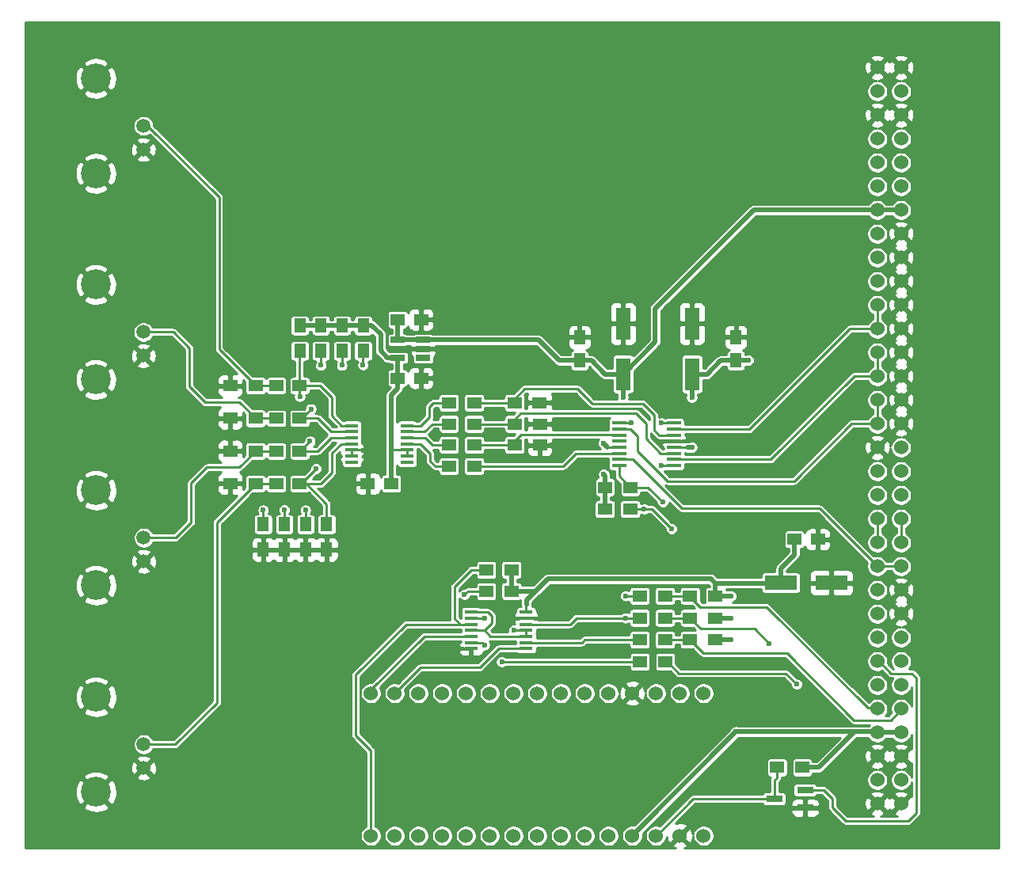
<source format=gbr>
%TF.GenerationSoftware,KiCad,Pcbnew,5.1.9-73d0e3b20d~88~ubuntu20.04.1*%
%TF.CreationDate,2021-05-09T07:33:52+02:00*%
%TF.ProjectId,bkm-129x-simple,626b6d2d-3132-4397-982d-73696d706c65,rev?*%
%TF.SameCoordinates,Original*%
%TF.FileFunction,Copper,L1,Top*%
%TF.FilePolarity,Positive*%
%FSLAX46Y46*%
G04 Gerber Fmt 4.6, Leading zero omitted, Abs format (unit mm)*
G04 Created by KiCad (PCBNEW 5.1.9-73d0e3b20d~88~ubuntu20.04.1) date 2021-05-09 07:33:52*
%MOMM*%
%LPD*%
G01*
G04 APERTURE LIST*
%TA.AperFunction,SMDPad,CuDef*%
%ADD10R,1.500000X0.450000*%
%TD*%
%TA.AperFunction,SMDPad,CuDef*%
%ADD11R,1.500000X1.250000*%
%TD*%
%TA.AperFunction,SMDPad,CuDef*%
%ADD12R,1.250000X1.500000*%
%TD*%
%TA.AperFunction,SMDPad,CuDef*%
%ADD13R,1.600000X3.500000*%
%TD*%
%TA.AperFunction,ComponentPad*%
%ADD14C,1.500000*%
%TD*%
%TA.AperFunction,ComponentPad*%
%ADD15C,3.200000*%
%TD*%
%TA.AperFunction,ComponentPad*%
%ADD16C,1.524000*%
%TD*%
%TA.AperFunction,SMDPad,CuDef*%
%ADD17R,1.800000X0.800000*%
%TD*%
%TA.AperFunction,SMDPad,CuDef*%
%ADD18R,1.500000X1.300000*%
%TD*%
%TA.AperFunction,SMDPad,CuDef*%
%ADD19R,1.300000X1.500000*%
%TD*%
%TA.AperFunction,SMDPad,CuDef*%
%ADD20R,1.450000X0.450000*%
%TD*%
%TA.AperFunction,SMDPad,CuDef*%
%ADD21R,1.560000X0.650000*%
%TD*%
%TA.AperFunction,SMDPad,CuDef*%
%ADD22R,3.500000X1.600000*%
%TD*%
%TA.AperFunction,ViaPad*%
%ADD23C,0.600000*%
%TD*%
%TA.AperFunction,Conductor*%
%ADD24C,0.250000*%
%TD*%
%TA.AperFunction,Conductor*%
%ADD25C,0.500000*%
%TD*%
%TA.AperFunction,Conductor*%
%ADD26C,0.254000*%
%TD*%
%TA.AperFunction,Conductor*%
%ADD27C,0.100000*%
%TD*%
G04 APERTURE END LIST*
D10*
%TO.P,U1,1*%
%TO.N,~BX_OE*%
X190820000Y-109755000D03*
%TO.P,U1,2*%
%TO.N,/P-B/B*%
X190820000Y-109105000D03*
%TO.P,U1,3*%
%TO.N,Net-(R30-Pad1)*%
X190820000Y-108455000D03*
%TO.P,U1,4*%
%TO.N,VSS*%
X190820000Y-107805000D03*
%TO.P,U1,5*%
%TO.N,GND*%
X190820000Y-107155000D03*
%TO.P,U1,6*%
%TO.N,Net-(R29-Pad1)*%
X190820000Y-106505000D03*
%TO.P,U1,7*%
%TO.N,/Y/G*%
X190820000Y-105855000D03*
%TO.P,U1,8*%
%TO.N,~BX_OE*%
X190820000Y-105205000D03*
%TO.P,U1,9*%
X184920000Y-105205000D03*
%TO.P,U1,10*%
%TO.N,/P-R/R*%
X184920000Y-105855000D03*
%TO.P,U1,11*%
%TO.N,Net-(R31-Pad1)*%
X184920000Y-106505000D03*
%TO.P,U1,12*%
%TO.N,N/C*%
X184920000Y-107155000D03*
%TO.P,U1,13*%
%TO.N,VDD*%
X184920000Y-107805000D03*
%TO.P,U1,14*%
%TO.N,Net-(R9-Pad1)*%
X184920000Y-108455000D03*
%TO.P,U1,15*%
%TO.N,/EXT_SYNC*%
X184920000Y-109105000D03*
%TO.P,U1,16*%
%TO.N,~EXT_SYNC_OE*%
X184920000Y-109755000D03*
%TD*%
D11*
%TO.P,C1,1*%
%TO.N,Net-(C1-Pad1)*%
X150792500Y-101219000D03*
%TO.P,C1,2*%
%TO.N,Net-(C1-Pad2)*%
X148292500Y-101219000D03*
%TD*%
%TO.P,C2,1*%
%TO.N,Net-(C2-Pad1)*%
X150792500Y-104711500D03*
%TO.P,C2,2*%
%TO.N,Net-(C2-Pad2)*%
X148292500Y-104711500D03*
%TD*%
%TO.P,C3,1*%
%TO.N,Net-(C3-Pad1)*%
X150792500Y-108204000D03*
%TO.P,C3,2*%
%TO.N,Net-(C3-Pad2)*%
X148292500Y-108204000D03*
%TD*%
%TO.P,C4,1*%
%TO.N,Net-(C4-Pad1)*%
X150792500Y-111696500D03*
%TO.P,C4,2*%
%TO.N,Net-(C4-Pad2)*%
X148292500Y-111696500D03*
%TD*%
%TO.P,C5,1*%
%TO.N,+3V3*%
X160571500Y-111696500D03*
%TO.P,C5,2*%
%TO.N,GND*%
X158071500Y-111696500D03*
%TD*%
D12*
%TO.P,C6,1*%
%TO.N,VDD*%
X180721000Y-98532000D03*
%TO.P,C6,2*%
%TO.N,GND*%
X180721000Y-96032000D03*
%TD*%
D13*
%TO.P,C7,1*%
%TO.N,VDD*%
X185356500Y-99982000D03*
%TO.P,C7,2*%
%TO.N,GND*%
X185356500Y-94582000D03*
%TD*%
%TO.P,C8,1*%
%TO.N,GND*%
X192722500Y-94582000D03*
%TO.P,C8,2*%
%TO.N,VSS*%
X192722500Y-99982000D03*
%TD*%
D12*
%TO.P,C9,1*%
%TO.N,VSS*%
X197421500Y-98532000D03*
%TO.P,C9,2*%
%TO.N,GND*%
X197421500Y-96032000D03*
%TD*%
D14*
%TO.P,J1,2*%
%TO.N,GND*%
X134086600Y-75971400D03*
D15*
X129006600Y-68351400D03*
X129006600Y-78511400D03*
D14*
%TO.P,J1,1*%
%TO.N,Net-(C1-Pad2)*%
X134086600Y-73431400D03*
%TD*%
%TO.P,J2,2*%
%TO.N,GND*%
X134086600Y-98018600D03*
D15*
X129006600Y-90398600D03*
X129006600Y-100558600D03*
D14*
%TO.P,J2,1*%
%TO.N,Net-(C2-Pad2)*%
X134086600Y-95478600D03*
%TD*%
%TO.P,J3,2*%
%TO.N,GND*%
X134112000Y-120015000D03*
D15*
X129032000Y-112395000D03*
X129032000Y-122555000D03*
D14*
%TO.P,J3,1*%
%TO.N,Net-(C3-Pad2)*%
X134112000Y-117475000D03*
%TD*%
%TO.P,J4,2*%
%TO.N,GND*%
X134112000Y-142113000D03*
D15*
X129032000Y-134493000D03*
X129032000Y-144653000D03*
D14*
%TO.P,J4,1*%
%TO.N,Net-(C4-Pad2)*%
X134112000Y-139573000D03*
%TD*%
D16*
%TO.P,J5,1b*%
%TO.N,GND*%
X212547200Y-67183000D03*
%TO.P,J5,2b*%
%TO.N,N/C*%
X212547200Y-69723000D03*
%TO.P,J5,3b*%
%TO.N,GND*%
X212547200Y-72263000D03*
%TO.P,J5,4b*%
%TO.N,N/C*%
X212547200Y-74803000D03*
%TO.P,J5,5b*%
X212547200Y-77343000D03*
%TO.P,J5,6b*%
%TO.N,VSS*%
X212547200Y-79883000D03*
%TO.P,J5,7b*%
%TO.N,VDD*%
X212547200Y-82423000D03*
%TO.P,J5,8b*%
%TO.N,N/C*%
X212547200Y-84963000D03*
%TO.P,J5,9b*%
X212547200Y-87503000D03*
%TO.P,J5,10b*%
X212547200Y-90043000D03*
%TO.P,J5,11b*%
%TO.N,/Y/G*%
X212547200Y-92583000D03*
%TO.P,J5,12b*%
X212547200Y-95123000D03*
%TO.P,J5,13b*%
%TO.N,/P-B/B*%
X212547200Y-97663000D03*
%TO.P,J5,14b*%
X212547200Y-100203000D03*
%TO.P,J5,15b*%
%TO.N,/P-R/R*%
X212547200Y-102743000D03*
%TO.P,J5,16b*%
X212547200Y-105283000D03*
%TO.P,J5,17b*%
%TO.N,GND*%
X212547200Y-107823000D03*
%TO.P,J5,18b*%
%TO.N,N/C*%
X212547200Y-110363000D03*
%TO.P,J5,19b*%
X212547200Y-112903000D03*
%TO.P,J5,20b*%
%TO.N,Net-(J5-Pad20b)*%
X212547200Y-115443000D03*
%TO.P,J5,21b*%
X212547200Y-117983000D03*
%TO.P,J5,22b*%
%TO.N,/EXT_SYNC*%
X212547200Y-120523000D03*
%TO.P,J5,23b*%
%TO.N,N/C*%
X212547200Y-123063000D03*
%TO.P,J5,24b*%
X212547200Y-125603000D03*
%TO.P,J5,25b*%
X212547200Y-128143000D03*
%TO.P,J5,26b*%
%TO.N,/RESET*%
X212547200Y-130683000D03*
%TO.P,J5,27b*%
%TO.N,/MISO*%
X212547200Y-133223000D03*
%TO.P,J5,28b*%
%TO.N,/SCLK*%
X212547200Y-135763000D03*
%TO.P,J5,29b*%
%TO.N,+5VD*%
X212547200Y-138303000D03*
%TO.P,J5,30b*%
%TO.N,GND*%
X212547200Y-140843000D03*
%TO.P,J5,31b*%
%TO.N,N/C*%
X212547200Y-143383000D03*
%TO.P,J5,32b*%
%TO.N,GND*%
X212547200Y-145923000D03*
%TO.P,J5,1a*%
X215087200Y-67183000D03*
%TO.P,J5,2a*%
%TO.N,N/C*%
X215087200Y-69723000D03*
%TO.P,J5,3a*%
%TO.N,GND*%
X215087200Y-72263000D03*
%TO.P,J5,4a*%
%TO.N,N/C*%
X215087200Y-74803000D03*
%TO.P,J5,5a*%
X215087200Y-77343000D03*
%TO.P,J5,6a*%
%TO.N,VSS*%
X215087200Y-79883000D03*
%TO.P,J5,7a*%
%TO.N,VDD*%
X215087200Y-82423000D03*
%TO.P,J5,8a*%
%TO.N,GND*%
X215087200Y-84963000D03*
%TO.P,J5,9a*%
X215087200Y-87503000D03*
%TO.P,J5,10a*%
X215087200Y-90043000D03*
%TO.P,J5,11a*%
X215087200Y-92583000D03*
%TO.P,J5,12a*%
X215087200Y-95123000D03*
%TO.P,J5,13a*%
X215087200Y-97663000D03*
%TO.P,J5,14a*%
X215087200Y-100203000D03*
%TO.P,J5,15a*%
X215087200Y-102743000D03*
%TO.P,J5,16a*%
X215087200Y-105283000D03*
%TO.P,J5,17a*%
%TO.N,N/C*%
X215087200Y-107823000D03*
%TO.P,J5,18a*%
X215087200Y-110363000D03*
%TO.P,J5,19a*%
X215087200Y-112903000D03*
%TO.P,J5,20a*%
%TO.N,Net-(J5-Pad20a)*%
X215087200Y-115443000D03*
%TO.P,J5,21a*%
X215087200Y-117983000D03*
%TO.P,J5,22a*%
%TO.N,/EXT_SYNC*%
X215087200Y-120523000D03*
%TO.P,J5,23a*%
%TO.N,GND*%
X215087200Y-123063000D03*
%TO.P,J5,24a*%
X215087200Y-125603000D03*
%TO.P,J5,25a*%
%TO.N,N/C*%
X215087200Y-128143000D03*
%TO.P,J5,26a*%
X215087200Y-130683000D03*
%TO.P,J5,27a*%
X215087200Y-133223000D03*
%TO.P,J5,28a*%
%TO.N,/MOSI*%
X215087200Y-135763000D03*
%TO.P,J5,29a*%
%TO.N,+5VD*%
X215087200Y-138303000D03*
%TO.P,J5,30a*%
%TO.N,GND*%
X215087200Y-140843000D03*
%TO.P,J5,31a*%
%TO.N,/SLOT_ID*%
X215087200Y-143383000D03*
%TO.P,J5,32a*%
%TO.N,GND*%
X215087200Y-145923000D03*
%TD*%
D17*
%TO.P,Q1,1*%
%TO.N,GND*%
X204824600Y-146365000D03*
%TO.P,Q1,2*%
%TO.N,/RESET*%
X204824600Y-144465000D03*
%TO.P,Q1,3*%
%TO.N,/~MCU_RESET*%
X201524600Y-145415000D03*
%TD*%
D18*
%TO.P,R1,1*%
%TO.N,~BX_OE*%
X186120000Y-114420000D03*
%TO.P,R1,2*%
%TO.N,VDD*%
X183420000Y-114420000D03*
%TD*%
D19*
%TO.P,R2,1*%
%TO.N,+3V3*%
X150799800Y-94789000D03*
%TO.P,R2,2*%
%TO.N,Net-(C1-Pad1)*%
X150799800Y-97489000D03*
%TD*%
%TO.P,R3,1*%
%TO.N,+3V3*%
X153060400Y-94789000D03*
%TO.P,R3,2*%
%TO.N,Net-(C2-Pad1)*%
X153060400Y-97489000D03*
%TD*%
%TO.P,R4,1*%
%TO.N,+3V3*%
X155321000Y-94789000D03*
%TO.P,R4,2*%
%TO.N,Net-(C3-Pad1)*%
X155321000Y-97489000D03*
%TD*%
%TO.P,R5,1*%
%TO.N,+3V3*%
X157581600Y-94789000D03*
%TO.P,R5,2*%
%TO.N,Net-(C4-Pad1)*%
X157581600Y-97489000D03*
%TD*%
D18*
%TO.P,R6,1*%
%TO.N,Net-(R29-Pad1)*%
X169447200Y-103047800D03*
%TO.P,R6,2*%
%TO.N,Net-(R6-Pad2)*%
X166747200Y-103047800D03*
%TD*%
%TO.P,R7,1*%
%TO.N,Net-(R30-Pad1)*%
X169447200Y-105308400D03*
%TO.P,R7,2*%
%TO.N,Net-(R7-Pad2)*%
X166747200Y-105308400D03*
%TD*%
%TO.P,R8,1*%
%TO.N,Net-(R31-Pad1)*%
X169447200Y-107569000D03*
%TO.P,R8,2*%
%TO.N,Net-(R8-Pad2)*%
X166747200Y-107569000D03*
%TD*%
%TO.P,R9,1*%
%TO.N,Net-(R9-Pad1)*%
X169447200Y-109829600D03*
%TO.P,R9,2*%
%TO.N,Net-(R9-Pad2)*%
X166747200Y-109829600D03*
%TD*%
%TO.P,R10,1*%
%TO.N,Net-(C4-Pad2)*%
X146066500Y-111696500D03*
%TO.P,R10,2*%
%TO.N,GND*%
X143366500Y-111696500D03*
%TD*%
%TO.P,R11,1*%
%TO.N,Net-(C3-Pad2)*%
X146066500Y-108204000D03*
%TO.P,R11,2*%
%TO.N,GND*%
X143366500Y-108204000D03*
%TD*%
%TO.P,R12,1*%
%TO.N,Net-(C2-Pad2)*%
X146066500Y-104711500D03*
%TO.P,R12,2*%
%TO.N,GND*%
X143366500Y-104711500D03*
%TD*%
%TO.P,R13,1*%
%TO.N,Net-(C1-Pad2)*%
X146066500Y-101219000D03*
%TO.P,R13,2*%
%TO.N,GND*%
X143366500Y-101219000D03*
%TD*%
D19*
%TO.P,R14,1*%
%TO.N,Net-(C1-Pad1)*%
X146888200Y-116048800D03*
%TO.P,R14,2*%
%TO.N,GND*%
X146888200Y-118748800D03*
%TD*%
%TO.P,R15,1*%
%TO.N,Net-(C2-Pad1)*%
X149148800Y-116048800D03*
%TO.P,R15,2*%
%TO.N,GND*%
X149148800Y-118748800D03*
%TD*%
%TO.P,R16,1*%
%TO.N,Net-(C3-Pad1)*%
X151409400Y-116048800D03*
%TO.P,R16,2*%
%TO.N,GND*%
X151409400Y-118748800D03*
%TD*%
%TO.P,R17,1*%
%TO.N,Net-(C4-Pad1)*%
X153670000Y-116048800D03*
%TO.P,R17,2*%
%TO.N,GND*%
X153670000Y-118748800D03*
%TD*%
D18*
%TO.P,R18,1*%
%TO.N,VDD*%
X183440000Y-112090000D03*
%TO.P,R18,2*%
%TO.N,~EXT_SYNC_OE*%
X186140000Y-112090000D03*
%TD*%
%TO.P,R20,1*%
%TO.N,/SCLK*%
X192528200Y-123698000D03*
%TO.P,R20,2*%
%TO.N,+5VD*%
X195228200Y-123698000D03*
%TD*%
%TO.P,R21,1*%
%TO.N,Net-(R21-Pad1)*%
X187143400Y-123698000D03*
%TO.P,R21,2*%
%TO.N,/SCLK*%
X189843400Y-123698000D03*
%TD*%
%TO.P,R22,1*%
%TO.N,+5VD*%
X204524600Y-142049500D03*
%TO.P,R22,2*%
%TO.N,/~MCU_RESET*%
X201824600Y-142049500D03*
%TD*%
%TO.P,R23,1*%
%TO.N,Net-(R23-Pad1)*%
X170735000Y-123190000D03*
%TO.P,R23,2*%
%TO.N,+5VD*%
X173435000Y-123190000D03*
%TD*%
%TO.P,R24,1*%
%TO.N,Net-(R24-Pad1)*%
X187168800Y-130759200D03*
%TO.P,R24,2*%
%TO.N,/MISO*%
X189868800Y-130759200D03*
%TD*%
%TO.P,R25,1*%
%TO.N,/MOSI*%
X192528200Y-128397000D03*
%TO.P,R25,2*%
%TO.N,+5VD*%
X195228200Y-128397000D03*
%TD*%
%TO.P,R26,1*%
%TO.N,Net-(R26-Pad1)*%
X187143400Y-128397000D03*
%TO.P,R26,2*%
%TO.N,/MOSI*%
X189843400Y-128397000D03*
%TD*%
%TO.P,R27,1*%
%TO.N,/SLOT_ID*%
X192528200Y-126060200D03*
%TO.P,R27,2*%
%TO.N,+5VD*%
X195228200Y-126060200D03*
%TD*%
%TO.P,R28,1*%
%TO.N,/MCU_SLOT_ID*%
X187143400Y-126060200D03*
%TO.P,R28,2*%
%TO.N,/SLOT_ID*%
X189843400Y-126060200D03*
%TD*%
D16*
%TO.P,U3,1*%
%TO.N,N/C*%
X193967100Y-134112000D03*
%TO.P,U3,2*%
X191427100Y-134112000D03*
%TO.P,U3,3*%
X188887100Y-134112000D03*
%TO.P,U3,4*%
%TO.N,GND*%
X186347100Y-134112000D03*
%TO.P,U3,5*%
%TO.N,/MCU_SLOT_ID*%
X183807100Y-134112000D03*
%TO.P,U3,6*%
%TO.N,N/C*%
X181267100Y-134112000D03*
%TO.P,U3,7*%
X178727100Y-134112000D03*
%TO.P,U3,8*%
X176187100Y-134112000D03*
%TO.P,U3,9*%
%TO.N,~BX_OE*%
X173647100Y-134112000D03*
%TO.P,U3,10*%
%TO.N,~EXT_SYNC_OE*%
X171107100Y-134112000D03*
%TO.P,U3,11*%
%TO.N,N/C*%
X168567100Y-134112000D03*
%TO.P,U3,12*%
X166027100Y-134112000D03*
%TO.P,U3,13*%
%TO.N,Net-(U3-Pad13)*%
X163487100Y-134112000D03*
%TO.P,U3,14*%
%TO.N,Net-(U3-Pad14)*%
X160947100Y-134112000D03*
%TO.P,U3,15*%
%TO.N,Net-(R23-Pad1)*%
X158407100Y-134112000D03*
%TO.P,U3,16*%
%TO.N,/MCU_SCK*%
X158407100Y-149352000D03*
%TO.P,U3,17*%
%TO.N,N/C*%
X160947100Y-149352000D03*
%TO.P,U3,18*%
X163487100Y-149352000D03*
%TO.P,U3,19*%
X166027100Y-149352000D03*
%TO.P,U3,20*%
X168567100Y-149352000D03*
%TO.P,U3,21*%
X171107100Y-149352000D03*
%TO.P,U3,22*%
X173647100Y-149352000D03*
%TO.P,U3,23*%
X176187100Y-149352000D03*
%TO.P,U3,24*%
X178727100Y-149352000D03*
%TO.P,U3,25*%
X181267100Y-149352000D03*
%TO.P,U3,26*%
X183807100Y-149352000D03*
%TO.P,U3,27*%
%TO.N,+5VD*%
X186347100Y-149352000D03*
%TO.P,U3,28*%
%TO.N,/~MCU_RESET*%
X188887100Y-149352000D03*
%TO.P,U3,29*%
%TO.N,GND*%
X191427100Y-149352000D03*
%TO.P,U3,30*%
%TO.N,N/C*%
X193967100Y-149352000D03*
%TD*%
D20*
%TO.P,U2,1*%
%TO.N,Net-(C1-Pad1)*%
X156371500Y-105492000D03*
%TO.P,U2,2*%
%TO.N,Net-(C2-Pad1)*%
X156371500Y-106142000D03*
%TO.P,U2,3*%
%TO.N,Net-(C3-Pad1)*%
X156371500Y-106792000D03*
%TO.P,U2,4*%
%TO.N,Net-(C4-Pad1)*%
X156371500Y-107442000D03*
%TO.P,U2,5*%
%TO.N,GND*%
X156371500Y-108092000D03*
%TO.P,U2,6*%
X156371500Y-108742000D03*
%TO.P,U2,7*%
%TO.N,N/C*%
X156371500Y-109392000D03*
%TO.P,U2,8*%
X162271500Y-109392000D03*
%TO.P,U2,9*%
%TO.N,+3V3*%
X162271500Y-108742000D03*
%TO.P,U2,10*%
X162271500Y-108092000D03*
%TO.P,U2,11*%
%TO.N,Net-(R9-Pad2)*%
X162271500Y-107442000D03*
%TO.P,U2,12*%
%TO.N,Net-(R8-Pad2)*%
X162271500Y-106792000D03*
%TO.P,U2,13*%
%TO.N,Net-(R7-Pad2)*%
X162271500Y-106142000D03*
%TO.P,U2,14*%
%TO.N,Net-(R6-Pad2)*%
X162271500Y-105492000D03*
%TD*%
%TO.P,U4,1*%
%TO.N,Net-(U3-Pad13)*%
X169109600Y-125431000D03*
%TO.P,U4,2*%
%TO.N,Net-(R21-Pad1)*%
X169109600Y-126081000D03*
%TO.P,U4,3*%
%TO.N,/MCU_SCK*%
X169109600Y-126731000D03*
%TO.P,U4,4*%
%TO.N,Net-(U3-Pad13)*%
X169109600Y-127381000D03*
%TO.P,U4,5*%
%TO.N,Net-(R23-Pad1)*%
X169109600Y-128031000D03*
%TO.P,U4,6*%
%TO.N,Net-(R24-Pad1)*%
X169109600Y-128681000D03*
%TO.P,U4,7*%
%TO.N,GND*%
X169109600Y-129331000D03*
%TO.P,U4,8*%
%TO.N,Net-(U3-Pad14)*%
X175009600Y-129331000D03*
%TO.P,U4,9*%
%TO.N,Net-(R26-Pad1)*%
X175009600Y-128681000D03*
%TO.P,U4,10*%
%TO.N,Net-(U3-Pad13)*%
X175009600Y-128031000D03*
%TO.P,U4,11*%
X175009600Y-127381000D03*
%TO.P,U4,12*%
%TO.N,/MCU_SLOT_ID*%
X175009600Y-126731000D03*
%TO.P,U4,13*%
%TO.N,GND*%
X175009600Y-126081000D03*
%TO.P,U4,14*%
%TO.N,+5VD*%
X175009600Y-125431000D03*
%TD*%
D11*
%TO.P,C10,1*%
%TO.N,+3V3*%
X161259200Y-100406200D03*
%TO.P,C10,2*%
%TO.N,GND*%
X163759200Y-100406200D03*
%TD*%
%TO.P,C11,1*%
%TO.N,GND*%
X163759200Y-94157800D03*
%TO.P,C11,2*%
%TO.N,VDD*%
X161259200Y-94157800D03*
%TD*%
D21*
%TO.P,U5,1*%
%TO.N,N/C*%
X163986200Y-98232000D03*
%TO.P,U5,2*%
%TO.N,GND*%
X163986200Y-97282000D03*
%TO.P,U5,3*%
%TO.N,VDD*%
X163986200Y-96332000D03*
%TO.P,U5,4*%
X161286200Y-96332000D03*
%TO.P,U5,5*%
%TO.N,+3V3*%
X161286200Y-98232000D03*
%TD*%
D11*
%TO.P,C12,1*%
%TO.N,+5VD*%
X203677200Y-117652800D03*
%TO.P,C12,2*%
%TO.N,GND*%
X206177200Y-117652800D03*
%TD*%
D22*
%TO.P,C13,1*%
%TO.N,+5VD*%
X202227200Y-122301000D03*
%TO.P,C13,2*%
%TO.N,GND*%
X207627200Y-122301000D03*
%TD*%
D18*
%TO.P,R19,1*%
%TO.N,/MCU_SCK*%
X170735000Y-120904000D03*
%TO.P,R19,2*%
%TO.N,+5VD*%
X173435000Y-120904000D03*
%TD*%
%TO.P,R29,1*%
%TO.N,Net-(R29-Pad1)*%
X173750000Y-103050000D03*
%TO.P,R29,2*%
%TO.N,GND*%
X176450000Y-103050000D03*
%TD*%
%TO.P,R30,1*%
%TO.N,Net-(R30-Pad1)*%
X173770000Y-105310000D03*
%TO.P,R30,2*%
%TO.N,GND*%
X176470000Y-105310000D03*
%TD*%
%TO.P,R31,1*%
%TO.N,Net-(R31-Pad1)*%
X173760000Y-107570000D03*
%TO.P,R31,2*%
%TO.N,GND*%
X176460000Y-107570000D03*
%TD*%
D23*
%TO.N,Net-(C1-Pad1)*%
X146888200Y-114528600D03*
X150799800Y-102362000D03*
%TO.N,Net-(C2-Pad1)*%
X149148800Y-114503200D03*
X153060400Y-99034600D03*
X151993600Y-103708200D03*
%TO.N,Net-(C3-Pad1)*%
X151409400Y-114528600D03*
X155295600Y-99034600D03*
X151892000Y-107162600D03*
%TO.N,Net-(C4-Pad1)*%
X157556200Y-99009200D03*
X152552400Y-110083600D03*
%TO.N,GND*%
X177730000Y-107580000D03*
X177710000Y-105330000D03*
X177710000Y-103050000D03*
X192310000Y-106860000D03*
X165506400Y-97307400D03*
X157632400Y-108102400D03*
X169138600Y-130111500D03*
%TO.N,VDD*%
X183290000Y-110700000D03*
X185360000Y-102440000D03*
X183280000Y-107360000D03*
%TO.N,VSS*%
X192710000Y-102460000D03*
X192730000Y-107810000D03*
X198755000Y-98501200D03*
%TO.N,/MISO*%
X203911200Y-133146800D03*
%TO.N,/SLOT_ID*%
X200990200Y-128803400D03*
%TO.N,~BX_OE*%
X190540000Y-116510000D03*
X187620000Y-114420000D03*
X189490000Y-109760000D03*
X189490000Y-105210000D03*
X186240000Y-105200000D03*
%TO.N,~EXT_SYNC_OE*%
X189620000Y-113660000D03*
%TO.N,Net-(R21-Pad1)*%
X185648600Y-123698000D03*
X170535600Y-126085600D03*
%TO.N,+5VD*%
X196875400Y-128397000D03*
X196900800Y-126060200D03*
X196926200Y-123723400D03*
X197446900Y-138239500D03*
%TO.N,Net-(R23-Pad1)*%
X168402000Y-123571000D03*
%TO.N,Net-(R24-Pad1)*%
X170535600Y-128930400D03*
X172389800Y-130759200D03*
%TO.N,/MCU_SLOT_ID*%
X185623200Y-126060200D03*
%TO.N,Net-(U3-Pad13)*%
X173710600Y-127381000D03*
%TD*%
D24*
%TO.N,Net-(C1-Pad1)*%
X150792500Y-101219000D02*
X150792500Y-102354700D01*
X146888200Y-114528600D02*
X146888200Y-116048800D01*
X150792500Y-102354700D02*
X150799800Y-102362000D01*
X150792500Y-101219000D02*
X150792500Y-97496300D01*
X150792500Y-97496300D02*
X150799800Y-97489000D01*
X150792500Y-101219000D02*
X152996900Y-101219000D01*
X155268500Y-105484500D02*
X156371500Y-105484500D01*
X154241500Y-104457500D02*
X155268500Y-105484500D01*
X154241500Y-102463600D02*
X154241500Y-104457500D01*
X152996900Y-101219000D02*
X154241500Y-102463600D01*
%TO.N,Net-(C1-Pad2)*%
X134086600Y-73431400D02*
X134518400Y-73431400D01*
X134518400Y-73431400D02*
X142163800Y-81076800D01*
X142163800Y-81076800D02*
X142163800Y-97316300D01*
X142163800Y-97316300D02*
X146066500Y-101219000D01*
X146066500Y-101219000D02*
X148292500Y-101219000D01*
%TO.N,Net-(C2-Pad1)*%
X149148800Y-116048800D02*
X149148800Y-114503200D01*
X150792500Y-104711500D02*
X150990300Y-104711500D01*
X150990300Y-104711500D02*
X151993600Y-103708200D01*
X153060400Y-99034600D02*
X153060400Y-97489000D01*
X150792500Y-104711500D02*
X151193500Y-104711500D01*
X150792500Y-104711500D02*
X152717500Y-104711500D01*
X154140500Y-106134500D02*
X156371500Y-106134500D01*
X152717500Y-104711500D02*
X154140500Y-106134500D01*
%TO.N,Net-(C2-Pad2)*%
X134086600Y-95478600D02*
X137287000Y-95478600D01*
X144352000Y-102997000D02*
X146066500Y-104711500D01*
X140665200Y-102997000D02*
X144352000Y-102997000D01*
X138988800Y-101320600D02*
X140665200Y-102997000D01*
X138988800Y-97180400D02*
X138988800Y-101320600D01*
X137287000Y-95478600D02*
X138988800Y-97180400D01*
X146066500Y-104711500D02*
X148292500Y-104711500D01*
%TO.N,Net-(C3-Pad1)*%
X151409400Y-116048800D02*
X151409400Y-114528600D01*
X150792500Y-108204000D02*
X150850600Y-108204000D01*
X150850600Y-108204000D02*
X151892000Y-107162600D01*
X155295600Y-99034600D02*
X155295600Y-97489000D01*
X150792500Y-108204000D02*
X150799800Y-108204000D01*
X150792500Y-108204000D02*
X152717500Y-108204000D01*
X154137000Y-106784500D02*
X156371500Y-106784500D01*
X152717500Y-108204000D02*
X154137000Y-106784500D01*
%TO.N,Net-(C3-Pad2)*%
X134112000Y-117475000D02*
X137541000Y-117475000D01*
X144313900Y-109956600D02*
X146066500Y-108204000D01*
X140868400Y-109956600D02*
X144313900Y-109956600D01*
X139192000Y-111633000D02*
X140868400Y-109956600D01*
X139192000Y-115824000D02*
X139192000Y-111633000D01*
X137541000Y-117475000D02*
X139192000Y-115824000D01*
X146066500Y-108204000D02*
X148292500Y-108204000D01*
%TO.N,Net-(C4-Pad1)*%
X150792500Y-111696500D02*
X151498300Y-111696500D01*
X151498300Y-111696500D02*
X153670000Y-113868200D01*
X153670000Y-113868200D02*
X153670000Y-116048800D01*
X150792500Y-111696500D02*
X150939500Y-111696500D01*
X150939500Y-111696500D02*
X152552400Y-110083600D01*
X157556200Y-99009200D02*
X157556200Y-97489000D01*
X150792500Y-111696500D02*
X153060400Y-111696500D01*
X155201500Y-107434500D02*
X156371500Y-107434500D01*
X154241500Y-108394500D02*
X155201500Y-107434500D01*
X154241500Y-110515400D02*
X154241500Y-108394500D01*
X153060400Y-111696500D02*
X154241500Y-110515400D01*
%TO.N,Net-(C4-Pad2)*%
X134112000Y-139573000D02*
X137490200Y-139573000D01*
X141935200Y-115827800D02*
X146066500Y-111696500D01*
X141935200Y-135128000D02*
X141935200Y-115827800D01*
X137490200Y-139573000D02*
X141935200Y-135128000D01*
X146066500Y-111696500D02*
X148292500Y-111696500D01*
%TO.N,+3V3*%
X162271500Y-108092000D02*
X160571500Y-108092000D01*
X160581900Y-108102400D02*
X160571500Y-108102400D01*
X160571500Y-108092000D02*
X160581900Y-108102400D01*
D25*
X161259200Y-100406200D02*
X161259200Y-101503800D01*
X160571500Y-102191500D02*
X160571500Y-108102400D01*
X160571500Y-108102400D02*
X160571500Y-111696500D01*
X161259200Y-101503800D02*
X160571500Y-102191500D01*
X161259200Y-100406200D02*
X161259200Y-100564000D01*
X155321000Y-94789000D02*
X157581600Y-94789000D01*
X153060400Y-94789000D02*
X155321000Y-94789000D01*
X150799800Y-94789000D02*
X153060400Y-94789000D01*
X157581600Y-94789000D02*
X158492200Y-94789000D01*
X158492200Y-94789000D02*
X159435800Y-95732600D01*
X159435800Y-95732600D02*
X159435800Y-97510600D01*
X159435800Y-97510600D02*
X160157200Y-98232000D01*
X160157200Y-98232000D02*
X161286200Y-98232000D01*
X161286200Y-98232000D02*
X161286200Y-100379200D01*
X161286200Y-100379200D02*
X161259200Y-100406200D01*
D24*
X160571500Y-112097500D02*
X160571500Y-111696500D01*
X162271500Y-108742000D02*
X162271500Y-108092000D01*
%TO.N,GND*%
X176460000Y-107570000D02*
X177720000Y-107570000D01*
X177720000Y-107570000D02*
X177730000Y-107580000D01*
X176470000Y-105310000D02*
X177690000Y-105310000D01*
X177690000Y-105310000D02*
X177710000Y-105330000D01*
X176450000Y-103050000D02*
X177710000Y-103050000D01*
X190820000Y-107155000D02*
X192015000Y-107155000D01*
X192015000Y-107155000D02*
X192310000Y-106860000D01*
D25*
X163986200Y-97282000D02*
X165481000Y-97282000D01*
X165481000Y-97282000D02*
X165506400Y-97307400D01*
D24*
X156371500Y-108092000D02*
X157622000Y-108092000D01*
X157622000Y-108092000D02*
X157632400Y-108102400D01*
X156371500Y-108742000D02*
X156371500Y-108092000D01*
X169109600Y-129331000D02*
X169109600Y-130082500D01*
X169109600Y-130082500D02*
X169138600Y-130111500D01*
D25*
%TO.N,VDD*%
X183420000Y-114420000D02*
X183420000Y-112110000D01*
X183420000Y-112110000D02*
X183440000Y-112090000D01*
X183440000Y-110850000D02*
X183440000Y-112090000D01*
X183290000Y-110700000D02*
X183440000Y-110850000D01*
D24*
X184915000Y-107810000D02*
X183710000Y-107810000D01*
D25*
X185356500Y-102436500D02*
X185360000Y-102440000D01*
X183280000Y-107360000D02*
X183710000Y-107790000D01*
X183710000Y-107790000D02*
X183710000Y-107810000D01*
X185356500Y-102436500D02*
X185356500Y-99982000D01*
D24*
X184915000Y-107810000D02*
X184920000Y-107805000D01*
D25*
X212547200Y-82423000D02*
X199339200Y-82423000D01*
X188798200Y-96540300D02*
X185356500Y-99982000D01*
X188798200Y-92964000D02*
X188798200Y-96540300D01*
X199339200Y-82423000D02*
X188798200Y-92964000D01*
X215087200Y-82423000D02*
X212547200Y-82423000D01*
X163986200Y-96332000D02*
X176316600Y-96332000D01*
X178516600Y-98532000D02*
X180721000Y-98532000D01*
X176316600Y-96332000D02*
X178516600Y-98532000D01*
X161286200Y-96332000D02*
X163986200Y-96332000D01*
X161286200Y-96332000D02*
X161286200Y-94184800D01*
X161286200Y-94184800D02*
X161259200Y-94157800D01*
X180721000Y-98532000D02*
X181971000Y-98532000D01*
X181971000Y-98532000D02*
X183421000Y-99982000D01*
X183421000Y-99982000D02*
X185356500Y-99982000D01*
D24*
%TO.N,VSS*%
X190820000Y-107805000D02*
X192255000Y-107805000D01*
D25*
X192722500Y-102447500D02*
X192710000Y-102460000D01*
X192730000Y-107810000D02*
X192720000Y-107820000D01*
X192720000Y-107820000D02*
X192270000Y-107820000D01*
X192722500Y-102447500D02*
X192722500Y-99982000D01*
D24*
X192255000Y-107805000D02*
X192270000Y-107820000D01*
D25*
X197421500Y-98532000D02*
X198724200Y-98532000D01*
X198724200Y-98532000D02*
X198755000Y-98501200D01*
X192722500Y-99982000D02*
X194340500Y-99982000D01*
X195790500Y-98532000D02*
X197421500Y-98532000D01*
X194340500Y-99982000D02*
X195790500Y-98532000D01*
D24*
%TO.N,/Y/G*%
X190820000Y-105855000D02*
X198885000Y-105855000D01*
X209617000Y-95123000D02*
X212547200Y-95123000D01*
X198885000Y-105855000D02*
X209617000Y-95123000D01*
X212547200Y-95123000D02*
X212547200Y-92583000D01*
X212483700Y-95059500D02*
X212547200Y-95123000D01*
%TO.N,/P-B/B*%
X190820000Y-109105000D02*
X201165000Y-109105000D01*
X210067000Y-100203000D02*
X212547200Y-100203000D01*
X201165000Y-109105000D02*
X210067000Y-100203000D01*
X212547200Y-100203000D02*
X212547200Y-97663000D01*
X212490050Y-100145850D02*
X212547200Y-100203000D01*
%TO.N,/P-R/R*%
X184920000Y-105855000D02*
X186135000Y-105855000D01*
X209777000Y-105283000D02*
X212547200Y-105283000D01*
X203650000Y-111410000D02*
X209777000Y-105283000D01*
X190090000Y-111410000D02*
X203650000Y-111410000D01*
X186920000Y-108240000D02*
X190090000Y-111410000D01*
X186920000Y-106640000D02*
X186920000Y-108240000D01*
X186135000Y-105855000D02*
X186920000Y-106640000D01*
X212547200Y-105283000D02*
X212547200Y-102743000D01*
%TO.N,Net-(J5-Pad20b)*%
X212547200Y-117983000D02*
X212547200Y-115443000D01*
%TO.N,/EXT_SYNC*%
X184920000Y-109105000D02*
X186395000Y-109105000D01*
X206384200Y-114360000D02*
X212547200Y-120523000D01*
X191650000Y-114360000D02*
X206384200Y-114360000D01*
X186395000Y-109105000D02*
X191650000Y-114360000D01*
X215087200Y-120523000D02*
X212547200Y-120523000D01*
%TO.N,/RESET*%
X212547200Y-130683000D02*
X212725000Y-130683000D01*
X212725000Y-130683000D02*
X214020400Y-131978400D01*
X214020400Y-131978400D02*
X216230200Y-131978400D01*
X216230200Y-131978400D02*
X216712800Y-132461000D01*
X216712800Y-146888200D02*
X216712800Y-132461000D01*
X215823800Y-147777200D02*
X216712800Y-146888200D01*
X207721200Y-146329400D02*
X209169000Y-147777200D01*
X207721200Y-145389600D02*
X207721200Y-146329400D01*
X209169000Y-147777200D02*
X215823800Y-147777200D01*
X206796600Y-144465000D02*
X207721200Y-145389600D01*
X206796600Y-144465000D02*
X204824600Y-144465000D01*
%TO.N,/MISO*%
X202742800Y-131978400D02*
X203911200Y-133146800D01*
X191338200Y-131978400D02*
X202742800Y-131978400D01*
X189868800Y-130759200D02*
X190119000Y-130759200D01*
X190119000Y-130759200D02*
X191338200Y-131978400D01*
%TO.N,/SCLK*%
X212483700Y-135699500D02*
X211505800Y-135699500D01*
X200698100Y-124891800D02*
X211505800Y-135699500D01*
X193624200Y-124891800D02*
X200698100Y-124891800D01*
X193624200Y-124891800D02*
X192528200Y-123795800D01*
X212483700Y-135699500D02*
X212547200Y-135763000D01*
X192528200Y-123698000D02*
X192528200Y-123795800D01*
X189843400Y-123698000D02*
X192528200Y-123698000D01*
%TO.N,Net-(J5-Pad20a)*%
X215087200Y-117983000D02*
X215087200Y-115443000D01*
%TO.N,/MOSI*%
X215087200Y-135763000D02*
X215087200Y-135864600D01*
X215087200Y-135864600D02*
X213969600Y-136982200D01*
X213969600Y-136982200D02*
X210058000Y-136982200D01*
X192528200Y-128397000D02*
X193925200Y-129794000D01*
X202869800Y-129794000D02*
X193925200Y-129794000D01*
X210058000Y-136982200D02*
X202869800Y-129794000D01*
X189843400Y-128397000D02*
X192528200Y-128397000D01*
%TO.N,/SLOT_ID*%
X192528200Y-126060200D02*
X193696600Y-127228600D01*
X199415400Y-127228600D02*
X193696600Y-127228600D01*
X200990200Y-128803400D02*
X199415400Y-127228600D01*
X189843400Y-126060200D02*
X192528200Y-126060200D01*
%TO.N,/~MCU_RESET*%
X188887100Y-149352000D02*
X188925200Y-149352000D01*
X188925200Y-149352000D02*
X192862200Y-145415000D01*
X192862200Y-145415000D02*
X201524600Y-145415000D01*
X201524600Y-145415000D02*
X201524600Y-143432800D01*
X201824600Y-143132800D02*
X201824600Y-142049500D01*
X201524600Y-143432800D02*
X201824600Y-143132800D01*
%TO.N,~BX_OE*%
X190540000Y-116510000D02*
X188450000Y-114420000D01*
X188450000Y-114420000D02*
X187620000Y-114420000D01*
X187620000Y-114420000D02*
X186120000Y-114420000D01*
X189495000Y-109755000D02*
X190820000Y-109755000D01*
X189490000Y-109760000D02*
X189495000Y-109755000D01*
X184920000Y-105205000D02*
X186235000Y-105205000D01*
X189495000Y-105205000D02*
X190820000Y-105205000D01*
X189490000Y-105210000D02*
X189495000Y-105205000D01*
X186235000Y-105205000D02*
X186240000Y-105200000D01*
%TO.N,Net-(R6-Pad2)*%
X162271500Y-105492000D02*
X163697200Y-105492000D01*
X165074600Y-103047800D02*
X166747200Y-103047800D01*
X164642800Y-103479600D02*
X165074600Y-103047800D01*
X164642800Y-104546400D02*
X164642800Y-103479600D01*
X163697200Y-105492000D02*
X164642800Y-104546400D01*
%TO.N,Net-(R7-Pad2)*%
X162271500Y-106142000D02*
X164114000Y-106142000D01*
X164947600Y-105308400D02*
X166747200Y-105308400D01*
X164114000Y-106142000D02*
X164947600Y-105308400D01*
%TO.N,Net-(R8-Pad2)*%
X162271500Y-106792000D02*
X164196000Y-106792000D01*
X164973000Y-107569000D02*
X166747200Y-107569000D01*
X164196000Y-106792000D02*
X164973000Y-107569000D01*
%TO.N,Net-(R9-Pad1)*%
X169447200Y-109829600D02*
X178960400Y-109829600D01*
X180335000Y-108455000D02*
X184920000Y-108455000D01*
X178960400Y-109829600D02*
X180335000Y-108455000D01*
%TO.N,Net-(R9-Pad2)*%
X162271500Y-107442000D02*
X163703000Y-107442000D01*
X165277800Y-109829600D02*
X166747200Y-109829600D01*
X164744400Y-109296200D02*
X165277800Y-109829600D01*
X164744400Y-108483400D02*
X164744400Y-109296200D01*
X163703000Y-107442000D02*
X164744400Y-108483400D01*
%TO.N,~EXT_SYNC_OE*%
X188050000Y-112090000D02*
X186140000Y-112090000D01*
X189620000Y-113660000D02*
X188050000Y-112090000D01*
X184920000Y-109755000D02*
X184920000Y-110870000D01*
X184920000Y-110870000D02*
X186140000Y-112090000D01*
%TO.N,Net-(R21-Pad1)*%
X169109600Y-126081000D02*
X170531000Y-126081000D01*
X185648600Y-123698000D02*
X187143400Y-123698000D01*
X170531000Y-126081000D02*
X170535600Y-126085600D01*
D25*
%TO.N,+5VD*%
X173435000Y-123190000D02*
X173435000Y-120904000D01*
X202227200Y-122301000D02*
X202227200Y-120733800D01*
X203677200Y-119283800D02*
X203677200Y-117652800D01*
X202227200Y-120733800D02*
X203677200Y-119283800D01*
X195228200Y-122355600D02*
X202172600Y-122355600D01*
X202172600Y-122355600D02*
X202227200Y-122301000D01*
X210121500Y-138239500D02*
X212483700Y-138239500D01*
X212483700Y-138239500D02*
X212547200Y-138303000D01*
X215087200Y-138303000D02*
X212547200Y-138303000D01*
X173435000Y-123190000D02*
X175996600Y-123190000D01*
X175895000Y-123190000D02*
X175895000Y-123291600D01*
X175996600Y-123190000D02*
X175895000Y-123190000D01*
X204524600Y-142049500D02*
X206311500Y-142049500D01*
X206311500Y-142049500D02*
X210121500Y-138239500D01*
X210121500Y-138239500D02*
X197446900Y-138239500D01*
X195228200Y-128397000D02*
X196875400Y-128397000D01*
X195228200Y-126060200D02*
X196900800Y-126060200D01*
X195228200Y-123698000D02*
X196900800Y-123698000D01*
X196900800Y-123698000D02*
X196926200Y-123723400D01*
D24*
X175009600Y-125431000D02*
X175009600Y-124659600D01*
D25*
X195228200Y-122355600D02*
X195228200Y-123698000D01*
X177317400Y-121869200D02*
X177165000Y-122021600D01*
X177165000Y-122021600D02*
X175895000Y-123291600D01*
X175895000Y-123291600D02*
X175031400Y-124155200D01*
X194741800Y-121869200D02*
X177317400Y-121869200D01*
X195228200Y-122355600D02*
X194741800Y-121869200D01*
X175031400Y-124637800D02*
X175031400Y-124155200D01*
D24*
X175009600Y-124659600D02*
X175031400Y-124637800D01*
D25*
X186347100Y-149352000D02*
X186347100Y-149339300D01*
X186347100Y-149339300D02*
X197446900Y-138239500D01*
D24*
X204524600Y-142049500D02*
X205168500Y-142049500D01*
%TO.N,Net-(R23-Pad1)*%
X168783000Y-123190000D02*
X170735000Y-123190000D01*
X168402000Y-123571000D02*
X168783000Y-123190000D01*
X158407100Y-134112000D02*
X158407100Y-133731000D01*
X158407100Y-133731000D02*
X164107100Y-128031000D01*
X164107100Y-128031000D02*
X169109600Y-128031000D01*
%TO.N,Net-(R24-Pad1)*%
X187168800Y-130759200D02*
X172389800Y-130759200D01*
X170286200Y-128681000D02*
X169109600Y-128681000D01*
X170535600Y-128930400D02*
X170286200Y-128681000D01*
%TO.N,Net-(R26-Pad1)*%
X175009600Y-128681000D02*
X180975000Y-128681000D01*
X181259000Y-128397000D02*
X187143400Y-128397000D01*
X180975000Y-128681000D02*
X181259000Y-128397000D01*
%TO.N,/MCU_SLOT_ID*%
X185623200Y-126060200D02*
X185623200Y-126034800D01*
X185623200Y-126034800D02*
X185623200Y-126060200D01*
X185623200Y-126060200D02*
X185623200Y-126034800D01*
X185623200Y-126034800D02*
X185623200Y-126060200D01*
X175009600Y-126731000D02*
X179694600Y-126731000D01*
X180365400Y-126060200D02*
X185623200Y-126060200D01*
X185623200Y-126060200D02*
X187143400Y-126060200D01*
X179694600Y-126731000D02*
X180365400Y-126060200D01*
%TO.N,Net-(U3-Pad13)*%
X169109600Y-125431000D02*
X170897000Y-125431000D01*
X171297600Y-126619000D02*
X170535600Y-127381000D01*
X171297600Y-125831600D02*
X171297600Y-126619000D01*
X170897000Y-125431000D02*
X171297600Y-125831600D01*
X175009600Y-128031000D02*
X175009600Y-127381000D01*
X175009600Y-128031000D02*
X171185600Y-128031000D01*
X170535600Y-127381000D02*
X169109600Y-127381000D01*
X171185600Y-128031000D02*
X170535600Y-127381000D01*
X173710600Y-127381000D02*
X175009600Y-127381000D01*
%TO.N,Net-(U3-Pad14)*%
X160947100Y-134112000D02*
X163677600Y-131381500D01*
X172059600Y-129349500D02*
X174991100Y-129349500D01*
X170027600Y-131381500D02*
X172059600Y-129349500D01*
X163677600Y-131381500D02*
X170027600Y-131381500D01*
X174991100Y-129349500D02*
X175009600Y-129331000D01*
%TO.N,/MCU_SCK*%
X169109600Y-126731000D02*
X167942500Y-126731000D01*
X169164000Y-120904000D02*
X170735000Y-120904000D01*
X167322500Y-122745500D02*
X169164000Y-120904000D01*
X167322500Y-126111000D02*
X167322500Y-122745500D01*
X167942500Y-126731000D02*
X167322500Y-126111000D01*
X158407100Y-149352000D02*
X158407100Y-140271500D01*
X162168600Y-126731000D02*
X169109600Y-126731000D01*
X156756100Y-132143500D02*
X162168600Y-126731000D01*
X156756100Y-138620500D02*
X156756100Y-132143500D01*
X158407100Y-140271500D02*
X156756100Y-138620500D01*
%TO.N,Net-(R29-Pad1)*%
X173750000Y-103050000D02*
X173750000Y-102610000D01*
X173750000Y-102610000D02*
X174800000Y-101560000D01*
X189235000Y-106505000D02*
X190820000Y-106505000D01*
X188680000Y-105950000D02*
X189235000Y-106505000D01*
X188680000Y-104340000D02*
X188680000Y-105950000D01*
X187480000Y-103140000D02*
X188680000Y-104340000D01*
X182070000Y-103140000D02*
X187480000Y-103140000D01*
X180490000Y-101560000D02*
X182070000Y-103140000D01*
X174800000Y-101560000D02*
X180490000Y-101560000D01*
X169447200Y-103047800D02*
X173747800Y-103047800D01*
X173747800Y-103047800D02*
X173750000Y-103050000D01*
%TO.N,Net-(R30-Pad1)*%
X173770000Y-105310000D02*
X173770000Y-104800000D01*
X173770000Y-104800000D02*
X174400000Y-104170000D01*
X189395000Y-108455000D02*
X190820000Y-108455000D01*
X187820000Y-106880000D02*
X189395000Y-108455000D01*
X187820000Y-105230000D02*
X187820000Y-106880000D01*
X186760000Y-104170000D02*
X187820000Y-105230000D01*
X174400000Y-104170000D02*
X186760000Y-104170000D01*
X169447200Y-105308400D02*
X173768400Y-105308400D01*
X173768400Y-105308400D02*
X173770000Y-105310000D01*
%TO.N,Net-(R31-Pad1)*%
X173760000Y-107570000D02*
X173760000Y-107110000D01*
X173760000Y-107110000D02*
X174430000Y-106440000D01*
X174430000Y-106440000D02*
X184855000Y-106440000D01*
X184855000Y-106440000D02*
X184920000Y-106505000D01*
X169447200Y-107569000D02*
X173759000Y-107569000D01*
X173759000Y-107569000D02*
X173760000Y-107570000D01*
X169447200Y-107569000D02*
X169799000Y-107569000D01*
%TD*%
D26*
%TO.N,GND*%
X225540500Y-150674000D02*
X191879250Y-150674000D01*
X192030123Y-150619636D01*
X192146080Y-150557656D01*
X192213060Y-150317565D01*
X191427100Y-149531605D01*
X190641140Y-150317565D01*
X190708120Y-150557656D01*
X190955540Y-150674000D01*
X121487000Y-150674000D01*
X121487000Y-146215845D01*
X127648761Y-146215845D01*
X127816802Y-146541643D01*
X128208607Y-146742426D01*
X128632055Y-146862914D01*
X129070873Y-146898476D01*
X129508197Y-146847746D01*
X129927221Y-146712674D01*
X130247198Y-146541643D01*
X130415239Y-146215845D01*
X129032000Y-144832605D01*
X127648761Y-146215845D01*
X121487000Y-146215845D01*
X121487000Y-144691873D01*
X126786524Y-144691873D01*
X126837254Y-145129197D01*
X126972326Y-145548221D01*
X127143357Y-145868198D01*
X127469155Y-146036239D01*
X128852395Y-144653000D01*
X129211605Y-144653000D01*
X130594845Y-146036239D01*
X130920643Y-145868198D01*
X131121426Y-145476393D01*
X131241914Y-145052945D01*
X131277476Y-144614127D01*
X131226746Y-144176803D01*
X131091674Y-143757779D01*
X130920643Y-143437802D01*
X130594845Y-143269761D01*
X129211605Y-144653000D01*
X128852395Y-144653000D01*
X127469155Y-143269761D01*
X127143357Y-143437802D01*
X126942574Y-143829607D01*
X126822086Y-144253055D01*
X126786524Y-144691873D01*
X121487000Y-144691873D01*
X121487000Y-143090155D01*
X127648761Y-143090155D01*
X129032000Y-144473395D01*
X130415239Y-143090155D01*
X130404840Y-143069993D01*
X133334612Y-143069993D01*
X133400137Y-143308860D01*
X133647116Y-143424760D01*
X133911960Y-143490250D01*
X134184492Y-143502812D01*
X134454238Y-143461965D01*
X134710832Y-143369277D01*
X134823863Y-143308860D01*
X134889388Y-143069993D01*
X134112000Y-142292605D01*
X133334612Y-143069993D01*
X130404840Y-143069993D01*
X130247198Y-142764357D01*
X129855393Y-142563574D01*
X129431945Y-142443086D01*
X128993127Y-142407524D01*
X128555803Y-142458254D01*
X128136779Y-142593326D01*
X127816802Y-142764357D01*
X127648761Y-143090155D01*
X121487000Y-143090155D01*
X121487000Y-142185492D01*
X132722188Y-142185492D01*
X132763035Y-142455238D01*
X132855723Y-142711832D01*
X132916140Y-142824863D01*
X133155007Y-142890388D01*
X133932395Y-142113000D01*
X134291605Y-142113000D01*
X135068993Y-142890388D01*
X135307860Y-142824863D01*
X135423760Y-142577884D01*
X135489250Y-142313040D01*
X135501812Y-142040508D01*
X135460965Y-141770762D01*
X135368277Y-141514168D01*
X135307860Y-141401137D01*
X135068993Y-141335612D01*
X134291605Y-142113000D01*
X133932395Y-142113000D01*
X133155007Y-141335612D01*
X132916140Y-141401137D01*
X132800240Y-141648116D01*
X132734750Y-141912960D01*
X132722188Y-142185492D01*
X121487000Y-142185492D01*
X121487000Y-141156007D01*
X133334612Y-141156007D01*
X134112000Y-141933395D01*
X134889388Y-141156007D01*
X134823863Y-140917140D01*
X134576884Y-140801240D01*
X134312040Y-140735750D01*
X134039508Y-140723188D01*
X133769762Y-140764035D01*
X133513168Y-140856723D01*
X133400137Y-140917140D01*
X133334612Y-141156007D01*
X121487000Y-141156007D01*
X121487000Y-139461606D01*
X132981000Y-139461606D01*
X132981000Y-139684394D01*
X133024464Y-139902900D01*
X133109721Y-140108729D01*
X133233495Y-140293970D01*
X133391030Y-140451505D01*
X133576271Y-140575279D01*
X133782100Y-140660536D01*
X134000606Y-140704000D01*
X134223394Y-140704000D01*
X134441900Y-140660536D01*
X134647729Y-140575279D01*
X134832970Y-140451505D01*
X134990505Y-140293970D01*
X135114279Y-140108729D01*
X135126593Y-140079000D01*
X137465354Y-140079000D01*
X137490200Y-140081447D01*
X137515046Y-140079000D01*
X137515054Y-140079000D01*
X137589393Y-140071678D01*
X137684775Y-140042745D01*
X137772679Y-139995759D01*
X137849727Y-139932527D01*
X137865576Y-139913215D01*
X142275420Y-135503372D01*
X142294727Y-135487527D01*
X142357959Y-135410479D01*
X142404945Y-135322575D01*
X142433878Y-135227193D01*
X142441200Y-135152854D01*
X142441200Y-135152847D01*
X142443647Y-135128001D01*
X142441200Y-135103155D01*
X142441200Y-132143500D01*
X156247653Y-132143500D01*
X156250101Y-132168356D01*
X156250100Y-138595654D01*
X156247653Y-138620500D01*
X156250100Y-138645346D01*
X156250100Y-138645353D01*
X156257422Y-138719692D01*
X156286355Y-138815074D01*
X156333341Y-138902979D01*
X156396573Y-138980027D01*
X156415885Y-138995876D01*
X157901101Y-140481093D01*
X157901100Y-148324418D01*
X157865687Y-148339087D01*
X157678480Y-148464174D01*
X157519274Y-148623380D01*
X157394187Y-148810587D01*
X157308025Y-149018599D01*
X157264100Y-149239424D01*
X157264100Y-149464576D01*
X157308025Y-149685401D01*
X157394187Y-149893413D01*
X157519274Y-150080620D01*
X157678480Y-150239826D01*
X157865687Y-150364913D01*
X158073699Y-150451075D01*
X158294524Y-150495000D01*
X158519676Y-150495000D01*
X158740501Y-150451075D01*
X158948513Y-150364913D01*
X159135720Y-150239826D01*
X159294926Y-150080620D01*
X159420013Y-149893413D01*
X159506175Y-149685401D01*
X159550100Y-149464576D01*
X159550100Y-149239424D01*
X159804100Y-149239424D01*
X159804100Y-149464576D01*
X159848025Y-149685401D01*
X159934187Y-149893413D01*
X160059274Y-150080620D01*
X160218480Y-150239826D01*
X160405687Y-150364913D01*
X160613699Y-150451075D01*
X160834524Y-150495000D01*
X161059676Y-150495000D01*
X161280501Y-150451075D01*
X161488513Y-150364913D01*
X161675720Y-150239826D01*
X161834926Y-150080620D01*
X161960013Y-149893413D01*
X162046175Y-149685401D01*
X162090100Y-149464576D01*
X162090100Y-149239424D01*
X162344100Y-149239424D01*
X162344100Y-149464576D01*
X162388025Y-149685401D01*
X162474187Y-149893413D01*
X162599274Y-150080620D01*
X162758480Y-150239826D01*
X162945687Y-150364913D01*
X163153699Y-150451075D01*
X163374524Y-150495000D01*
X163599676Y-150495000D01*
X163820501Y-150451075D01*
X164028513Y-150364913D01*
X164215720Y-150239826D01*
X164374926Y-150080620D01*
X164500013Y-149893413D01*
X164586175Y-149685401D01*
X164630100Y-149464576D01*
X164630100Y-149239424D01*
X164884100Y-149239424D01*
X164884100Y-149464576D01*
X164928025Y-149685401D01*
X165014187Y-149893413D01*
X165139274Y-150080620D01*
X165298480Y-150239826D01*
X165485687Y-150364913D01*
X165693699Y-150451075D01*
X165914524Y-150495000D01*
X166139676Y-150495000D01*
X166360501Y-150451075D01*
X166568513Y-150364913D01*
X166755720Y-150239826D01*
X166914926Y-150080620D01*
X167040013Y-149893413D01*
X167126175Y-149685401D01*
X167170100Y-149464576D01*
X167170100Y-149239424D01*
X167424100Y-149239424D01*
X167424100Y-149464576D01*
X167468025Y-149685401D01*
X167554187Y-149893413D01*
X167679274Y-150080620D01*
X167838480Y-150239826D01*
X168025687Y-150364913D01*
X168233699Y-150451075D01*
X168454524Y-150495000D01*
X168679676Y-150495000D01*
X168900501Y-150451075D01*
X169108513Y-150364913D01*
X169295720Y-150239826D01*
X169454926Y-150080620D01*
X169580013Y-149893413D01*
X169666175Y-149685401D01*
X169710100Y-149464576D01*
X169710100Y-149239424D01*
X169964100Y-149239424D01*
X169964100Y-149464576D01*
X170008025Y-149685401D01*
X170094187Y-149893413D01*
X170219274Y-150080620D01*
X170378480Y-150239826D01*
X170565687Y-150364913D01*
X170773699Y-150451075D01*
X170994524Y-150495000D01*
X171219676Y-150495000D01*
X171440501Y-150451075D01*
X171648513Y-150364913D01*
X171835720Y-150239826D01*
X171994926Y-150080620D01*
X172120013Y-149893413D01*
X172206175Y-149685401D01*
X172250100Y-149464576D01*
X172250100Y-149239424D01*
X172504100Y-149239424D01*
X172504100Y-149464576D01*
X172548025Y-149685401D01*
X172634187Y-149893413D01*
X172759274Y-150080620D01*
X172918480Y-150239826D01*
X173105687Y-150364913D01*
X173313699Y-150451075D01*
X173534524Y-150495000D01*
X173759676Y-150495000D01*
X173980501Y-150451075D01*
X174188513Y-150364913D01*
X174375720Y-150239826D01*
X174534926Y-150080620D01*
X174660013Y-149893413D01*
X174746175Y-149685401D01*
X174790100Y-149464576D01*
X174790100Y-149239424D01*
X175044100Y-149239424D01*
X175044100Y-149464576D01*
X175088025Y-149685401D01*
X175174187Y-149893413D01*
X175299274Y-150080620D01*
X175458480Y-150239826D01*
X175645687Y-150364913D01*
X175853699Y-150451075D01*
X176074524Y-150495000D01*
X176299676Y-150495000D01*
X176520501Y-150451075D01*
X176728513Y-150364913D01*
X176915720Y-150239826D01*
X177074926Y-150080620D01*
X177200013Y-149893413D01*
X177286175Y-149685401D01*
X177330100Y-149464576D01*
X177330100Y-149239424D01*
X177584100Y-149239424D01*
X177584100Y-149464576D01*
X177628025Y-149685401D01*
X177714187Y-149893413D01*
X177839274Y-150080620D01*
X177998480Y-150239826D01*
X178185687Y-150364913D01*
X178393699Y-150451075D01*
X178614524Y-150495000D01*
X178839676Y-150495000D01*
X179060501Y-150451075D01*
X179268513Y-150364913D01*
X179455720Y-150239826D01*
X179614926Y-150080620D01*
X179740013Y-149893413D01*
X179826175Y-149685401D01*
X179870100Y-149464576D01*
X179870100Y-149239424D01*
X180124100Y-149239424D01*
X180124100Y-149464576D01*
X180168025Y-149685401D01*
X180254187Y-149893413D01*
X180379274Y-150080620D01*
X180538480Y-150239826D01*
X180725687Y-150364913D01*
X180933699Y-150451075D01*
X181154524Y-150495000D01*
X181379676Y-150495000D01*
X181600501Y-150451075D01*
X181808513Y-150364913D01*
X181995720Y-150239826D01*
X182154926Y-150080620D01*
X182280013Y-149893413D01*
X182366175Y-149685401D01*
X182410100Y-149464576D01*
X182410100Y-149239424D01*
X182664100Y-149239424D01*
X182664100Y-149464576D01*
X182708025Y-149685401D01*
X182794187Y-149893413D01*
X182919274Y-150080620D01*
X183078480Y-150239826D01*
X183265687Y-150364913D01*
X183473699Y-150451075D01*
X183694524Y-150495000D01*
X183919676Y-150495000D01*
X184140501Y-150451075D01*
X184348513Y-150364913D01*
X184535720Y-150239826D01*
X184694926Y-150080620D01*
X184820013Y-149893413D01*
X184906175Y-149685401D01*
X184950100Y-149464576D01*
X184950100Y-149239424D01*
X184906175Y-149018599D01*
X184820013Y-148810587D01*
X184694926Y-148623380D01*
X184535720Y-148464174D01*
X184348513Y-148339087D01*
X184140501Y-148252925D01*
X183919676Y-148209000D01*
X183694524Y-148209000D01*
X183473699Y-148252925D01*
X183265687Y-148339087D01*
X183078480Y-148464174D01*
X182919274Y-148623380D01*
X182794187Y-148810587D01*
X182708025Y-149018599D01*
X182664100Y-149239424D01*
X182410100Y-149239424D01*
X182366175Y-149018599D01*
X182280013Y-148810587D01*
X182154926Y-148623380D01*
X181995720Y-148464174D01*
X181808513Y-148339087D01*
X181600501Y-148252925D01*
X181379676Y-148209000D01*
X181154524Y-148209000D01*
X180933699Y-148252925D01*
X180725687Y-148339087D01*
X180538480Y-148464174D01*
X180379274Y-148623380D01*
X180254187Y-148810587D01*
X180168025Y-149018599D01*
X180124100Y-149239424D01*
X179870100Y-149239424D01*
X179826175Y-149018599D01*
X179740013Y-148810587D01*
X179614926Y-148623380D01*
X179455720Y-148464174D01*
X179268513Y-148339087D01*
X179060501Y-148252925D01*
X178839676Y-148209000D01*
X178614524Y-148209000D01*
X178393699Y-148252925D01*
X178185687Y-148339087D01*
X177998480Y-148464174D01*
X177839274Y-148623380D01*
X177714187Y-148810587D01*
X177628025Y-149018599D01*
X177584100Y-149239424D01*
X177330100Y-149239424D01*
X177286175Y-149018599D01*
X177200013Y-148810587D01*
X177074926Y-148623380D01*
X176915720Y-148464174D01*
X176728513Y-148339087D01*
X176520501Y-148252925D01*
X176299676Y-148209000D01*
X176074524Y-148209000D01*
X175853699Y-148252925D01*
X175645687Y-148339087D01*
X175458480Y-148464174D01*
X175299274Y-148623380D01*
X175174187Y-148810587D01*
X175088025Y-149018599D01*
X175044100Y-149239424D01*
X174790100Y-149239424D01*
X174746175Y-149018599D01*
X174660013Y-148810587D01*
X174534926Y-148623380D01*
X174375720Y-148464174D01*
X174188513Y-148339087D01*
X173980501Y-148252925D01*
X173759676Y-148209000D01*
X173534524Y-148209000D01*
X173313699Y-148252925D01*
X173105687Y-148339087D01*
X172918480Y-148464174D01*
X172759274Y-148623380D01*
X172634187Y-148810587D01*
X172548025Y-149018599D01*
X172504100Y-149239424D01*
X172250100Y-149239424D01*
X172206175Y-149018599D01*
X172120013Y-148810587D01*
X171994926Y-148623380D01*
X171835720Y-148464174D01*
X171648513Y-148339087D01*
X171440501Y-148252925D01*
X171219676Y-148209000D01*
X170994524Y-148209000D01*
X170773699Y-148252925D01*
X170565687Y-148339087D01*
X170378480Y-148464174D01*
X170219274Y-148623380D01*
X170094187Y-148810587D01*
X170008025Y-149018599D01*
X169964100Y-149239424D01*
X169710100Y-149239424D01*
X169666175Y-149018599D01*
X169580013Y-148810587D01*
X169454926Y-148623380D01*
X169295720Y-148464174D01*
X169108513Y-148339087D01*
X168900501Y-148252925D01*
X168679676Y-148209000D01*
X168454524Y-148209000D01*
X168233699Y-148252925D01*
X168025687Y-148339087D01*
X167838480Y-148464174D01*
X167679274Y-148623380D01*
X167554187Y-148810587D01*
X167468025Y-149018599D01*
X167424100Y-149239424D01*
X167170100Y-149239424D01*
X167126175Y-149018599D01*
X167040013Y-148810587D01*
X166914926Y-148623380D01*
X166755720Y-148464174D01*
X166568513Y-148339087D01*
X166360501Y-148252925D01*
X166139676Y-148209000D01*
X165914524Y-148209000D01*
X165693699Y-148252925D01*
X165485687Y-148339087D01*
X165298480Y-148464174D01*
X165139274Y-148623380D01*
X165014187Y-148810587D01*
X164928025Y-149018599D01*
X164884100Y-149239424D01*
X164630100Y-149239424D01*
X164586175Y-149018599D01*
X164500013Y-148810587D01*
X164374926Y-148623380D01*
X164215720Y-148464174D01*
X164028513Y-148339087D01*
X163820501Y-148252925D01*
X163599676Y-148209000D01*
X163374524Y-148209000D01*
X163153699Y-148252925D01*
X162945687Y-148339087D01*
X162758480Y-148464174D01*
X162599274Y-148623380D01*
X162474187Y-148810587D01*
X162388025Y-149018599D01*
X162344100Y-149239424D01*
X162090100Y-149239424D01*
X162046175Y-149018599D01*
X161960013Y-148810587D01*
X161834926Y-148623380D01*
X161675720Y-148464174D01*
X161488513Y-148339087D01*
X161280501Y-148252925D01*
X161059676Y-148209000D01*
X160834524Y-148209000D01*
X160613699Y-148252925D01*
X160405687Y-148339087D01*
X160218480Y-148464174D01*
X160059274Y-148623380D01*
X159934187Y-148810587D01*
X159848025Y-149018599D01*
X159804100Y-149239424D01*
X159550100Y-149239424D01*
X159506175Y-149018599D01*
X159420013Y-148810587D01*
X159294926Y-148623380D01*
X159135720Y-148464174D01*
X158948513Y-148339087D01*
X158913100Y-148324418D01*
X158913100Y-140296354D01*
X158915548Y-140271500D01*
X158905778Y-140172307D01*
X158876845Y-140076925D01*
X158858575Y-140042745D01*
X158829859Y-139989021D01*
X158766627Y-139911973D01*
X158747320Y-139896128D01*
X157262100Y-138410909D01*
X157262100Y-132353091D01*
X162378192Y-127237000D01*
X167917653Y-127237000D01*
X167942499Y-127239447D01*
X167967345Y-127237000D01*
X168001757Y-127237000D01*
X168001757Y-127525000D01*
X164131945Y-127525000D01*
X164107099Y-127522553D01*
X164082253Y-127525000D01*
X164082246Y-127525000D01*
X164017794Y-127531348D01*
X164007906Y-127532322D01*
X163985707Y-127539056D01*
X163912525Y-127561255D01*
X163824621Y-127608241D01*
X163747573Y-127671473D01*
X163731730Y-127690778D01*
X158453509Y-132969000D01*
X158294524Y-132969000D01*
X158073699Y-133012925D01*
X157865687Y-133099087D01*
X157678480Y-133224174D01*
X157519274Y-133383380D01*
X157394187Y-133570587D01*
X157308025Y-133778599D01*
X157264100Y-133999424D01*
X157264100Y-134224576D01*
X157308025Y-134445401D01*
X157394187Y-134653413D01*
X157519274Y-134840620D01*
X157678480Y-134999826D01*
X157865687Y-135124913D01*
X158073699Y-135211075D01*
X158294524Y-135255000D01*
X158519676Y-135255000D01*
X158740501Y-135211075D01*
X158948513Y-135124913D01*
X159135720Y-134999826D01*
X159294926Y-134840620D01*
X159420013Y-134653413D01*
X159506175Y-134445401D01*
X159550100Y-134224576D01*
X159550100Y-133999424D01*
X159506175Y-133778599D01*
X159420013Y-133570587D01*
X159365175Y-133488516D01*
X163265941Y-129587750D01*
X167749600Y-129587750D01*
X167760756Y-129689996D01*
X167798885Y-129809127D01*
X167859522Y-129918531D01*
X167940337Y-130014003D01*
X168038225Y-130091874D01*
X168149425Y-130149151D01*
X168269661Y-130183634D01*
X168394315Y-130193998D01*
X168823850Y-130191000D01*
X168982600Y-130032250D01*
X168982600Y-129429000D01*
X167908350Y-129429000D01*
X167749600Y-129587750D01*
X163265941Y-129587750D01*
X164316692Y-128537000D01*
X168001757Y-128537000D01*
X168001757Y-128599137D01*
X167940337Y-128647997D01*
X167859522Y-128743469D01*
X167798885Y-128852873D01*
X167760756Y-128972004D01*
X167749600Y-129074250D01*
X167908350Y-129233000D01*
X168188139Y-129233000D01*
X168238092Y-129259701D01*
X168309911Y-129281487D01*
X168384600Y-129288843D01*
X169256600Y-129288843D01*
X169256600Y-129429000D01*
X169236600Y-129429000D01*
X169236600Y-130032250D01*
X169395350Y-130191000D01*
X169824885Y-130193998D01*
X169949539Y-130183634D01*
X170069775Y-130149151D01*
X170180975Y-130091874D01*
X170278863Y-130014003D01*
X170359678Y-129918531D01*
X170420315Y-129809127D01*
X170458444Y-129689996D01*
X170467052Y-129611107D01*
X170468527Y-129611400D01*
X170602673Y-129611400D01*
X170734240Y-129585229D01*
X170858174Y-129533894D01*
X170969712Y-129459367D01*
X171064567Y-129364512D01*
X171139094Y-129252974D01*
X171190429Y-129129040D01*
X171216600Y-128997473D01*
X171216600Y-128863327D01*
X171190429Y-128731760D01*
X171139094Y-128607826D01*
X171086911Y-128529728D01*
X171185600Y-128539448D01*
X171210454Y-128537000D01*
X173901757Y-128537000D01*
X173901757Y-128843500D01*
X172084446Y-128843500D01*
X172059600Y-128841053D01*
X172034754Y-128843500D01*
X172034746Y-128843500D01*
X171960407Y-128850822D01*
X171865025Y-128879755D01*
X171777121Y-128926741D01*
X171700073Y-128989973D01*
X171684229Y-129009279D01*
X169818009Y-130875500D01*
X163702445Y-130875500D01*
X163677599Y-130873053D01*
X163652753Y-130875500D01*
X163652746Y-130875500D01*
X163588294Y-130881848D01*
X163578406Y-130882822D01*
X163483025Y-130911755D01*
X163395121Y-130958741D01*
X163318073Y-131021973D01*
X163302229Y-131041279D01*
X161315915Y-133027594D01*
X161280501Y-133012925D01*
X161059676Y-132969000D01*
X160834524Y-132969000D01*
X160613699Y-133012925D01*
X160405687Y-133099087D01*
X160218480Y-133224174D01*
X160059274Y-133383380D01*
X159934187Y-133570587D01*
X159848025Y-133778599D01*
X159804100Y-133999424D01*
X159804100Y-134224576D01*
X159848025Y-134445401D01*
X159934187Y-134653413D01*
X160059274Y-134840620D01*
X160218480Y-134999826D01*
X160405687Y-135124913D01*
X160613699Y-135211075D01*
X160834524Y-135255000D01*
X161059676Y-135255000D01*
X161280501Y-135211075D01*
X161488513Y-135124913D01*
X161675720Y-134999826D01*
X161834926Y-134840620D01*
X161960013Y-134653413D01*
X162046175Y-134445401D01*
X162090100Y-134224576D01*
X162090100Y-133999424D01*
X162344100Y-133999424D01*
X162344100Y-134224576D01*
X162388025Y-134445401D01*
X162474187Y-134653413D01*
X162599274Y-134840620D01*
X162758480Y-134999826D01*
X162945687Y-135124913D01*
X163153699Y-135211075D01*
X163374524Y-135255000D01*
X163599676Y-135255000D01*
X163820501Y-135211075D01*
X164028513Y-135124913D01*
X164215720Y-134999826D01*
X164374926Y-134840620D01*
X164500013Y-134653413D01*
X164586175Y-134445401D01*
X164630100Y-134224576D01*
X164630100Y-133999424D01*
X164884100Y-133999424D01*
X164884100Y-134224576D01*
X164928025Y-134445401D01*
X165014187Y-134653413D01*
X165139274Y-134840620D01*
X165298480Y-134999826D01*
X165485687Y-135124913D01*
X165693699Y-135211075D01*
X165914524Y-135255000D01*
X166139676Y-135255000D01*
X166360501Y-135211075D01*
X166568513Y-135124913D01*
X166755720Y-134999826D01*
X166914926Y-134840620D01*
X167040013Y-134653413D01*
X167126175Y-134445401D01*
X167170100Y-134224576D01*
X167170100Y-133999424D01*
X167424100Y-133999424D01*
X167424100Y-134224576D01*
X167468025Y-134445401D01*
X167554187Y-134653413D01*
X167679274Y-134840620D01*
X167838480Y-134999826D01*
X168025687Y-135124913D01*
X168233699Y-135211075D01*
X168454524Y-135255000D01*
X168679676Y-135255000D01*
X168900501Y-135211075D01*
X169108513Y-135124913D01*
X169295720Y-134999826D01*
X169454926Y-134840620D01*
X169580013Y-134653413D01*
X169666175Y-134445401D01*
X169710100Y-134224576D01*
X169710100Y-133999424D01*
X169964100Y-133999424D01*
X169964100Y-134224576D01*
X170008025Y-134445401D01*
X170094187Y-134653413D01*
X170219274Y-134840620D01*
X170378480Y-134999826D01*
X170565687Y-135124913D01*
X170773699Y-135211075D01*
X170994524Y-135255000D01*
X171219676Y-135255000D01*
X171440501Y-135211075D01*
X171648513Y-135124913D01*
X171835720Y-134999826D01*
X171994926Y-134840620D01*
X172120013Y-134653413D01*
X172206175Y-134445401D01*
X172250100Y-134224576D01*
X172250100Y-133999424D01*
X172504100Y-133999424D01*
X172504100Y-134224576D01*
X172548025Y-134445401D01*
X172634187Y-134653413D01*
X172759274Y-134840620D01*
X172918480Y-134999826D01*
X173105687Y-135124913D01*
X173313699Y-135211075D01*
X173534524Y-135255000D01*
X173759676Y-135255000D01*
X173980501Y-135211075D01*
X174188513Y-135124913D01*
X174375720Y-134999826D01*
X174534926Y-134840620D01*
X174660013Y-134653413D01*
X174746175Y-134445401D01*
X174790100Y-134224576D01*
X174790100Y-133999424D01*
X175044100Y-133999424D01*
X175044100Y-134224576D01*
X175088025Y-134445401D01*
X175174187Y-134653413D01*
X175299274Y-134840620D01*
X175458480Y-134999826D01*
X175645687Y-135124913D01*
X175853699Y-135211075D01*
X176074524Y-135255000D01*
X176299676Y-135255000D01*
X176520501Y-135211075D01*
X176728513Y-135124913D01*
X176915720Y-134999826D01*
X177074926Y-134840620D01*
X177200013Y-134653413D01*
X177286175Y-134445401D01*
X177330100Y-134224576D01*
X177330100Y-133999424D01*
X177584100Y-133999424D01*
X177584100Y-134224576D01*
X177628025Y-134445401D01*
X177714187Y-134653413D01*
X177839274Y-134840620D01*
X177998480Y-134999826D01*
X178185687Y-135124913D01*
X178393699Y-135211075D01*
X178614524Y-135255000D01*
X178839676Y-135255000D01*
X179060501Y-135211075D01*
X179268513Y-135124913D01*
X179455720Y-134999826D01*
X179614926Y-134840620D01*
X179740013Y-134653413D01*
X179826175Y-134445401D01*
X179870100Y-134224576D01*
X179870100Y-133999424D01*
X180124100Y-133999424D01*
X180124100Y-134224576D01*
X180168025Y-134445401D01*
X180254187Y-134653413D01*
X180379274Y-134840620D01*
X180538480Y-134999826D01*
X180725687Y-135124913D01*
X180933699Y-135211075D01*
X181154524Y-135255000D01*
X181379676Y-135255000D01*
X181600501Y-135211075D01*
X181808513Y-135124913D01*
X181995720Y-134999826D01*
X182154926Y-134840620D01*
X182280013Y-134653413D01*
X182366175Y-134445401D01*
X182410100Y-134224576D01*
X182410100Y-133999424D01*
X182664100Y-133999424D01*
X182664100Y-134224576D01*
X182708025Y-134445401D01*
X182794187Y-134653413D01*
X182919274Y-134840620D01*
X183078480Y-134999826D01*
X183265687Y-135124913D01*
X183473699Y-135211075D01*
X183694524Y-135255000D01*
X183919676Y-135255000D01*
X184140501Y-135211075D01*
X184348513Y-135124913D01*
X184419374Y-135077565D01*
X185561140Y-135077565D01*
X185628120Y-135317656D01*
X185877148Y-135434756D01*
X186144235Y-135501023D01*
X186419117Y-135513910D01*
X186691233Y-135472922D01*
X186950123Y-135379636D01*
X187066080Y-135317656D01*
X187133060Y-135077565D01*
X186347100Y-134291605D01*
X185561140Y-135077565D01*
X184419374Y-135077565D01*
X184535720Y-134999826D01*
X184694926Y-134840620D01*
X184820013Y-134653413D01*
X184906175Y-134445401D01*
X184950100Y-134224576D01*
X184950100Y-134216614D01*
X184986178Y-134456133D01*
X185079464Y-134715023D01*
X185141444Y-134830980D01*
X185381535Y-134897960D01*
X186167495Y-134112000D01*
X186526705Y-134112000D01*
X187312665Y-134897960D01*
X187552756Y-134830980D01*
X187669856Y-134581952D01*
X187736123Y-134314865D01*
X187744100Y-134144714D01*
X187744100Y-134224576D01*
X187788025Y-134445401D01*
X187874187Y-134653413D01*
X187999274Y-134840620D01*
X188158480Y-134999826D01*
X188345687Y-135124913D01*
X188553699Y-135211075D01*
X188774524Y-135255000D01*
X188999676Y-135255000D01*
X189220501Y-135211075D01*
X189428513Y-135124913D01*
X189615720Y-134999826D01*
X189774926Y-134840620D01*
X189900013Y-134653413D01*
X189986175Y-134445401D01*
X190030100Y-134224576D01*
X190030100Y-133999424D01*
X190284100Y-133999424D01*
X190284100Y-134224576D01*
X190328025Y-134445401D01*
X190414187Y-134653413D01*
X190539274Y-134840620D01*
X190698480Y-134999826D01*
X190885687Y-135124913D01*
X191093699Y-135211075D01*
X191314524Y-135255000D01*
X191539676Y-135255000D01*
X191760501Y-135211075D01*
X191968513Y-135124913D01*
X192155720Y-134999826D01*
X192314926Y-134840620D01*
X192440013Y-134653413D01*
X192526175Y-134445401D01*
X192570100Y-134224576D01*
X192570100Y-133999424D01*
X192824100Y-133999424D01*
X192824100Y-134224576D01*
X192868025Y-134445401D01*
X192954187Y-134653413D01*
X193079274Y-134840620D01*
X193238480Y-134999826D01*
X193425687Y-135124913D01*
X193633699Y-135211075D01*
X193854524Y-135255000D01*
X194079676Y-135255000D01*
X194300501Y-135211075D01*
X194508513Y-135124913D01*
X194695720Y-134999826D01*
X194854926Y-134840620D01*
X194980013Y-134653413D01*
X195066175Y-134445401D01*
X195110100Y-134224576D01*
X195110100Y-133999424D01*
X195066175Y-133778599D01*
X194980013Y-133570587D01*
X194854926Y-133383380D01*
X194695720Y-133224174D01*
X194508513Y-133099087D01*
X194300501Y-133012925D01*
X194079676Y-132969000D01*
X193854524Y-132969000D01*
X193633699Y-133012925D01*
X193425687Y-133099087D01*
X193238480Y-133224174D01*
X193079274Y-133383380D01*
X192954187Y-133570587D01*
X192868025Y-133778599D01*
X192824100Y-133999424D01*
X192570100Y-133999424D01*
X192526175Y-133778599D01*
X192440013Y-133570587D01*
X192314926Y-133383380D01*
X192155720Y-133224174D01*
X191968513Y-133099087D01*
X191760501Y-133012925D01*
X191539676Y-132969000D01*
X191314524Y-132969000D01*
X191093699Y-133012925D01*
X190885687Y-133099087D01*
X190698480Y-133224174D01*
X190539274Y-133383380D01*
X190414187Y-133570587D01*
X190328025Y-133778599D01*
X190284100Y-133999424D01*
X190030100Y-133999424D01*
X189986175Y-133778599D01*
X189900013Y-133570587D01*
X189774926Y-133383380D01*
X189615720Y-133224174D01*
X189428513Y-133099087D01*
X189220501Y-133012925D01*
X188999676Y-132969000D01*
X188774524Y-132969000D01*
X188553699Y-133012925D01*
X188345687Y-133099087D01*
X188158480Y-133224174D01*
X187999274Y-133383380D01*
X187874187Y-133570587D01*
X187788025Y-133778599D01*
X187744100Y-133999424D01*
X187744100Y-134007386D01*
X187708022Y-133767867D01*
X187614736Y-133508977D01*
X187552756Y-133393020D01*
X187312665Y-133326040D01*
X186526705Y-134112000D01*
X186167495Y-134112000D01*
X185381535Y-133326040D01*
X185141444Y-133393020D01*
X185024344Y-133642048D01*
X184958077Y-133909135D01*
X184950100Y-134079286D01*
X184950100Y-133999424D01*
X184906175Y-133778599D01*
X184820013Y-133570587D01*
X184694926Y-133383380D01*
X184535720Y-133224174D01*
X184419375Y-133146435D01*
X185561140Y-133146435D01*
X186347100Y-133932395D01*
X187133060Y-133146435D01*
X187066080Y-132906344D01*
X186817052Y-132789244D01*
X186549965Y-132722977D01*
X186275083Y-132710090D01*
X186002967Y-132751078D01*
X185744077Y-132844364D01*
X185628120Y-132906344D01*
X185561140Y-133146435D01*
X184419375Y-133146435D01*
X184348513Y-133099087D01*
X184140501Y-133012925D01*
X183919676Y-132969000D01*
X183694524Y-132969000D01*
X183473699Y-133012925D01*
X183265687Y-133099087D01*
X183078480Y-133224174D01*
X182919274Y-133383380D01*
X182794187Y-133570587D01*
X182708025Y-133778599D01*
X182664100Y-133999424D01*
X182410100Y-133999424D01*
X182366175Y-133778599D01*
X182280013Y-133570587D01*
X182154926Y-133383380D01*
X181995720Y-133224174D01*
X181808513Y-133099087D01*
X181600501Y-133012925D01*
X181379676Y-132969000D01*
X181154524Y-132969000D01*
X180933699Y-133012925D01*
X180725687Y-133099087D01*
X180538480Y-133224174D01*
X180379274Y-133383380D01*
X180254187Y-133570587D01*
X180168025Y-133778599D01*
X180124100Y-133999424D01*
X179870100Y-133999424D01*
X179826175Y-133778599D01*
X179740013Y-133570587D01*
X179614926Y-133383380D01*
X179455720Y-133224174D01*
X179268513Y-133099087D01*
X179060501Y-133012925D01*
X178839676Y-132969000D01*
X178614524Y-132969000D01*
X178393699Y-133012925D01*
X178185687Y-133099087D01*
X177998480Y-133224174D01*
X177839274Y-133383380D01*
X177714187Y-133570587D01*
X177628025Y-133778599D01*
X177584100Y-133999424D01*
X177330100Y-133999424D01*
X177286175Y-133778599D01*
X177200013Y-133570587D01*
X177074926Y-133383380D01*
X176915720Y-133224174D01*
X176728513Y-133099087D01*
X176520501Y-133012925D01*
X176299676Y-132969000D01*
X176074524Y-132969000D01*
X175853699Y-133012925D01*
X175645687Y-133099087D01*
X175458480Y-133224174D01*
X175299274Y-133383380D01*
X175174187Y-133570587D01*
X175088025Y-133778599D01*
X175044100Y-133999424D01*
X174790100Y-133999424D01*
X174746175Y-133778599D01*
X174660013Y-133570587D01*
X174534926Y-133383380D01*
X174375720Y-133224174D01*
X174188513Y-133099087D01*
X173980501Y-133012925D01*
X173759676Y-132969000D01*
X173534524Y-132969000D01*
X173313699Y-133012925D01*
X173105687Y-133099087D01*
X172918480Y-133224174D01*
X172759274Y-133383380D01*
X172634187Y-133570587D01*
X172548025Y-133778599D01*
X172504100Y-133999424D01*
X172250100Y-133999424D01*
X172206175Y-133778599D01*
X172120013Y-133570587D01*
X171994926Y-133383380D01*
X171835720Y-133224174D01*
X171648513Y-133099087D01*
X171440501Y-133012925D01*
X171219676Y-132969000D01*
X170994524Y-132969000D01*
X170773699Y-133012925D01*
X170565687Y-133099087D01*
X170378480Y-133224174D01*
X170219274Y-133383380D01*
X170094187Y-133570587D01*
X170008025Y-133778599D01*
X169964100Y-133999424D01*
X169710100Y-133999424D01*
X169666175Y-133778599D01*
X169580013Y-133570587D01*
X169454926Y-133383380D01*
X169295720Y-133224174D01*
X169108513Y-133099087D01*
X168900501Y-133012925D01*
X168679676Y-132969000D01*
X168454524Y-132969000D01*
X168233699Y-133012925D01*
X168025687Y-133099087D01*
X167838480Y-133224174D01*
X167679274Y-133383380D01*
X167554187Y-133570587D01*
X167468025Y-133778599D01*
X167424100Y-133999424D01*
X167170100Y-133999424D01*
X167126175Y-133778599D01*
X167040013Y-133570587D01*
X166914926Y-133383380D01*
X166755720Y-133224174D01*
X166568513Y-133099087D01*
X166360501Y-133012925D01*
X166139676Y-132969000D01*
X165914524Y-132969000D01*
X165693699Y-133012925D01*
X165485687Y-133099087D01*
X165298480Y-133224174D01*
X165139274Y-133383380D01*
X165014187Y-133570587D01*
X164928025Y-133778599D01*
X164884100Y-133999424D01*
X164630100Y-133999424D01*
X164586175Y-133778599D01*
X164500013Y-133570587D01*
X164374926Y-133383380D01*
X164215720Y-133224174D01*
X164028513Y-133099087D01*
X163820501Y-133012925D01*
X163599676Y-132969000D01*
X163374524Y-132969000D01*
X163153699Y-133012925D01*
X162945687Y-133099087D01*
X162758480Y-133224174D01*
X162599274Y-133383380D01*
X162474187Y-133570587D01*
X162388025Y-133778599D01*
X162344100Y-133999424D01*
X162090100Y-133999424D01*
X162046175Y-133778599D01*
X162031506Y-133743185D01*
X163887192Y-131887500D01*
X170002754Y-131887500D01*
X170027600Y-131889947D01*
X170052446Y-131887500D01*
X170052454Y-131887500D01*
X170126793Y-131880178D01*
X170222175Y-131851245D01*
X170310079Y-131804259D01*
X170387127Y-131741027D01*
X170402976Y-131721715D01*
X171432564Y-130692127D01*
X171708800Y-130692127D01*
X171708800Y-130826273D01*
X171734971Y-130957840D01*
X171786306Y-131081774D01*
X171860833Y-131193312D01*
X171955688Y-131288167D01*
X172067226Y-131362694D01*
X172191160Y-131414029D01*
X172322727Y-131440200D01*
X172456873Y-131440200D01*
X172588440Y-131414029D01*
X172712374Y-131362694D01*
X172823912Y-131288167D01*
X172846879Y-131265200D01*
X186035957Y-131265200D01*
X186035957Y-131409200D01*
X186043313Y-131483889D01*
X186065099Y-131555708D01*
X186100478Y-131621896D01*
X186148089Y-131679911D01*
X186206104Y-131727522D01*
X186272292Y-131762901D01*
X186344111Y-131784687D01*
X186418800Y-131792043D01*
X187918800Y-131792043D01*
X187993489Y-131784687D01*
X188065308Y-131762901D01*
X188131496Y-131727522D01*
X188189511Y-131679911D01*
X188237122Y-131621896D01*
X188272501Y-131555708D01*
X188294287Y-131483889D01*
X188301643Y-131409200D01*
X188301643Y-130109200D01*
X188735957Y-130109200D01*
X188735957Y-131409200D01*
X188743313Y-131483889D01*
X188765099Y-131555708D01*
X188800478Y-131621896D01*
X188848089Y-131679911D01*
X188906104Y-131727522D01*
X188972292Y-131762901D01*
X189044111Y-131784687D01*
X189118800Y-131792043D01*
X190436251Y-131792043D01*
X190962828Y-132318620D01*
X190978673Y-132337927D01*
X191055721Y-132401159D01*
X191115901Y-132433326D01*
X191143625Y-132448145D01*
X191239006Y-132477078D01*
X191248894Y-132478052D01*
X191313346Y-132484400D01*
X191313353Y-132484400D01*
X191338199Y-132486847D01*
X191363045Y-132484400D01*
X202533209Y-132484400D01*
X203230200Y-133181392D01*
X203230200Y-133213873D01*
X203256371Y-133345440D01*
X203307706Y-133469374D01*
X203382233Y-133580912D01*
X203477088Y-133675767D01*
X203588626Y-133750294D01*
X203712560Y-133801629D01*
X203844127Y-133827800D01*
X203978273Y-133827800D01*
X204109840Y-133801629D01*
X204233774Y-133750294D01*
X204345312Y-133675767D01*
X204440167Y-133580912D01*
X204514694Y-133469374D01*
X204566029Y-133345440D01*
X204592200Y-133213873D01*
X204592200Y-133079727D01*
X204566029Y-132948160D01*
X204514694Y-132824226D01*
X204440167Y-132712688D01*
X204345312Y-132617833D01*
X204233774Y-132543306D01*
X204109840Y-132491971D01*
X203978273Y-132465800D01*
X203945792Y-132465800D01*
X203118176Y-131638185D01*
X203102327Y-131618873D01*
X203025279Y-131555641D01*
X202937375Y-131508655D01*
X202841993Y-131479722D01*
X202767654Y-131472400D01*
X202767646Y-131472400D01*
X202742800Y-131469953D01*
X202717954Y-131472400D01*
X191547792Y-131472400D01*
X191001643Y-130926252D01*
X191001643Y-130109200D01*
X190994287Y-130034511D01*
X190972501Y-129962692D01*
X190937122Y-129896504D01*
X190889511Y-129838489D01*
X190831496Y-129790878D01*
X190765308Y-129755499D01*
X190693489Y-129733713D01*
X190618800Y-129726357D01*
X189118800Y-129726357D01*
X189044111Y-129733713D01*
X188972292Y-129755499D01*
X188906104Y-129790878D01*
X188848089Y-129838489D01*
X188800478Y-129896504D01*
X188765099Y-129962692D01*
X188743313Y-130034511D01*
X188735957Y-130109200D01*
X188301643Y-130109200D01*
X188294287Y-130034511D01*
X188272501Y-129962692D01*
X188237122Y-129896504D01*
X188189511Y-129838489D01*
X188131496Y-129790878D01*
X188065308Y-129755499D01*
X187993489Y-129733713D01*
X187918800Y-129726357D01*
X186418800Y-129726357D01*
X186344111Y-129733713D01*
X186272292Y-129755499D01*
X186206104Y-129790878D01*
X186148089Y-129838489D01*
X186100478Y-129896504D01*
X186065099Y-129962692D01*
X186043313Y-130034511D01*
X186035957Y-130109200D01*
X186035957Y-130253200D01*
X172846879Y-130253200D01*
X172823912Y-130230233D01*
X172712374Y-130155706D01*
X172588440Y-130104371D01*
X172456873Y-130078200D01*
X172322727Y-130078200D01*
X172191160Y-130104371D01*
X172067226Y-130155706D01*
X171955688Y-130230233D01*
X171860833Y-130325088D01*
X171786306Y-130436626D01*
X171734971Y-130560560D01*
X171708800Y-130692127D01*
X171432564Y-130692127D01*
X172269192Y-129855500D01*
X174048969Y-129855500D01*
X174071904Y-129874322D01*
X174138092Y-129909701D01*
X174209911Y-129931487D01*
X174284600Y-129938843D01*
X175734600Y-129938843D01*
X175809289Y-129931487D01*
X175881108Y-129909701D01*
X175947296Y-129874322D01*
X176005311Y-129826711D01*
X176052922Y-129768696D01*
X176088301Y-129702508D01*
X176110087Y-129630689D01*
X176117443Y-129556000D01*
X176117443Y-129187000D01*
X180950154Y-129187000D01*
X180975000Y-129189447D01*
X180999846Y-129187000D01*
X180999854Y-129187000D01*
X181074193Y-129179678D01*
X181169575Y-129150745D01*
X181257479Y-129103759D01*
X181334527Y-129040527D01*
X181350376Y-129021215D01*
X181468591Y-128903000D01*
X186010557Y-128903000D01*
X186010557Y-129047000D01*
X186017913Y-129121689D01*
X186039699Y-129193508D01*
X186075078Y-129259696D01*
X186122689Y-129317711D01*
X186180704Y-129365322D01*
X186246892Y-129400701D01*
X186318711Y-129422487D01*
X186393400Y-129429843D01*
X187893400Y-129429843D01*
X187968089Y-129422487D01*
X188039908Y-129400701D01*
X188106096Y-129365322D01*
X188164111Y-129317711D01*
X188211722Y-129259696D01*
X188247101Y-129193508D01*
X188268887Y-129121689D01*
X188276243Y-129047000D01*
X188276243Y-127747000D01*
X188268887Y-127672311D01*
X188247101Y-127600492D01*
X188211722Y-127534304D01*
X188164111Y-127476289D01*
X188106096Y-127428678D01*
X188039908Y-127393299D01*
X187968089Y-127371513D01*
X187893400Y-127364157D01*
X186393400Y-127364157D01*
X186318711Y-127371513D01*
X186246892Y-127393299D01*
X186180704Y-127428678D01*
X186122689Y-127476289D01*
X186075078Y-127534304D01*
X186039699Y-127600492D01*
X186017913Y-127672311D01*
X186010557Y-127747000D01*
X186010557Y-127891000D01*
X181283854Y-127891000D01*
X181259000Y-127888552D01*
X181234146Y-127891000D01*
X181159807Y-127898322D01*
X181064425Y-127927255D01*
X180976521Y-127974241D01*
X180899473Y-128037473D01*
X180883624Y-128056785D01*
X180765409Y-128175000D01*
X176117443Y-128175000D01*
X176117443Y-127806000D01*
X176110087Y-127731311D01*
X176102409Y-127706000D01*
X176110087Y-127680689D01*
X176117443Y-127606000D01*
X176117443Y-127237000D01*
X179669754Y-127237000D01*
X179694600Y-127239447D01*
X179719446Y-127237000D01*
X179719454Y-127237000D01*
X179793793Y-127229678D01*
X179889175Y-127200745D01*
X179977079Y-127153759D01*
X180054127Y-127090527D01*
X180069976Y-127071215D01*
X180574992Y-126566200D01*
X185166121Y-126566200D01*
X185189088Y-126589167D01*
X185300626Y-126663694D01*
X185424560Y-126715029D01*
X185556127Y-126741200D01*
X185690273Y-126741200D01*
X185821840Y-126715029D01*
X185945774Y-126663694D01*
X186010557Y-126620408D01*
X186010557Y-126710200D01*
X186017913Y-126784889D01*
X186039699Y-126856708D01*
X186075078Y-126922896D01*
X186122689Y-126980911D01*
X186180704Y-127028522D01*
X186246892Y-127063901D01*
X186318711Y-127085687D01*
X186393400Y-127093043D01*
X187893400Y-127093043D01*
X187968089Y-127085687D01*
X188039908Y-127063901D01*
X188106096Y-127028522D01*
X188164111Y-126980911D01*
X188211722Y-126922896D01*
X188247101Y-126856708D01*
X188268887Y-126784889D01*
X188276243Y-126710200D01*
X188276243Y-125410200D01*
X188268887Y-125335511D01*
X188247101Y-125263692D01*
X188211722Y-125197504D01*
X188164111Y-125139489D01*
X188106096Y-125091878D01*
X188039908Y-125056499D01*
X187968089Y-125034713D01*
X187893400Y-125027357D01*
X186393400Y-125027357D01*
X186318711Y-125034713D01*
X186246892Y-125056499D01*
X186180704Y-125091878D01*
X186122689Y-125139489D01*
X186075078Y-125197504D01*
X186039699Y-125263692D01*
X186017913Y-125335511D01*
X186010557Y-125410200D01*
X186010557Y-125499992D01*
X185945774Y-125456706D01*
X185821840Y-125405371D01*
X185690273Y-125379200D01*
X185556127Y-125379200D01*
X185424560Y-125405371D01*
X185300626Y-125456706D01*
X185189088Y-125531233D01*
X185166121Y-125554200D01*
X180390245Y-125554200D01*
X180365399Y-125551753D01*
X180340553Y-125554200D01*
X180340546Y-125554200D01*
X180276094Y-125560548D01*
X180266206Y-125561522D01*
X180244007Y-125568256D01*
X180170825Y-125590455D01*
X180082921Y-125637441D01*
X180005873Y-125700673D01*
X179990028Y-125719980D01*
X179485009Y-126225000D01*
X176256850Y-126225000D01*
X176210850Y-126179000D01*
X175931061Y-126179000D01*
X175881108Y-126152299D01*
X175809289Y-126130513D01*
X175734600Y-126123157D01*
X174284600Y-126123157D01*
X174209911Y-126130513D01*
X174138092Y-126152299D01*
X174088139Y-126179000D01*
X173808350Y-126179000D01*
X173649600Y-126337750D01*
X173660756Y-126439996D01*
X173698885Y-126559127D01*
X173759522Y-126668531D01*
X173787878Y-126702030D01*
X173777673Y-126700000D01*
X173643527Y-126700000D01*
X173511960Y-126726171D01*
X173388026Y-126777506D01*
X173276488Y-126852033D01*
X173181633Y-126946888D01*
X173107106Y-127058426D01*
X173055771Y-127182360D01*
X173029600Y-127313927D01*
X173029600Y-127448073D01*
X173044902Y-127525000D01*
X171395192Y-127525000D01*
X171251192Y-127381000D01*
X171637820Y-126994372D01*
X171657127Y-126978527D01*
X171720359Y-126901479D01*
X171767345Y-126813575D01*
X171796278Y-126718193D01*
X171803600Y-126643854D01*
X171806048Y-126619000D01*
X171803600Y-126594146D01*
X171803600Y-125856446D01*
X171806047Y-125831600D01*
X171803600Y-125806754D01*
X171803600Y-125806746D01*
X171796278Y-125732407D01*
X171767345Y-125637025D01*
X171720359Y-125549121D01*
X171657127Y-125472073D01*
X171637820Y-125456228D01*
X171272376Y-125090785D01*
X171256527Y-125071473D01*
X171179479Y-125008241D01*
X171091575Y-124961255D01*
X170996193Y-124932322D01*
X170921854Y-124925000D01*
X170921846Y-124925000D01*
X170897000Y-124922553D01*
X170872154Y-124925000D01*
X170092774Y-124925000D01*
X170047296Y-124887678D01*
X169981108Y-124852299D01*
X169909289Y-124830513D01*
X169834600Y-124823157D01*
X168384600Y-124823157D01*
X168309911Y-124830513D01*
X168238092Y-124852299D01*
X168171904Y-124887678D01*
X168113889Y-124935289D01*
X168066278Y-124993304D01*
X168030899Y-125059492D01*
X168009113Y-125131311D01*
X168001757Y-125206000D01*
X168001757Y-125656000D01*
X168009113Y-125730689D01*
X168016791Y-125756000D01*
X168009113Y-125781311D01*
X168001757Y-125856000D01*
X168001757Y-126074665D01*
X167828500Y-125901409D01*
X167828500Y-123938463D01*
X167873033Y-124005112D01*
X167967888Y-124099967D01*
X168079426Y-124174494D01*
X168203360Y-124225829D01*
X168334927Y-124252000D01*
X168469073Y-124252000D01*
X168600640Y-124225829D01*
X168724574Y-124174494D01*
X168836112Y-124099967D01*
X168930967Y-124005112D01*
X169005494Y-123893574D01*
X169056829Y-123769640D01*
X169071477Y-123696000D01*
X169602157Y-123696000D01*
X169602157Y-123840000D01*
X169609513Y-123914689D01*
X169631299Y-123986508D01*
X169666678Y-124052696D01*
X169714289Y-124110711D01*
X169772304Y-124158322D01*
X169838492Y-124193701D01*
X169910311Y-124215487D01*
X169985000Y-124222843D01*
X171485000Y-124222843D01*
X171559689Y-124215487D01*
X171631508Y-124193701D01*
X171697696Y-124158322D01*
X171755711Y-124110711D01*
X171803322Y-124052696D01*
X171838701Y-123986508D01*
X171860487Y-123914689D01*
X171867843Y-123840000D01*
X171867843Y-122540000D01*
X171860487Y-122465311D01*
X171838701Y-122393492D01*
X171803322Y-122327304D01*
X171755711Y-122269289D01*
X171697696Y-122221678D01*
X171631508Y-122186299D01*
X171559689Y-122164513D01*
X171485000Y-122157157D01*
X169985000Y-122157157D01*
X169910311Y-122164513D01*
X169838492Y-122186299D01*
X169772304Y-122221678D01*
X169714289Y-122269289D01*
X169666678Y-122327304D01*
X169631299Y-122393492D01*
X169609513Y-122465311D01*
X169602157Y-122540000D01*
X169602157Y-122684000D01*
X168807845Y-122684000D01*
X168782999Y-122681553D01*
X168758153Y-122684000D01*
X168758146Y-122684000D01*
X168693694Y-122690348D01*
X168683806Y-122691322D01*
X168661607Y-122698056D01*
X168588425Y-122720255D01*
X168500521Y-122767241D01*
X168423473Y-122830473D01*
X168407628Y-122849780D01*
X168367408Y-122890000D01*
X168334927Y-122890000D01*
X168203360Y-122916171D01*
X168079426Y-122967506D01*
X167967888Y-123042033D01*
X167873033Y-123136888D01*
X167828500Y-123203537D01*
X167828500Y-122955091D01*
X169373592Y-121410000D01*
X169602157Y-121410000D01*
X169602157Y-121554000D01*
X169609513Y-121628689D01*
X169631299Y-121700508D01*
X169666678Y-121766696D01*
X169714289Y-121824711D01*
X169772304Y-121872322D01*
X169838492Y-121907701D01*
X169910311Y-121929487D01*
X169985000Y-121936843D01*
X171485000Y-121936843D01*
X171559689Y-121929487D01*
X171631508Y-121907701D01*
X171697696Y-121872322D01*
X171755711Y-121824711D01*
X171803322Y-121766696D01*
X171838701Y-121700508D01*
X171860487Y-121628689D01*
X171867843Y-121554000D01*
X171867843Y-120254000D01*
X172302157Y-120254000D01*
X172302157Y-121554000D01*
X172309513Y-121628689D01*
X172331299Y-121700508D01*
X172366678Y-121766696D01*
X172414289Y-121824711D01*
X172472304Y-121872322D01*
X172538492Y-121907701D01*
X172610311Y-121929487D01*
X172685000Y-121936843D01*
X172804001Y-121936843D01*
X172804000Y-122157157D01*
X172685000Y-122157157D01*
X172610311Y-122164513D01*
X172538492Y-122186299D01*
X172472304Y-122221678D01*
X172414289Y-122269289D01*
X172366678Y-122327304D01*
X172331299Y-122393492D01*
X172309513Y-122465311D01*
X172302157Y-122540000D01*
X172302157Y-123840000D01*
X172309513Y-123914689D01*
X172331299Y-123986508D01*
X172366678Y-124052696D01*
X172414289Y-124110711D01*
X172472304Y-124158322D01*
X172538492Y-124193701D01*
X172610311Y-124215487D01*
X172685000Y-124222843D01*
X174185000Y-124222843D01*
X174259689Y-124215487D01*
X174331508Y-124193701D01*
X174397657Y-124158343D01*
X174400400Y-124186190D01*
X174400400Y-124668797D01*
X174409530Y-124761497D01*
X174428234Y-124823157D01*
X174284600Y-124823157D01*
X174209911Y-124830513D01*
X174138092Y-124852299D01*
X174071904Y-124887678D01*
X174013889Y-124935289D01*
X173966278Y-124993304D01*
X173930899Y-125059492D01*
X173909113Y-125131311D01*
X173901757Y-125206000D01*
X173901757Y-125349137D01*
X173840337Y-125397997D01*
X173759522Y-125493469D01*
X173698885Y-125602873D01*
X173660756Y-125722004D01*
X173649600Y-125824250D01*
X173808350Y-125983000D01*
X174088139Y-125983000D01*
X174138092Y-126009701D01*
X174209911Y-126031487D01*
X174284600Y-126038843D01*
X175734600Y-126038843D01*
X175809289Y-126031487D01*
X175881108Y-126009701D01*
X175931061Y-125983000D01*
X176210850Y-125983000D01*
X176369600Y-125824250D01*
X176358444Y-125722004D01*
X176320315Y-125602873D01*
X176259678Y-125493469D01*
X176178863Y-125397997D01*
X176117443Y-125349137D01*
X176117443Y-125206000D01*
X176110087Y-125131311D01*
X176088301Y-125059492D01*
X176052922Y-124993304D01*
X176005311Y-124935289D01*
X175947296Y-124887678D01*
X175881108Y-124852299D01*
X175809289Y-124830513D01*
X175734600Y-124823157D01*
X175634566Y-124823157D01*
X175653270Y-124761498D01*
X175662400Y-124668798D01*
X175662400Y-124416568D01*
X176319268Y-123759701D01*
X176343343Y-123739943D01*
X176363100Y-123715869D01*
X176363103Y-123715866D01*
X176363107Y-123715861D01*
X176420863Y-123658105D01*
X176444943Y-123638343D01*
X176451029Y-123630927D01*
X184967600Y-123630927D01*
X184967600Y-123765073D01*
X184993771Y-123896640D01*
X185045106Y-124020574D01*
X185119633Y-124132112D01*
X185214488Y-124226967D01*
X185326026Y-124301494D01*
X185449960Y-124352829D01*
X185581527Y-124379000D01*
X185715673Y-124379000D01*
X185847240Y-124352829D01*
X185971174Y-124301494D01*
X186010557Y-124275179D01*
X186010557Y-124348000D01*
X186017913Y-124422689D01*
X186039699Y-124494508D01*
X186075078Y-124560696D01*
X186122689Y-124618711D01*
X186180704Y-124666322D01*
X186246892Y-124701701D01*
X186318711Y-124723487D01*
X186393400Y-124730843D01*
X187893400Y-124730843D01*
X187968089Y-124723487D01*
X188039908Y-124701701D01*
X188106096Y-124666322D01*
X188164111Y-124618711D01*
X188211722Y-124560696D01*
X188247101Y-124494508D01*
X188268887Y-124422689D01*
X188276243Y-124348000D01*
X188276243Y-123048000D01*
X188268887Y-122973311D01*
X188247101Y-122901492D01*
X188211722Y-122835304D01*
X188164111Y-122777289D01*
X188106096Y-122729678D01*
X188039908Y-122694299D01*
X187968089Y-122672513D01*
X187893400Y-122665157D01*
X186393400Y-122665157D01*
X186318711Y-122672513D01*
X186246892Y-122694299D01*
X186180704Y-122729678D01*
X186122689Y-122777289D01*
X186075078Y-122835304D01*
X186039699Y-122901492D01*
X186017913Y-122973311D01*
X186010557Y-123048000D01*
X186010557Y-123120821D01*
X185971174Y-123094506D01*
X185847240Y-123043171D01*
X185715673Y-123017000D01*
X185581527Y-123017000D01*
X185449960Y-123043171D01*
X185326026Y-123094506D01*
X185214488Y-123169033D01*
X185119633Y-123263888D01*
X185045106Y-123375426D01*
X184993771Y-123499360D01*
X184967600Y-123630927D01*
X176451029Y-123630927D01*
X176464705Y-123614263D01*
X177578769Y-122500200D01*
X194480432Y-122500200D01*
X194597200Y-122616968D01*
X194597200Y-122665157D01*
X194478200Y-122665157D01*
X194403511Y-122672513D01*
X194331692Y-122694299D01*
X194265504Y-122729678D01*
X194207489Y-122777289D01*
X194159878Y-122835304D01*
X194124499Y-122901492D01*
X194102713Y-122973311D01*
X194095357Y-123048000D01*
X194095357Y-124348000D01*
X194099080Y-124385800D01*
X193833792Y-124385800D01*
X193661043Y-124213051D01*
X193661043Y-123048000D01*
X193653687Y-122973311D01*
X193631901Y-122901492D01*
X193596522Y-122835304D01*
X193548911Y-122777289D01*
X193490896Y-122729678D01*
X193424708Y-122694299D01*
X193352889Y-122672513D01*
X193278200Y-122665157D01*
X191778200Y-122665157D01*
X191703511Y-122672513D01*
X191631692Y-122694299D01*
X191565504Y-122729678D01*
X191507489Y-122777289D01*
X191459878Y-122835304D01*
X191424499Y-122901492D01*
X191402713Y-122973311D01*
X191395357Y-123048000D01*
X191395357Y-123192000D01*
X190976243Y-123192000D01*
X190976243Y-123048000D01*
X190968887Y-122973311D01*
X190947101Y-122901492D01*
X190911722Y-122835304D01*
X190864111Y-122777289D01*
X190806096Y-122729678D01*
X190739908Y-122694299D01*
X190668089Y-122672513D01*
X190593400Y-122665157D01*
X189093400Y-122665157D01*
X189018711Y-122672513D01*
X188946892Y-122694299D01*
X188880704Y-122729678D01*
X188822689Y-122777289D01*
X188775078Y-122835304D01*
X188739699Y-122901492D01*
X188717913Y-122973311D01*
X188710557Y-123048000D01*
X188710557Y-124348000D01*
X188717913Y-124422689D01*
X188739699Y-124494508D01*
X188775078Y-124560696D01*
X188822689Y-124618711D01*
X188880704Y-124666322D01*
X188946892Y-124701701D01*
X189018711Y-124723487D01*
X189093400Y-124730843D01*
X190593400Y-124730843D01*
X190668089Y-124723487D01*
X190739908Y-124701701D01*
X190806096Y-124666322D01*
X190864111Y-124618711D01*
X190911722Y-124560696D01*
X190947101Y-124494508D01*
X190968887Y-124422689D01*
X190976243Y-124348000D01*
X190976243Y-124204000D01*
X191395357Y-124204000D01*
X191395357Y-124348000D01*
X191402713Y-124422689D01*
X191424499Y-124494508D01*
X191459878Y-124560696D01*
X191507489Y-124618711D01*
X191565504Y-124666322D01*
X191631692Y-124701701D01*
X191703511Y-124723487D01*
X191778200Y-124730843D01*
X192747651Y-124730843D01*
X193044165Y-125027357D01*
X191778200Y-125027357D01*
X191703511Y-125034713D01*
X191631692Y-125056499D01*
X191565504Y-125091878D01*
X191507489Y-125139489D01*
X191459878Y-125197504D01*
X191424499Y-125263692D01*
X191402713Y-125335511D01*
X191395357Y-125410200D01*
X191395357Y-125554200D01*
X190976243Y-125554200D01*
X190976243Y-125410200D01*
X190968887Y-125335511D01*
X190947101Y-125263692D01*
X190911722Y-125197504D01*
X190864111Y-125139489D01*
X190806096Y-125091878D01*
X190739908Y-125056499D01*
X190668089Y-125034713D01*
X190593400Y-125027357D01*
X189093400Y-125027357D01*
X189018711Y-125034713D01*
X188946892Y-125056499D01*
X188880704Y-125091878D01*
X188822689Y-125139489D01*
X188775078Y-125197504D01*
X188739699Y-125263692D01*
X188717913Y-125335511D01*
X188710557Y-125410200D01*
X188710557Y-126710200D01*
X188717913Y-126784889D01*
X188739699Y-126856708D01*
X188775078Y-126922896D01*
X188822689Y-126980911D01*
X188880704Y-127028522D01*
X188946892Y-127063901D01*
X189018711Y-127085687D01*
X189093400Y-127093043D01*
X190593400Y-127093043D01*
X190668089Y-127085687D01*
X190739908Y-127063901D01*
X190806096Y-127028522D01*
X190864111Y-126980911D01*
X190911722Y-126922896D01*
X190947101Y-126856708D01*
X190968887Y-126784889D01*
X190976243Y-126710200D01*
X190976243Y-126566200D01*
X191395357Y-126566200D01*
X191395357Y-126710200D01*
X191402713Y-126784889D01*
X191424499Y-126856708D01*
X191459878Y-126922896D01*
X191507489Y-126980911D01*
X191565504Y-127028522D01*
X191631692Y-127063901D01*
X191703511Y-127085687D01*
X191778200Y-127093043D01*
X192845451Y-127093043D01*
X193116565Y-127364157D01*
X191778200Y-127364157D01*
X191703511Y-127371513D01*
X191631692Y-127393299D01*
X191565504Y-127428678D01*
X191507489Y-127476289D01*
X191459878Y-127534304D01*
X191424499Y-127600492D01*
X191402713Y-127672311D01*
X191395357Y-127747000D01*
X191395357Y-127891000D01*
X190976243Y-127891000D01*
X190976243Y-127747000D01*
X190968887Y-127672311D01*
X190947101Y-127600492D01*
X190911722Y-127534304D01*
X190864111Y-127476289D01*
X190806096Y-127428678D01*
X190739908Y-127393299D01*
X190668089Y-127371513D01*
X190593400Y-127364157D01*
X189093400Y-127364157D01*
X189018711Y-127371513D01*
X188946892Y-127393299D01*
X188880704Y-127428678D01*
X188822689Y-127476289D01*
X188775078Y-127534304D01*
X188739699Y-127600492D01*
X188717913Y-127672311D01*
X188710557Y-127747000D01*
X188710557Y-129047000D01*
X188717913Y-129121689D01*
X188739699Y-129193508D01*
X188775078Y-129259696D01*
X188822689Y-129317711D01*
X188880704Y-129365322D01*
X188946892Y-129400701D01*
X189018711Y-129422487D01*
X189093400Y-129429843D01*
X190593400Y-129429843D01*
X190668089Y-129422487D01*
X190739908Y-129400701D01*
X190806096Y-129365322D01*
X190864111Y-129317711D01*
X190911722Y-129259696D01*
X190947101Y-129193508D01*
X190968887Y-129121689D01*
X190976243Y-129047000D01*
X190976243Y-128903000D01*
X191395357Y-128903000D01*
X191395357Y-129047000D01*
X191402713Y-129121689D01*
X191424499Y-129193508D01*
X191459878Y-129259696D01*
X191507489Y-129317711D01*
X191565504Y-129365322D01*
X191631692Y-129400701D01*
X191703511Y-129422487D01*
X191778200Y-129429843D01*
X192845452Y-129429843D01*
X193549828Y-130134220D01*
X193565673Y-130153527D01*
X193642721Y-130216759D01*
X193730625Y-130263745D01*
X193803807Y-130285944D01*
X193826006Y-130292678D01*
X193835894Y-130293652D01*
X193900346Y-130300000D01*
X193900353Y-130300000D01*
X193925199Y-130302447D01*
X193950045Y-130300000D01*
X202660209Y-130300000D01*
X209682628Y-137322420D01*
X209698473Y-137341727D01*
X209775521Y-137404959D01*
X209863425Y-137451945D01*
X209958807Y-137480878D01*
X210058000Y-137490648D01*
X210082854Y-137488200D01*
X211745554Y-137488200D01*
X211659374Y-137574380D01*
X211636576Y-137608500D01*
X210152490Y-137608500D01*
X210121500Y-137605448D01*
X210090509Y-137608500D01*
X197703068Y-137608500D01*
X197645540Y-137584671D01*
X197513973Y-137558500D01*
X197379827Y-137558500D01*
X197248260Y-137584671D01*
X197124326Y-137636006D01*
X197012788Y-137710533D01*
X196917933Y-137805388D01*
X196843406Y-137916926D01*
X196819577Y-137974454D01*
X186564234Y-148229798D01*
X186459676Y-148209000D01*
X186234524Y-148209000D01*
X186013699Y-148252925D01*
X185805687Y-148339087D01*
X185618480Y-148464174D01*
X185459274Y-148623380D01*
X185334187Y-148810587D01*
X185248025Y-149018599D01*
X185204100Y-149239424D01*
X185204100Y-149464576D01*
X185248025Y-149685401D01*
X185334187Y-149893413D01*
X185459274Y-150080620D01*
X185618480Y-150239826D01*
X185805687Y-150364913D01*
X186013699Y-150451075D01*
X186234524Y-150495000D01*
X186459676Y-150495000D01*
X186680501Y-150451075D01*
X186888513Y-150364913D01*
X187075720Y-150239826D01*
X187234926Y-150080620D01*
X187360013Y-149893413D01*
X187446175Y-149685401D01*
X187490100Y-149464576D01*
X187490100Y-149239424D01*
X187744100Y-149239424D01*
X187744100Y-149464576D01*
X187788025Y-149685401D01*
X187874187Y-149893413D01*
X187999274Y-150080620D01*
X188158480Y-150239826D01*
X188345687Y-150364913D01*
X188553699Y-150451075D01*
X188774524Y-150495000D01*
X188999676Y-150495000D01*
X189220501Y-150451075D01*
X189428513Y-150364913D01*
X189615720Y-150239826D01*
X189774926Y-150080620D01*
X189900013Y-149893413D01*
X189986175Y-149685401D01*
X190030100Y-149464576D01*
X190030100Y-149456614D01*
X190066178Y-149696133D01*
X190159464Y-149955023D01*
X190221444Y-150070980D01*
X190461535Y-150137960D01*
X191247495Y-149352000D01*
X191606705Y-149352000D01*
X192392665Y-150137960D01*
X192632756Y-150070980D01*
X192749856Y-149821952D01*
X192816123Y-149554865D01*
X192824100Y-149384714D01*
X192824100Y-149464576D01*
X192868025Y-149685401D01*
X192954187Y-149893413D01*
X193079274Y-150080620D01*
X193238480Y-150239826D01*
X193425687Y-150364913D01*
X193633699Y-150451075D01*
X193854524Y-150495000D01*
X194079676Y-150495000D01*
X194300501Y-150451075D01*
X194508513Y-150364913D01*
X194695720Y-150239826D01*
X194854926Y-150080620D01*
X194980013Y-149893413D01*
X195066175Y-149685401D01*
X195110100Y-149464576D01*
X195110100Y-149239424D01*
X195066175Y-149018599D01*
X194980013Y-148810587D01*
X194854926Y-148623380D01*
X194695720Y-148464174D01*
X194508513Y-148339087D01*
X194300501Y-148252925D01*
X194079676Y-148209000D01*
X193854524Y-148209000D01*
X193633699Y-148252925D01*
X193425687Y-148339087D01*
X193238480Y-148464174D01*
X193079274Y-148623380D01*
X192954187Y-148810587D01*
X192868025Y-149018599D01*
X192824100Y-149239424D01*
X192824100Y-149247386D01*
X192788022Y-149007867D01*
X192694736Y-148748977D01*
X192632756Y-148633020D01*
X192392665Y-148566040D01*
X191606705Y-149352000D01*
X191247495Y-149352000D01*
X191233353Y-149337858D01*
X191412958Y-149158253D01*
X191427100Y-149172395D01*
X192213060Y-148386435D01*
X192146080Y-148146344D01*
X191897052Y-148029244D01*
X191629965Y-147962977D01*
X191355083Y-147950090D01*
X191082967Y-147991078D01*
X190955943Y-148036849D01*
X192227792Y-146765000D01*
X203286528Y-146765000D01*
X203298788Y-146889482D01*
X203335098Y-147009180D01*
X203394063Y-147119494D01*
X203473415Y-147216185D01*
X203570106Y-147295537D01*
X203680420Y-147354502D01*
X203800118Y-147390812D01*
X203924600Y-147403072D01*
X204538850Y-147400000D01*
X204697600Y-147241250D01*
X204697600Y-146492000D01*
X204951600Y-146492000D01*
X204951600Y-147241250D01*
X205110350Y-147400000D01*
X205724600Y-147403072D01*
X205849082Y-147390812D01*
X205968780Y-147354502D01*
X206079094Y-147295537D01*
X206175785Y-147216185D01*
X206255137Y-147119494D01*
X206314102Y-147009180D01*
X206350412Y-146889482D01*
X206362672Y-146765000D01*
X206359600Y-146650750D01*
X206200850Y-146492000D01*
X204951600Y-146492000D01*
X204697600Y-146492000D01*
X203448350Y-146492000D01*
X203289600Y-146650750D01*
X203286528Y-146765000D01*
X192227792Y-146765000D01*
X193071792Y-145921000D01*
X200258611Y-145921000D01*
X200270899Y-145961508D01*
X200306278Y-146027696D01*
X200353889Y-146085711D01*
X200411904Y-146133322D01*
X200478092Y-146168701D01*
X200549911Y-146190487D01*
X200624600Y-146197843D01*
X202424600Y-146197843D01*
X202499289Y-146190487D01*
X202571108Y-146168701D01*
X202637296Y-146133322D01*
X202695311Y-146085711D01*
X202742922Y-146027696D01*
X202776434Y-145965000D01*
X203286528Y-145965000D01*
X203289600Y-146079250D01*
X203448350Y-146238000D01*
X204697600Y-146238000D01*
X204697600Y-145488750D01*
X204951600Y-145488750D01*
X204951600Y-146238000D01*
X206200850Y-146238000D01*
X206359600Y-146079250D01*
X206362672Y-145965000D01*
X206350412Y-145840518D01*
X206314102Y-145720820D01*
X206255137Y-145610506D01*
X206175785Y-145513815D01*
X206079094Y-145434463D01*
X205968780Y-145375498D01*
X205849082Y-145339188D01*
X205724600Y-145326928D01*
X205110350Y-145330000D01*
X204951600Y-145488750D01*
X204697600Y-145488750D01*
X204538850Y-145330000D01*
X203924600Y-145326928D01*
X203800118Y-145339188D01*
X203680420Y-145375498D01*
X203570106Y-145434463D01*
X203473415Y-145513815D01*
X203394063Y-145610506D01*
X203335098Y-145720820D01*
X203298788Y-145840518D01*
X203286528Y-145965000D01*
X202776434Y-145965000D01*
X202778301Y-145961508D01*
X202800087Y-145889689D01*
X202807443Y-145815000D01*
X202807443Y-145015000D01*
X202800087Y-144940311D01*
X202778301Y-144868492D01*
X202742922Y-144802304D01*
X202695311Y-144744289D01*
X202637296Y-144696678D01*
X202571108Y-144661299D01*
X202499289Y-144639513D01*
X202424600Y-144632157D01*
X202030600Y-144632157D01*
X202030600Y-143642391D01*
X202164815Y-143508176D01*
X202184127Y-143492327D01*
X202247359Y-143415279D01*
X202294345Y-143327375D01*
X202311620Y-143270424D01*
X211404200Y-143270424D01*
X211404200Y-143495576D01*
X211448125Y-143716401D01*
X211534287Y-143924413D01*
X211659374Y-144111620D01*
X211818580Y-144270826D01*
X212005787Y-144395913D01*
X212213799Y-144482075D01*
X212434624Y-144526000D01*
X212442586Y-144526000D01*
X212203067Y-144562078D01*
X211944177Y-144655364D01*
X211828220Y-144717344D01*
X211761240Y-144957435D01*
X212547200Y-145743395D01*
X213333160Y-144957435D01*
X213266180Y-144717344D01*
X213017152Y-144600244D01*
X212750065Y-144533977D01*
X212579914Y-144526000D01*
X212659776Y-144526000D01*
X212880601Y-144482075D01*
X213088613Y-144395913D01*
X213275820Y-144270826D01*
X213435026Y-144111620D01*
X213560113Y-143924413D01*
X213646275Y-143716401D01*
X213690200Y-143495576D01*
X213690200Y-143270424D01*
X213646275Y-143049599D01*
X213560113Y-142841587D01*
X213435026Y-142654380D01*
X213275820Y-142495174D01*
X213088613Y-142370087D01*
X212880601Y-142283925D01*
X212659776Y-142240000D01*
X212651814Y-142240000D01*
X212891333Y-142203922D01*
X213150223Y-142110636D01*
X213266180Y-142048656D01*
X213333160Y-141808565D01*
X212547200Y-141022605D01*
X211761240Y-141808565D01*
X211828220Y-142048656D01*
X212077248Y-142165756D01*
X212344335Y-142232023D01*
X212514486Y-142240000D01*
X212434624Y-142240000D01*
X212213799Y-142283925D01*
X212005787Y-142370087D01*
X211818580Y-142495174D01*
X211659374Y-142654380D01*
X211534287Y-142841587D01*
X211448125Y-143049599D01*
X211404200Y-143270424D01*
X202311620Y-143270424D01*
X202323278Y-143231993D01*
X202330600Y-143157654D01*
X202330600Y-143157647D01*
X202333047Y-143132801D01*
X202330600Y-143107955D01*
X202330600Y-143082343D01*
X202574600Y-143082343D01*
X202649289Y-143074987D01*
X202721108Y-143053201D01*
X202787296Y-143017822D01*
X202845311Y-142970211D01*
X202892922Y-142912196D01*
X202928301Y-142846008D01*
X202950087Y-142774189D01*
X202957443Y-142699500D01*
X202957443Y-141399500D01*
X202950087Y-141324811D01*
X202928301Y-141252992D01*
X202892922Y-141186804D01*
X202845311Y-141128789D01*
X202787296Y-141081178D01*
X202721108Y-141045799D01*
X202649289Y-141024013D01*
X202574600Y-141016657D01*
X201074600Y-141016657D01*
X200999911Y-141024013D01*
X200928092Y-141045799D01*
X200861904Y-141081178D01*
X200803889Y-141128789D01*
X200756278Y-141186804D01*
X200720899Y-141252992D01*
X200699113Y-141324811D01*
X200691757Y-141399500D01*
X200691757Y-142699500D01*
X200699113Y-142774189D01*
X200720899Y-142846008D01*
X200756278Y-142912196D01*
X200803889Y-142970211D01*
X200861904Y-143017822D01*
X200928092Y-143053201D01*
X200999911Y-143074987D01*
X201074600Y-143082343D01*
X201157630Y-143082343D01*
X201101842Y-143150321D01*
X201076727Y-143197308D01*
X201054855Y-143238226D01*
X201025922Y-143333608D01*
X201016153Y-143432800D01*
X201018601Y-143457656D01*
X201018600Y-144632157D01*
X200624600Y-144632157D01*
X200549911Y-144639513D01*
X200478092Y-144661299D01*
X200411904Y-144696678D01*
X200353889Y-144744289D01*
X200306278Y-144802304D01*
X200270899Y-144868492D01*
X200258611Y-144909000D01*
X192887054Y-144909000D01*
X192862200Y-144906552D01*
X192837346Y-144909000D01*
X192763007Y-144916322D01*
X192667625Y-144945255D01*
X192579721Y-144992241D01*
X192502673Y-145055473D01*
X192486828Y-145074780D01*
X189282856Y-148278753D01*
X189220501Y-148252925D01*
X188999676Y-148209000D01*
X188774524Y-148209000D01*
X188553699Y-148252925D01*
X188345687Y-148339087D01*
X188158480Y-148464174D01*
X187999274Y-148623380D01*
X187874187Y-148810587D01*
X187788025Y-149018599D01*
X187744100Y-149239424D01*
X187490100Y-149239424D01*
X187465088Y-149113680D01*
X197708269Y-138870500D01*
X208598131Y-138870500D01*
X206050132Y-141418500D01*
X205657443Y-141418500D01*
X205657443Y-141399500D01*
X205650087Y-141324811D01*
X205628301Y-141252992D01*
X205592922Y-141186804D01*
X205545311Y-141128789D01*
X205487296Y-141081178D01*
X205421108Y-141045799D01*
X205349289Y-141024013D01*
X205274600Y-141016657D01*
X203774600Y-141016657D01*
X203699911Y-141024013D01*
X203628092Y-141045799D01*
X203561904Y-141081178D01*
X203503889Y-141128789D01*
X203456278Y-141186804D01*
X203420899Y-141252992D01*
X203399113Y-141324811D01*
X203391757Y-141399500D01*
X203391757Y-142699500D01*
X203399113Y-142774189D01*
X203420899Y-142846008D01*
X203456278Y-142912196D01*
X203503889Y-142970211D01*
X203561904Y-143017822D01*
X203628092Y-143053201D01*
X203699911Y-143074987D01*
X203774600Y-143082343D01*
X205274600Y-143082343D01*
X205349289Y-143074987D01*
X205421108Y-143053201D01*
X205487296Y-143017822D01*
X205545311Y-142970211D01*
X205592922Y-142912196D01*
X205628301Y-142846008D01*
X205650087Y-142774189D01*
X205657443Y-142699500D01*
X205657443Y-142680500D01*
X206280510Y-142680500D01*
X206311500Y-142683552D01*
X206342490Y-142680500D01*
X206342498Y-142680500D01*
X206435198Y-142671370D01*
X206554142Y-142635289D01*
X206663761Y-142576696D01*
X206759843Y-142497843D01*
X206779605Y-142473763D01*
X208338351Y-140915017D01*
X211145290Y-140915017D01*
X211186278Y-141187133D01*
X211279564Y-141446023D01*
X211341544Y-141561980D01*
X211581635Y-141628960D01*
X212367595Y-140843000D01*
X212726805Y-140843000D01*
X213512765Y-141628960D01*
X213752856Y-141561980D01*
X213814279Y-141431356D01*
X213819564Y-141446023D01*
X213881544Y-141561980D01*
X214121635Y-141628960D01*
X214907595Y-140843000D01*
X214121635Y-140057040D01*
X213881544Y-140124020D01*
X213820121Y-140254644D01*
X213814836Y-140239977D01*
X213752856Y-140124020D01*
X213512765Y-140057040D01*
X212726805Y-140843000D01*
X212367595Y-140843000D01*
X211581635Y-140057040D01*
X211341544Y-140124020D01*
X211224444Y-140373048D01*
X211158177Y-140640135D01*
X211145290Y-140915017D01*
X208338351Y-140915017D01*
X210382869Y-138870500D01*
X211551718Y-138870500D01*
X211659374Y-139031620D01*
X211818580Y-139190826D01*
X212005787Y-139315913D01*
X212213799Y-139402075D01*
X212434624Y-139446000D01*
X212442586Y-139446000D01*
X212203067Y-139482078D01*
X211944177Y-139575364D01*
X211828220Y-139637344D01*
X211761240Y-139877435D01*
X212547200Y-140663395D01*
X213333160Y-139877435D01*
X213266180Y-139637344D01*
X213017152Y-139520244D01*
X212750065Y-139453977D01*
X212579914Y-139446000D01*
X212659776Y-139446000D01*
X212880601Y-139402075D01*
X213088613Y-139315913D01*
X213275820Y-139190826D01*
X213435026Y-139031620D01*
X213500253Y-138934000D01*
X214134147Y-138934000D01*
X214199374Y-139031620D01*
X214358580Y-139190826D01*
X214545787Y-139315913D01*
X214753799Y-139402075D01*
X214974624Y-139446000D01*
X214982586Y-139446000D01*
X214743067Y-139482078D01*
X214484177Y-139575364D01*
X214368220Y-139637344D01*
X214301240Y-139877435D01*
X215087200Y-140663395D01*
X215873160Y-139877435D01*
X215806180Y-139637344D01*
X215557152Y-139520244D01*
X215290065Y-139453977D01*
X215119914Y-139446000D01*
X215199776Y-139446000D01*
X215420601Y-139402075D01*
X215628613Y-139315913D01*
X215815820Y-139190826D01*
X215975026Y-139031620D01*
X216100113Y-138844413D01*
X216186275Y-138636401D01*
X216206801Y-138533212D01*
X216206800Y-140100012D01*
X216052765Y-140057040D01*
X215266805Y-140843000D01*
X216052765Y-141628960D01*
X216206800Y-141585988D01*
X216206800Y-143152786D01*
X216186275Y-143049599D01*
X216100113Y-142841587D01*
X215975026Y-142654380D01*
X215815820Y-142495174D01*
X215628613Y-142370087D01*
X215420601Y-142283925D01*
X215199776Y-142240000D01*
X215191814Y-142240000D01*
X215431333Y-142203922D01*
X215690223Y-142110636D01*
X215806180Y-142048656D01*
X215873160Y-141808565D01*
X215087200Y-141022605D01*
X214301240Y-141808565D01*
X214368220Y-142048656D01*
X214617248Y-142165756D01*
X214884335Y-142232023D01*
X215054486Y-142240000D01*
X214974624Y-142240000D01*
X214753799Y-142283925D01*
X214545787Y-142370087D01*
X214358580Y-142495174D01*
X214199374Y-142654380D01*
X214074287Y-142841587D01*
X213988125Y-143049599D01*
X213944200Y-143270424D01*
X213944200Y-143495576D01*
X213988125Y-143716401D01*
X214074287Y-143924413D01*
X214199374Y-144111620D01*
X214358580Y-144270826D01*
X214545787Y-144395913D01*
X214753799Y-144482075D01*
X214974624Y-144526000D01*
X214982586Y-144526000D01*
X214743067Y-144562078D01*
X214484177Y-144655364D01*
X214368220Y-144717344D01*
X214301240Y-144957435D01*
X215087200Y-145743395D01*
X215873160Y-144957435D01*
X215806180Y-144717344D01*
X215557152Y-144600244D01*
X215290065Y-144533977D01*
X215119914Y-144526000D01*
X215199776Y-144526000D01*
X215420601Y-144482075D01*
X215628613Y-144395913D01*
X215815820Y-144270826D01*
X215975026Y-144111620D01*
X216100113Y-143924413D01*
X216186275Y-143716401D01*
X216206800Y-143613214D01*
X216206800Y-145180012D01*
X216052765Y-145137040D01*
X215266805Y-145923000D01*
X215280948Y-145937143D01*
X215101343Y-146116748D01*
X215087200Y-146102605D01*
X214301240Y-146888565D01*
X214368220Y-147128656D01*
X214617248Y-147245756D01*
X214719799Y-147271200D01*
X212926639Y-147271200D01*
X213150223Y-147190636D01*
X213266180Y-147128656D01*
X213333160Y-146888565D01*
X212547200Y-146102605D01*
X211761240Y-146888565D01*
X211828220Y-147128656D01*
X212077248Y-147245756D01*
X212179799Y-147271200D01*
X209378592Y-147271200D01*
X208227200Y-146119809D01*
X208227200Y-145995017D01*
X211145290Y-145995017D01*
X211186278Y-146267133D01*
X211279564Y-146526023D01*
X211341544Y-146641980D01*
X211581635Y-146708960D01*
X212367595Y-145923000D01*
X212726805Y-145923000D01*
X213512765Y-146708960D01*
X213752856Y-146641980D01*
X213814279Y-146511356D01*
X213819564Y-146526023D01*
X213881544Y-146641980D01*
X214121635Y-146708960D01*
X214907595Y-145923000D01*
X214121635Y-145137040D01*
X213881544Y-145204020D01*
X213820121Y-145334644D01*
X213814836Y-145319977D01*
X213752856Y-145204020D01*
X213512765Y-145137040D01*
X212726805Y-145923000D01*
X212367595Y-145923000D01*
X211581635Y-145137040D01*
X211341544Y-145204020D01*
X211224444Y-145453048D01*
X211158177Y-145720135D01*
X211145290Y-145995017D01*
X208227200Y-145995017D01*
X208227200Y-145414454D01*
X208229648Y-145389600D01*
X208219878Y-145290407D01*
X208190945Y-145195025D01*
X208143959Y-145107121D01*
X208080727Y-145030073D01*
X208061420Y-145014228D01*
X207171976Y-144124785D01*
X207156127Y-144105473D01*
X207079079Y-144042241D01*
X206991175Y-143995255D01*
X206895793Y-143966322D01*
X206821454Y-143959000D01*
X206821446Y-143959000D01*
X206796600Y-143956553D01*
X206771754Y-143959000D01*
X206090589Y-143959000D01*
X206078301Y-143918492D01*
X206042922Y-143852304D01*
X205995311Y-143794289D01*
X205937296Y-143746678D01*
X205871108Y-143711299D01*
X205799289Y-143689513D01*
X205724600Y-143682157D01*
X203924600Y-143682157D01*
X203849911Y-143689513D01*
X203778092Y-143711299D01*
X203711904Y-143746678D01*
X203653889Y-143794289D01*
X203606278Y-143852304D01*
X203570899Y-143918492D01*
X203549113Y-143990311D01*
X203541757Y-144065000D01*
X203541757Y-144865000D01*
X203549113Y-144939689D01*
X203570899Y-145011508D01*
X203606278Y-145077696D01*
X203653889Y-145135711D01*
X203711904Y-145183322D01*
X203778092Y-145218701D01*
X203849911Y-145240487D01*
X203924600Y-145247843D01*
X205724600Y-145247843D01*
X205799289Y-145240487D01*
X205871108Y-145218701D01*
X205937296Y-145183322D01*
X205995311Y-145135711D01*
X206042922Y-145077696D01*
X206078301Y-145011508D01*
X206090589Y-144971000D01*
X206587009Y-144971000D01*
X207215200Y-145599192D01*
X207215201Y-146304544D01*
X207212753Y-146329400D01*
X207222522Y-146428592D01*
X207251455Y-146523974D01*
X207253967Y-146528673D01*
X207298442Y-146611879D01*
X207361674Y-146688927D01*
X207380980Y-146704772D01*
X208793628Y-148117420D01*
X208809473Y-148136727D01*
X208886521Y-148199959D01*
X208974425Y-148246945D01*
X209047607Y-148269144D01*
X209069806Y-148275878D01*
X209079694Y-148276852D01*
X209144146Y-148283200D01*
X209144153Y-148283200D01*
X209168999Y-148285647D01*
X209193845Y-148283200D01*
X215798954Y-148283200D01*
X215823800Y-148285647D01*
X215848646Y-148283200D01*
X215848654Y-148283200D01*
X215922993Y-148275878D01*
X216018375Y-148246945D01*
X216106279Y-148199959D01*
X216183327Y-148136727D01*
X216199176Y-148117415D01*
X217053020Y-147263572D01*
X217072327Y-147247727D01*
X217135559Y-147170679D01*
X217182545Y-147082775D01*
X217211478Y-146987393D01*
X217218800Y-146913054D01*
X217218800Y-146913053D01*
X217221248Y-146888200D01*
X217218800Y-146863346D01*
X217218800Y-132485845D01*
X217221247Y-132460999D01*
X217218800Y-132436153D01*
X217218800Y-132436146D01*
X217211478Y-132361807D01*
X217182545Y-132266425D01*
X217135559Y-132178521D01*
X217072327Y-132101473D01*
X217053020Y-132085628D01*
X216605576Y-131638185D01*
X216589727Y-131618873D01*
X216512679Y-131555641D01*
X216424775Y-131508655D01*
X216329393Y-131479722D01*
X216255054Y-131472400D01*
X216255046Y-131472400D01*
X216230200Y-131469953D01*
X216205354Y-131472400D01*
X215914246Y-131472400D01*
X215975026Y-131411620D01*
X216100113Y-131224413D01*
X216186275Y-131016401D01*
X216230200Y-130795576D01*
X216230200Y-130570424D01*
X216186275Y-130349599D01*
X216100113Y-130141587D01*
X215975026Y-129954380D01*
X215815820Y-129795174D01*
X215628613Y-129670087D01*
X215420601Y-129583925D01*
X215199776Y-129540000D01*
X214974624Y-129540000D01*
X214753799Y-129583925D01*
X214545787Y-129670087D01*
X214358580Y-129795174D01*
X214199374Y-129954380D01*
X214074287Y-130141587D01*
X213988125Y-130349599D01*
X213944200Y-130570424D01*
X213944200Y-130795576D01*
X213988125Y-131016401D01*
X214074287Y-131224413D01*
X214199374Y-131411620D01*
X214260154Y-131472400D01*
X214229992Y-131472400D01*
X213667465Y-130909873D01*
X213690200Y-130795576D01*
X213690200Y-130570424D01*
X213646275Y-130349599D01*
X213560113Y-130141587D01*
X213435026Y-129954380D01*
X213275820Y-129795174D01*
X213088613Y-129670087D01*
X212880601Y-129583925D01*
X212659776Y-129540000D01*
X212434624Y-129540000D01*
X212213799Y-129583925D01*
X212005787Y-129670087D01*
X211818580Y-129795174D01*
X211659374Y-129954380D01*
X211534287Y-130141587D01*
X211448125Y-130349599D01*
X211404200Y-130570424D01*
X211404200Y-130795576D01*
X211448125Y-131016401D01*
X211534287Y-131224413D01*
X211659374Y-131411620D01*
X211818580Y-131570826D01*
X212005787Y-131695913D01*
X212213799Y-131782075D01*
X212434624Y-131826000D01*
X212659776Y-131826000D01*
X212880601Y-131782075D01*
X213041738Y-131715329D01*
X213645028Y-132318620D01*
X213660873Y-132337927D01*
X213737921Y-132401159D01*
X213798101Y-132433326D01*
X213825825Y-132448145D01*
X213921206Y-132477078D01*
X213931094Y-132478052D01*
X213995546Y-132484400D01*
X213995553Y-132484400D01*
X214020399Y-132486847D01*
X214045245Y-132484400D01*
X214209354Y-132484400D01*
X214199374Y-132494380D01*
X214074287Y-132681587D01*
X213988125Y-132889599D01*
X213944200Y-133110424D01*
X213944200Y-133335576D01*
X213988125Y-133556401D01*
X214074287Y-133764413D01*
X214199374Y-133951620D01*
X214358580Y-134110826D01*
X214545787Y-134235913D01*
X214753799Y-134322075D01*
X214974624Y-134366000D01*
X215199776Y-134366000D01*
X215420601Y-134322075D01*
X215628613Y-134235913D01*
X215815820Y-134110826D01*
X215975026Y-133951620D01*
X216100113Y-133764413D01*
X216186275Y-133556401D01*
X216206801Y-133453211D01*
X216206801Y-135532789D01*
X216186275Y-135429599D01*
X216100113Y-135221587D01*
X215975026Y-135034380D01*
X215815820Y-134875174D01*
X215628613Y-134750087D01*
X215420601Y-134663925D01*
X215199776Y-134620000D01*
X214974624Y-134620000D01*
X214753799Y-134663925D01*
X214545787Y-134750087D01*
X214358580Y-134875174D01*
X214199374Y-135034380D01*
X214074287Y-135221587D01*
X213988125Y-135429599D01*
X213944200Y-135650424D01*
X213944200Y-135875576D01*
X213988125Y-136096401D01*
X214032552Y-136203657D01*
X213760009Y-136476200D01*
X213445329Y-136476200D01*
X213560113Y-136304413D01*
X213646275Y-136096401D01*
X213690200Y-135875576D01*
X213690200Y-135650424D01*
X213646275Y-135429599D01*
X213560113Y-135221587D01*
X213435026Y-135034380D01*
X213275820Y-134875174D01*
X213088613Y-134750087D01*
X212880601Y-134663925D01*
X212659776Y-134620000D01*
X212434624Y-134620000D01*
X212213799Y-134663925D01*
X212005787Y-134750087D01*
X211818580Y-134875174D01*
X211659374Y-135034380D01*
X211618077Y-135096185D01*
X209632316Y-133110424D01*
X211404200Y-133110424D01*
X211404200Y-133335576D01*
X211448125Y-133556401D01*
X211534287Y-133764413D01*
X211659374Y-133951620D01*
X211818580Y-134110826D01*
X212005787Y-134235913D01*
X212213799Y-134322075D01*
X212434624Y-134366000D01*
X212659776Y-134366000D01*
X212880601Y-134322075D01*
X213088613Y-134235913D01*
X213275820Y-134110826D01*
X213435026Y-133951620D01*
X213560113Y-133764413D01*
X213646275Y-133556401D01*
X213690200Y-133335576D01*
X213690200Y-133110424D01*
X213646275Y-132889599D01*
X213560113Y-132681587D01*
X213435026Y-132494380D01*
X213275820Y-132335174D01*
X213088613Y-132210087D01*
X212880601Y-132123925D01*
X212659776Y-132080000D01*
X212434624Y-132080000D01*
X212213799Y-132123925D01*
X212005787Y-132210087D01*
X211818580Y-132335174D01*
X211659374Y-132494380D01*
X211534287Y-132681587D01*
X211448125Y-132889599D01*
X211404200Y-133110424D01*
X209632316Y-133110424D01*
X204552316Y-128030424D01*
X211404200Y-128030424D01*
X211404200Y-128255576D01*
X211448125Y-128476401D01*
X211534287Y-128684413D01*
X211659374Y-128871620D01*
X211818580Y-129030826D01*
X212005787Y-129155913D01*
X212213799Y-129242075D01*
X212434624Y-129286000D01*
X212659776Y-129286000D01*
X212880601Y-129242075D01*
X213088613Y-129155913D01*
X213275820Y-129030826D01*
X213435026Y-128871620D01*
X213560113Y-128684413D01*
X213646275Y-128476401D01*
X213690200Y-128255576D01*
X213690200Y-128030424D01*
X213944200Y-128030424D01*
X213944200Y-128255576D01*
X213988125Y-128476401D01*
X214074287Y-128684413D01*
X214199374Y-128871620D01*
X214358580Y-129030826D01*
X214545787Y-129155913D01*
X214753799Y-129242075D01*
X214974624Y-129286000D01*
X215199776Y-129286000D01*
X215420601Y-129242075D01*
X215628613Y-129155913D01*
X215815820Y-129030826D01*
X215975026Y-128871620D01*
X216100113Y-128684413D01*
X216186275Y-128476401D01*
X216230200Y-128255576D01*
X216230200Y-128030424D01*
X216186275Y-127809599D01*
X216100113Y-127601587D01*
X215975026Y-127414380D01*
X215815820Y-127255174D01*
X215628613Y-127130087D01*
X215420601Y-127043925D01*
X215199776Y-127000000D01*
X215191814Y-127000000D01*
X215431333Y-126963922D01*
X215690223Y-126870636D01*
X215806180Y-126808656D01*
X215873160Y-126568565D01*
X215087200Y-125782605D01*
X214301240Y-126568565D01*
X214368220Y-126808656D01*
X214617248Y-126925756D01*
X214884335Y-126992023D01*
X215054486Y-127000000D01*
X214974624Y-127000000D01*
X214753799Y-127043925D01*
X214545787Y-127130087D01*
X214358580Y-127255174D01*
X214199374Y-127414380D01*
X214074287Y-127601587D01*
X213988125Y-127809599D01*
X213944200Y-128030424D01*
X213690200Y-128030424D01*
X213646275Y-127809599D01*
X213560113Y-127601587D01*
X213435026Y-127414380D01*
X213275820Y-127255174D01*
X213088613Y-127130087D01*
X212880601Y-127043925D01*
X212659776Y-127000000D01*
X212434624Y-127000000D01*
X212213799Y-127043925D01*
X212005787Y-127130087D01*
X211818580Y-127255174D01*
X211659374Y-127414380D01*
X211534287Y-127601587D01*
X211448125Y-127809599D01*
X211404200Y-128030424D01*
X204552316Y-128030424D01*
X202012316Y-125490424D01*
X211404200Y-125490424D01*
X211404200Y-125715576D01*
X211448125Y-125936401D01*
X211534287Y-126144413D01*
X211659374Y-126331620D01*
X211818580Y-126490826D01*
X212005787Y-126615913D01*
X212213799Y-126702075D01*
X212434624Y-126746000D01*
X212659776Y-126746000D01*
X212880601Y-126702075D01*
X213088613Y-126615913D01*
X213275820Y-126490826D01*
X213435026Y-126331620D01*
X213560113Y-126144413D01*
X213646275Y-125936401D01*
X213690200Y-125715576D01*
X213690200Y-125707614D01*
X213726278Y-125947133D01*
X213819564Y-126206023D01*
X213881544Y-126321980D01*
X214121635Y-126388960D01*
X214907595Y-125603000D01*
X215266805Y-125603000D01*
X216052765Y-126388960D01*
X216292856Y-126321980D01*
X216409956Y-126072952D01*
X216476223Y-125805865D01*
X216489110Y-125530983D01*
X216448122Y-125258867D01*
X216354836Y-124999977D01*
X216292856Y-124884020D01*
X216052765Y-124817040D01*
X215266805Y-125603000D01*
X214907595Y-125603000D01*
X214121635Y-124817040D01*
X213881544Y-124884020D01*
X213764444Y-125133048D01*
X213698177Y-125400135D01*
X213690200Y-125570286D01*
X213690200Y-125490424D01*
X213646275Y-125269599D01*
X213560113Y-125061587D01*
X213435026Y-124874380D01*
X213275820Y-124715174D01*
X213088613Y-124590087D01*
X212880601Y-124503925D01*
X212659776Y-124460000D01*
X212434624Y-124460000D01*
X212213799Y-124503925D01*
X212005787Y-124590087D01*
X211818580Y-124715174D01*
X211659374Y-124874380D01*
X211534287Y-125061587D01*
X211448125Y-125269599D01*
X211404200Y-125490424D01*
X202012316Y-125490424D01*
X201073476Y-124551585D01*
X201057627Y-124532273D01*
X200980579Y-124469041D01*
X200892675Y-124422055D01*
X200797293Y-124393122D01*
X200722954Y-124385800D01*
X200722946Y-124385800D01*
X200698100Y-124383353D01*
X200673254Y-124385800D01*
X197086779Y-124385800D01*
X197124840Y-124378229D01*
X197248774Y-124326894D01*
X197360312Y-124252367D01*
X197455167Y-124157512D01*
X197529694Y-124045974D01*
X197581029Y-123922040D01*
X197607200Y-123790473D01*
X197607200Y-123656327D01*
X197581029Y-123524760D01*
X197529694Y-123400826D01*
X197455167Y-123289288D01*
X197360312Y-123194433D01*
X197248774Y-123119906D01*
X197124840Y-123068571D01*
X196993273Y-123042400D01*
X196859127Y-123042400D01*
X196735458Y-123067000D01*
X196361043Y-123067000D01*
X196361043Y-123048000D01*
X196354996Y-122986600D01*
X200094357Y-122986600D01*
X200094357Y-123101000D01*
X200101713Y-123175689D01*
X200123499Y-123247508D01*
X200158878Y-123313696D01*
X200206489Y-123371711D01*
X200264504Y-123419322D01*
X200330692Y-123454701D01*
X200402511Y-123476487D01*
X200477200Y-123483843D01*
X203977200Y-123483843D01*
X204051889Y-123476487D01*
X204123708Y-123454701D01*
X204189896Y-123419322D01*
X204247911Y-123371711D01*
X204295522Y-123313696D01*
X204330901Y-123247508D01*
X204352687Y-123175689D01*
X204360043Y-123101000D01*
X205239128Y-123101000D01*
X205251388Y-123225482D01*
X205287698Y-123345180D01*
X205346663Y-123455494D01*
X205426015Y-123552185D01*
X205522706Y-123631537D01*
X205633020Y-123690502D01*
X205752718Y-123726812D01*
X205877200Y-123739072D01*
X207341450Y-123736000D01*
X207500200Y-123577250D01*
X207500200Y-122428000D01*
X207754200Y-122428000D01*
X207754200Y-123577250D01*
X207912950Y-123736000D01*
X209377200Y-123739072D01*
X209501682Y-123726812D01*
X209621380Y-123690502D01*
X209731694Y-123631537D01*
X209828385Y-123552185D01*
X209907737Y-123455494D01*
X209966702Y-123345180D01*
X210003012Y-123225482D01*
X210015272Y-123101000D01*
X210014373Y-122950424D01*
X211404200Y-122950424D01*
X211404200Y-123175576D01*
X211448125Y-123396401D01*
X211534287Y-123604413D01*
X211659374Y-123791620D01*
X211818580Y-123950826D01*
X212005787Y-124075913D01*
X212213799Y-124162075D01*
X212434624Y-124206000D01*
X212659776Y-124206000D01*
X212880601Y-124162075D01*
X213088613Y-124075913D01*
X213159474Y-124028565D01*
X214301240Y-124028565D01*
X214368220Y-124268656D01*
X214498844Y-124330079D01*
X214484177Y-124335364D01*
X214368220Y-124397344D01*
X214301240Y-124637435D01*
X215087200Y-125423395D01*
X215873160Y-124637435D01*
X215806180Y-124397344D01*
X215675556Y-124335921D01*
X215690223Y-124330636D01*
X215806180Y-124268656D01*
X215873160Y-124028565D01*
X215087200Y-123242605D01*
X214301240Y-124028565D01*
X213159474Y-124028565D01*
X213275820Y-123950826D01*
X213435026Y-123791620D01*
X213560113Y-123604413D01*
X213646275Y-123396401D01*
X213690200Y-123175576D01*
X213690200Y-123167614D01*
X213726278Y-123407133D01*
X213819564Y-123666023D01*
X213881544Y-123781980D01*
X214121635Y-123848960D01*
X214907595Y-123063000D01*
X215266805Y-123063000D01*
X216052765Y-123848960D01*
X216292856Y-123781980D01*
X216409956Y-123532952D01*
X216476223Y-123265865D01*
X216489110Y-122990983D01*
X216448122Y-122718867D01*
X216354836Y-122459977D01*
X216292856Y-122344020D01*
X216052765Y-122277040D01*
X215266805Y-123063000D01*
X214907595Y-123063000D01*
X214121635Y-122277040D01*
X213881544Y-122344020D01*
X213764444Y-122593048D01*
X213698177Y-122860135D01*
X213690200Y-123030286D01*
X213690200Y-122950424D01*
X213646275Y-122729599D01*
X213560113Y-122521587D01*
X213435026Y-122334380D01*
X213275820Y-122175174D01*
X213088613Y-122050087D01*
X212880601Y-121963925D01*
X212659776Y-121920000D01*
X212434624Y-121920000D01*
X212213799Y-121963925D01*
X212005787Y-122050087D01*
X211818580Y-122175174D01*
X211659374Y-122334380D01*
X211534287Y-122521587D01*
X211448125Y-122729599D01*
X211404200Y-122950424D01*
X210014373Y-122950424D01*
X210012200Y-122586750D01*
X209853450Y-122428000D01*
X207754200Y-122428000D01*
X207500200Y-122428000D01*
X205400950Y-122428000D01*
X205242200Y-122586750D01*
X205239128Y-123101000D01*
X204360043Y-123101000D01*
X204360043Y-121501000D01*
X205239128Y-121501000D01*
X205242200Y-122015250D01*
X205400950Y-122174000D01*
X207500200Y-122174000D01*
X207500200Y-121024750D01*
X207754200Y-121024750D01*
X207754200Y-122174000D01*
X209853450Y-122174000D01*
X210012200Y-122015250D01*
X210015272Y-121501000D01*
X210003012Y-121376518D01*
X209966702Y-121256820D01*
X209907737Y-121146506D01*
X209828385Y-121049815D01*
X209731694Y-120970463D01*
X209621380Y-120911498D01*
X209501682Y-120875188D01*
X209377200Y-120862928D01*
X207912950Y-120866000D01*
X207754200Y-121024750D01*
X207500200Y-121024750D01*
X207341450Y-120866000D01*
X205877200Y-120862928D01*
X205752718Y-120875188D01*
X205633020Y-120911498D01*
X205522706Y-120970463D01*
X205426015Y-121049815D01*
X205346663Y-121146506D01*
X205287698Y-121256820D01*
X205251388Y-121376518D01*
X205239128Y-121501000D01*
X204360043Y-121501000D01*
X204352687Y-121426311D01*
X204330901Y-121354492D01*
X204295522Y-121288304D01*
X204247911Y-121230289D01*
X204189896Y-121182678D01*
X204123708Y-121147299D01*
X204051889Y-121125513D01*
X203977200Y-121118157D01*
X202858200Y-121118157D01*
X202858200Y-120995168D01*
X204101469Y-119751900D01*
X204125543Y-119732143D01*
X204204396Y-119636061D01*
X204262989Y-119526442D01*
X204299070Y-119407498D01*
X204308200Y-119314798D01*
X204308200Y-119314791D01*
X204311252Y-119283800D01*
X204308200Y-119252810D01*
X204308200Y-118660643D01*
X204427200Y-118660643D01*
X204501889Y-118653287D01*
X204573708Y-118631501D01*
X204639896Y-118596122D01*
X204697911Y-118548511D01*
X204745522Y-118490496D01*
X204780901Y-118424308D01*
X204798004Y-118367926D01*
X204801388Y-118402282D01*
X204837698Y-118521980D01*
X204896663Y-118632294D01*
X204976015Y-118728985D01*
X205072706Y-118808337D01*
X205183020Y-118867302D01*
X205302718Y-118903612D01*
X205427200Y-118915872D01*
X205891450Y-118912800D01*
X206050200Y-118754050D01*
X206050200Y-117779800D01*
X206304200Y-117779800D01*
X206304200Y-118754050D01*
X206462950Y-118912800D01*
X206927200Y-118915872D01*
X207051682Y-118903612D01*
X207171380Y-118867302D01*
X207281694Y-118808337D01*
X207378385Y-118728985D01*
X207457737Y-118632294D01*
X207516702Y-118521980D01*
X207553012Y-118402282D01*
X207565272Y-118277800D01*
X207562200Y-117938550D01*
X207403450Y-117779800D01*
X206304200Y-117779800D01*
X206050200Y-117779800D01*
X206030200Y-117779800D01*
X206030200Y-117525800D01*
X206050200Y-117525800D01*
X206050200Y-116551550D01*
X206304200Y-116551550D01*
X206304200Y-117525800D01*
X207403450Y-117525800D01*
X207562200Y-117367050D01*
X207565272Y-117027800D01*
X207553012Y-116903318D01*
X207516702Y-116783620D01*
X207457737Y-116673306D01*
X207378385Y-116576615D01*
X207281694Y-116497263D01*
X207171380Y-116438298D01*
X207051682Y-116401988D01*
X206927200Y-116389728D01*
X206462950Y-116392800D01*
X206304200Y-116551550D01*
X206050200Y-116551550D01*
X205891450Y-116392800D01*
X205427200Y-116389728D01*
X205302718Y-116401988D01*
X205183020Y-116438298D01*
X205072706Y-116497263D01*
X204976015Y-116576615D01*
X204896663Y-116673306D01*
X204837698Y-116783620D01*
X204801388Y-116903318D01*
X204798004Y-116937674D01*
X204780901Y-116881292D01*
X204745522Y-116815104D01*
X204697911Y-116757089D01*
X204639896Y-116709478D01*
X204573708Y-116674099D01*
X204501889Y-116652313D01*
X204427200Y-116644957D01*
X202927200Y-116644957D01*
X202852511Y-116652313D01*
X202780692Y-116674099D01*
X202714504Y-116709478D01*
X202656489Y-116757089D01*
X202608878Y-116815104D01*
X202573499Y-116881292D01*
X202551713Y-116953111D01*
X202544357Y-117027800D01*
X202544357Y-118277800D01*
X202551713Y-118352489D01*
X202573499Y-118424308D01*
X202608878Y-118490496D01*
X202656489Y-118548511D01*
X202714504Y-118596122D01*
X202780692Y-118631501D01*
X202852511Y-118653287D01*
X202927200Y-118660643D01*
X203046200Y-118660643D01*
X203046200Y-119022431D01*
X201802933Y-120265699D01*
X201778858Y-120285457D01*
X201759100Y-120309532D01*
X201759097Y-120309535D01*
X201700004Y-120381540D01*
X201641411Y-120491159D01*
X201605330Y-120610103D01*
X201593148Y-120733800D01*
X201596201Y-120764800D01*
X201596201Y-121118157D01*
X200477200Y-121118157D01*
X200402511Y-121125513D01*
X200330692Y-121147299D01*
X200264504Y-121182678D01*
X200206489Y-121230289D01*
X200158878Y-121288304D01*
X200123499Y-121354492D01*
X200101713Y-121426311D01*
X200094357Y-121501000D01*
X200094357Y-121724600D01*
X195489568Y-121724600D01*
X195209905Y-121444937D01*
X195190143Y-121420857D01*
X195094061Y-121342004D01*
X194984442Y-121283411D01*
X194865498Y-121247330D01*
X194772798Y-121238200D01*
X194772790Y-121238200D01*
X194741800Y-121235148D01*
X194710810Y-121238200D01*
X177348387Y-121238200D01*
X177317399Y-121235148D01*
X177286411Y-121238200D01*
X177286402Y-121238200D01*
X177193702Y-121247330D01*
X177074758Y-121283411D01*
X176965139Y-121342004D01*
X176869057Y-121420857D01*
X176849295Y-121444937D01*
X176740740Y-121553492D01*
X176740734Y-121553497D01*
X175735232Y-122559000D01*
X174567843Y-122559000D01*
X174567843Y-122540000D01*
X174560487Y-122465311D01*
X174538701Y-122393492D01*
X174503322Y-122327304D01*
X174455711Y-122269289D01*
X174397696Y-122221678D01*
X174331508Y-122186299D01*
X174259689Y-122164513D01*
X174185000Y-122157157D01*
X174066000Y-122157157D01*
X174066000Y-121936843D01*
X174185000Y-121936843D01*
X174259689Y-121929487D01*
X174331508Y-121907701D01*
X174397696Y-121872322D01*
X174455711Y-121824711D01*
X174503322Y-121766696D01*
X174538701Y-121700508D01*
X174560487Y-121628689D01*
X174567843Y-121554000D01*
X174567843Y-120254000D01*
X174560487Y-120179311D01*
X174538701Y-120107492D01*
X174503322Y-120041304D01*
X174455711Y-119983289D01*
X174397696Y-119935678D01*
X174331508Y-119900299D01*
X174259689Y-119878513D01*
X174185000Y-119871157D01*
X172685000Y-119871157D01*
X172610311Y-119878513D01*
X172538492Y-119900299D01*
X172472304Y-119935678D01*
X172414289Y-119983289D01*
X172366678Y-120041304D01*
X172331299Y-120107492D01*
X172309513Y-120179311D01*
X172302157Y-120254000D01*
X171867843Y-120254000D01*
X171860487Y-120179311D01*
X171838701Y-120107492D01*
X171803322Y-120041304D01*
X171755711Y-119983289D01*
X171697696Y-119935678D01*
X171631508Y-119900299D01*
X171559689Y-119878513D01*
X171485000Y-119871157D01*
X169985000Y-119871157D01*
X169910311Y-119878513D01*
X169838492Y-119900299D01*
X169772304Y-119935678D01*
X169714289Y-119983289D01*
X169666678Y-120041304D01*
X169631299Y-120107492D01*
X169609513Y-120179311D01*
X169602157Y-120254000D01*
X169602157Y-120398000D01*
X169188845Y-120398000D01*
X169163999Y-120395553D01*
X169139153Y-120398000D01*
X169139146Y-120398000D01*
X169074694Y-120404348D01*
X169064806Y-120405322D01*
X169047987Y-120410424D01*
X168969425Y-120434255D01*
X168881521Y-120481241D01*
X168804473Y-120544473D01*
X168788628Y-120563780D01*
X166982281Y-122370128D01*
X166962974Y-122385973D01*
X166899742Y-122463021D01*
X166879869Y-122500200D01*
X166852755Y-122550926D01*
X166823822Y-122646308D01*
X166814053Y-122745500D01*
X166816501Y-122770356D01*
X166816500Y-126086154D01*
X166814053Y-126111000D01*
X166816500Y-126135846D01*
X166816500Y-126135853D01*
X166823822Y-126210192D01*
X166828314Y-126225000D01*
X162193454Y-126225000D01*
X162168600Y-126222552D01*
X162143746Y-126225000D01*
X162069407Y-126232322D01*
X161974025Y-126261255D01*
X161886121Y-126308241D01*
X161809073Y-126371473D01*
X161793230Y-126390778D01*
X156415881Y-131768128D01*
X156396574Y-131783973D01*
X156333342Y-131861021D01*
X156319189Y-131887500D01*
X156286355Y-131948926D01*
X156257422Y-132044308D01*
X156247653Y-132143500D01*
X142441200Y-132143500D01*
X142441200Y-119498800D01*
X145600128Y-119498800D01*
X145612388Y-119623282D01*
X145648698Y-119742980D01*
X145707663Y-119853294D01*
X145787015Y-119949985D01*
X145883706Y-120029337D01*
X145994020Y-120088302D01*
X146113718Y-120124612D01*
X146238200Y-120136872D01*
X146602450Y-120133800D01*
X146761200Y-119975050D01*
X146761200Y-118875800D01*
X147015200Y-118875800D01*
X147015200Y-119975050D01*
X147173950Y-120133800D01*
X147538200Y-120136872D01*
X147662682Y-120124612D01*
X147782380Y-120088302D01*
X147892694Y-120029337D01*
X147989385Y-119949985D01*
X148018500Y-119914508D01*
X148047615Y-119949985D01*
X148144306Y-120029337D01*
X148254620Y-120088302D01*
X148374318Y-120124612D01*
X148498800Y-120136872D01*
X148863050Y-120133800D01*
X149021800Y-119975050D01*
X149021800Y-118875800D01*
X149275800Y-118875800D01*
X149275800Y-119975050D01*
X149434550Y-120133800D01*
X149798800Y-120136872D01*
X149923282Y-120124612D01*
X150042980Y-120088302D01*
X150153294Y-120029337D01*
X150249985Y-119949985D01*
X150279100Y-119914508D01*
X150308215Y-119949985D01*
X150404906Y-120029337D01*
X150515220Y-120088302D01*
X150634918Y-120124612D01*
X150759400Y-120136872D01*
X151123650Y-120133800D01*
X151282400Y-119975050D01*
X151282400Y-118875800D01*
X151536400Y-118875800D01*
X151536400Y-119975050D01*
X151695150Y-120133800D01*
X152059400Y-120136872D01*
X152183882Y-120124612D01*
X152303580Y-120088302D01*
X152413894Y-120029337D01*
X152510585Y-119949985D01*
X152539700Y-119914508D01*
X152568815Y-119949985D01*
X152665506Y-120029337D01*
X152775820Y-120088302D01*
X152895518Y-120124612D01*
X153020000Y-120136872D01*
X153384250Y-120133800D01*
X153543000Y-119975050D01*
X153543000Y-118875800D01*
X153797000Y-118875800D01*
X153797000Y-119975050D01*
X153955750Y-120133800D01*
X154320000Y-120136872D01*
X154444482Y-120124612D01*
X154564180Y-120088302D01*
X154674494Y-120029337D01*
X154771185Y-119949985D01*
X154850537Y-119853294D01*
X154909502Y-119742980D01*
X154945812Y-119623282D01*
X154958072Y-119498800D01*
X154955000Y-119034550D01*
X154796250Y-118875800D01*
X153797000Y-118875800D01*
X153543000Y-118875800D01*
X152543750Y-118875800D01*
X152539700Y-118879850D01*
X152535650Y-118875800D01*
X151536400Y-118875800D01*
X151282400Y-118875800D01*
X150283150Y-118875800D01*
X150279100Y-118879850D01*
X150275050Y-118875800D01*
X149275800Y-118875800D01*
X149021800Y-118875800D01*
X148022550Y-118875800D01*
X148018500Y-118879850D01*
X148014450Y-118875800D01*
X147015200Y-118875800D01*
X146761200Y-118875800D01*
X145761950Y-118875800D01*
X145603200Y-119034550D01*
X145600128Y-119498800D01*
X142441200Y-119498800D01*
X142441200Y-117998800D01*
X145600128Y-117998800D01*
X145603200Y-118463050D01*
X145761950Y-118621800D01*
X146761200Y-118621800D01*
X146761200Y-117522550D01*
X147015200Y-117522550D01*
X147015200Y-118621800D01*
X148014450Y-118621800D01*
X148018500Y-118617750D01*
X148022550Y-118621800D01*
X149021800Y-118621800D01*
X149021800Y-117522550D01*
X149275800Y-117522550D01*
X149275800Y-118621800D01*
X150275050Y-118621800D01*
X150279100Y-118617750D01*
X150283150Y-118621800D01*
X151282400Y-118621800D01*
X151282400Y-117522550D01*
X151536400Y-117522550D01*
X151536400Y-118621800D01*
X152535650Y-118621800D01*
X152539700Y-118617750D01*
X152543750Y-118621800D01*
X153543000Y-118621800D01*
X153543000Y-117522550D01*
X153797000Y-117522550D01*
X153797000Y-118621800D01*
X154796250Y-118621800D01*
X154955000Y-118463050D01*
X154958072Y-117998800D01*
X154945812Y-117874318D01*
X154909502Y-117754620D01*
X154850537Y-117644306D01*
X154771185Y-117547615D01*
X154674494Y-117468263D01*
X154564180Y-117409298D01*
X154444482Y-117372988D01*
X154320000Y-117360728D01*
X153955750Y-117363800D01*
X153797000Y-117522550D01*
X153543000Y-117522550D01*
X153384250Y-117363800D01*
X153020000Y-117360728D01*
X152895518Y-117372988D01*
X152775820Y-117409298D01*
X152665506Y-117468263D01*
X152568815Y-117547615D01*
X152539700Y-117583092D01*
X152510585Y-117547615D01*
X152413894Y-117468263D01*
X152303580Y-117409298D01*
X152183882Y-117372988D01*
X152059400Y-117360728D01*
X151695150Y-117363800D01*
X151536400Y-117522550D01*
X151282400Y-117522550D01*
X151123650Y-117363800D01*
X150759400Y-117360728D01*
X150634918Y-117372988D01*
X150515220Y-117409298D01*
X150404906Y-117468263D01*
X150308215Y-117547615D01*
X150279100Y-117583092D01*
X150249985Y-117547615D01*
X150153294Y-117468263D01*
X150042980Y-117409298D01*
X149923282Y-117372988D01*
X149798800Y-117360728D01*
X149434550Y-117363800D01*
X149275800Y-117522550D01*
X149021800Y-117522550D01*
X148863050Y-117363800D01*
X148498800Y-117360728D01*
X148374318Y-117372988D01*
X148254620Y-117409298D01*
X148144306Y-117468263D01*
X148047615Y-117547615D01*
X148018500Y-117583092D01*
X147989385Y-117547615D01*
X147892694Y-117468263D01*
X147782380Y-117409298D01*
X147662682Y-117372988D01*
X147538200Y-117360728D01*
X147173950Y-117363800D01*
X147015200Y-117522550D01*
X146761200Y-117522550D01*
X146602450Y-117363800D01*
X146238200Y-117360728D01*
X146113718Y-117372988D01*
X145994020Y-117409298D01*
X145883706Y-117468263D01*
X145787015Y-117547615D01*
X145707663Y-117644306D01*
X145648698Y-117754620D01*
X145612388Y-117874318D01*
X145600128Y-117998800D01*
X142441200Y-117998800D01*
X142441200Y-116037391D01*
X143179791Y-115298800D01*
X145855357Y-115298800D01*
X145855357Y-116798800D01*
X145862713Y-116873489D01*
X145884499Y-116945308D01*
X145919878Y-117011496D01*
X145967489Y-117069511D01*
X146025504Y-117117122D01*
X146091692Y-117152501D01*
X146163511Y-117174287D01*
X146238200Y-117181643D01*
X147538200Y-117181643D01*
X147612889Y-117174287D01*
X147684708Y-117152501D01*
X147750896Y-117117122D01*
X147808911Y-117069511D01*
X147856522Y-117011496D01*
X147891901Y-116945308D01*
X147913687Y-116873489D01*
X147921043Y-116798800D01*
X147921043Y-115298800D01*
X148115957Y-115298800D01*
X148115957Y-116798800D01*
X148123313Y-116873489D01*
X148145099Y-116945308D01*
X148180478Y-117011496D01*
X148228089Y-117069511D01*
X148286104Y-117117122D01*
X148352292Y-117152501D01*
X148424111Y-117174287D01*
X148498800Y-117181643D01*
X149798800Y-117181643D01*
X149873489Y-117174287D01*
X149945308Y-117152501D01*
X150011496Y-117117122D01*
X150069511Y-117069511D01*
X150117122Y-117011496D01*
X150152501Y-116945308D01*
X150174287Y-116873489D01*
X150181643Y-116798800D01*
X150181643Y-115298800D01*
X150376557Y-115298800D01*
X150376557Y-116798800D01*
X150383913Y-116873489D01*
X150405699Y-116945308D01*
X150441078Y-117011496D01*
X150488689Y-117069511D01*
X150546704Y-117117122D01*
X150612892Y-117152501D01*
X150684711Y-117174287D01*
X150759400Y-117181643D01*
X152059400Y-117181643D01*
X152134089Y-117174287D01*
X152205908Y-117152501D01*
X152272096Y-117117122D01*
X152330111Y-117069511D01*
X152377722Y-117011496D01*
X152413101Y-116945308D01*
X152434887Y-116873489D01*
X152442243Y-116798800D01*
X152442243Y-115298800D01*
X152434887Y-115224111D01*
X152413101Y-115152292D01*
X152377722Y-115086104D01*
X152330111Y-115028089D01*
X152272096Y-114980478D01*
X152205908Y-114945099D01*
X152134089Y-114923313D01*
X152059400Y-114915957D01*
X151969608Y-114915957D01*
X152012894Y-114851174D01*
X152064229Y-114727240D01*
X152090400Y-114595673D01*
X152090400Y-114461527D01*
X152064229Y-114329960D01*
X152012894Y-114206026D01*
X151938367Y-114094488D01*
X151843512Y-113999633D01*
X151731974Y-113925106D01*
X151608040Y-113873771D01*
X151476473Y-113847600D01*
X151342327Y-113847600D01*
X151210760Y-113873771D01*
X151086826Y-113925106D01*
X150975288Y-113999633D01*
X150880433Y-114094488D01*
X150805906Y-114206026D01*
X150754571Y-114329960D01*
X150728400Y-114461527D01*
X150728400Y-114595673D01*
X150754571Y-114727240D01*
X150805906Y-114851174D01*
X150849192Y-114915957D01*
X150759400Y-114915957D01*
X150684711Y-114923313D01*
X150612892Y-114945099D01*
X150546704Y-114980478D01*
X150488689Y-115028089D01*
X150441078Y-115086104D01*
X150405699Y-115152292D01*
X150383913Y-115224111D01*
X150376557Y-115298800D01*
X150181643Y-115298800D01*
X150174287Y-115224111D01*
X150152501Y-115152292D01*
X150117122Y-115086104D01*
X150069511Y-115028089D01*
X150011496Y-114980478D01*
X149945308Y-114945099D01*
X149873489Y-114923313D01*
X149798800Y-114915957D01*
X149692036Y-114915957D01*
X149752294Y-114825774D01*
X149803629Y-114701840D01*
X149829800Y-114570273D01*
X149829800Y-114436127D01*
X149803629Y-114304560D01*
X149752294Y-114180626D01*
X149677767Y-114069088D01*
X149582912Y-113974233D01*
X149471374Y-113899706D01*
X149347440Y-113848371D01*
X149215873Y-113822200D01*
X149081727Y-113822200D01*
X148950160Y-113848371D01*
X148826226Y-113899706D01*
X148714688Y-113974233D01*
X148619833Y-114069088D01*
X148545306Y-114180626D01*
X148493971Y-114304560D01*
X148467800Y-114436127D01*
X148467800Y-114570273D01*
X148493971Y-114701840D01*
X148545306Y-114825774D01*
X148605564Y-114915957D01*
X148498800Y-114915957D01*
X148424111Y-114923313D01*
X148352292Y-114945099D01*
X148286104Y-114980478D01*
X148228089Y-115028089D01*
X148180478Y-115086104D01*
X148145099Y-115152292D01*
X148123313Y-115224111D01*
X148115957Y-115298800D01*
X147921043Y-115298800D01*
X147913687Y-115224111D01*
X147891901Y-115152292D01*
X147856522Y-115086104D01*
X147808911Y-115028089D01*
X147750896Y-114980478D01*
X147684708Y-114945099D01*
X147612889Y-114923313D01*
X147538200Y-114915957D01*
X147448408Y-114915957D01*
X147491694Y-114851174D01*
X147543029Y-114727240D01*
X147569200Y-114595673D01*
X147569200Y-114461527D01*
X147543029Y-114329960D01*
X147491694Y-114206026D01*
X147417167Y-114094488D01*
X147322312Y-113999633D01*
X147210774Y-113925106D01*
X147086840Y-113873771D01*
X146955273Y-113847600D01*
X146821127Y-113847600D01*
X146689560Y-113873771D01*
X146565626Y-113925106D01*
X146454088Y-113999633D01*
X146359233Y-114094488D01*
X146284706Y-114206026D01*
X146233371Y-114329960D01*
X146207200Y-114461527D01*
X146207200Y-114595673D01*
X146233371Y-114727240D01*
X146284706Y-114851174D01*
X146327992Y-114915957D01*
X146238200Y-114915957D01*
X146163511Y-114923313D01*
X146091692Y-114945099D01*
X146025504Y-114980478D01*
X145967489Y-115028089D01*
X145919878Y-115086104D01*
X145884499Y-115152292D01*
X145862713Y-115224111D01*
X145855357Y-115298800D01*
X143179791Y-115298800D01*
X145749249Y-112729343D01*
X146816500Y-112729343D01*
X146891189Y-112721987D01*
X146963008Y-112700201D01*
X147029196Y-112664822D01*
X147087211Y-112617211D01*
X147134822Y-112559196D01*
X147170201Y-112493008D01*
X147183292Y-112449853D01*
X147188799Y-112468008D01*
X147224178Y-112534196D01*
X147271789Y-112592211D01*
X147329804Y-112639822D01*
X147395992Y-112675201D01*
X147467811Y-112696987D01*
X147542500Y-112704343D01*
X149042500Y-112704343D01*
X149117189Y-112696987D01*
X149189008Y-112675201D01*
X149255196Y-112639822D01*
X149313211Y-112592211D01*
X149360822Y-112534196D01*
X149396201Y-112468008D01*
X149417987Y-112396189D01*
X149425343Y-112321500D01*
X149425343Y-111071500D01*
X149417987Y-110996811D01*
X149396201Y-110924992D01*
X149360822Y-110858804D01*
X149313211Y-110800789D01*
X149255196Y-110753178D01*
X149189008Y-110717799D01*
X149117189Y-110696013D01*
X149042500Y-110688657D01*
X147542500Y-110688657D01*
X147467811Y-110696013D01*
X147395992Y-110717799D01*
X147329804Y-110753178D01*
X147271789Y-110800789D01*
X147224178Y-110858804D01*
X147188799Y-110924992D01*
X147183292Y-110943147D01*
X147170201Y-110899992D01*
X147134822Y-110833804D01*
X147087211Y-110775789D01*
X147029196Y-110728178D01*
X146963008Y-110692799D01*
X146891189Y-110671013D01*
X146816500Y-110663657D01*
X145316500Y-110663657D01*
X145241811Y-110671013D01*
X145169992Y-110692799D01*
X145103804Y-110728178D01*
X145045789Y-110775789D01*
X144998178Y-110833804D01*
X144962799Y-110899992D01*
X144941013Y-110971811D01*
X144933657Y-111046500D01*
X144933657Y-112113751D01*
X144754123Y-112293285D01*
X144751500Y-111982250D01*
X144592750Y-111823500D01*
X143493500Y-111823500D01*
X143493500Y-112822750D01*
X143652250Y-112981500D01*
X144063189Y-112984219D01*
X141594981Y-115452428D01*
X141575674Y-115468273D01*
X141512442Y-115545321D01*
X141506961Y-115555576D01*
X141465455Y-115633226D01*
X141436522Y-115728608D01*
X141426753Y-115827800D01*
X141429201Y-115852656D01*
X141429200Y-134918408D01*
X137280609Y-139067000D01*
X135126593Y-139067000D01*
X135114279Y-139037271D01*
X134990505Y-138852030D01*
X134832970Y-138694495D01*
X134647729Y-138570721D01*
X134441900Y-138485464D01*
X134223394Y-138442000D01*
X134000606Y-138442000D01*
X133782100Y-138485464D01*
X133576271Y-138570721D01*
X133391030Y-138694495D01*
X133233495Y-138852030D01*
X133109721Y-139037271D01*
X133024464Y-139243100D01*
X132981000Y-139461606D01*
X121487000Y-139461606D01*
X121487000Y-136055845D01*
X127648761Y-136055845D01*
X127816802Y-136381643D01*
X128208607Y-136582426D01*
X128632055Y-136702914D01*
X129070873Y-136738476D01*
X129508197Y-136687746D01*
X129927221Y-136552674D01*
X130247198Y-136381643D01*
X130415239Y-136055845D01*
X129032000Y-134672605D01*
X127648761Y-136055845D01*
X121487000Y-136055845D01*
X121487000Y-134531873D01*
X126786524Y-134531873D01*
X126837254Y-134969197D01*
X126972326Y-135388221D01*
X127143357Y-135708198D01*
X127469155Y-135876239D01*
X128852395Y-134493000D01*
X129211605Y-134493000D01*
X130594845Y-135876239D01*
X130920643Y-135708198D01*
X131121426Y-135316393D01*
X131241914Y-134892945D01*
X131277476Y-134454127D01*
X131226746Y-134016803D01*
X131091674Y-133597779D01*
X130920643Y-133277802D01*
X130594845Y-133109761D01*
X129211605Y-134493000D01*
X128852395Y-134493000D01*
X127469155Y-133109761D01*
X127143357Y-133277802D01*
X126942574Y-133669607D01*
X126822086Y-134093055D01*
X126786524Y-134531873D01*
X121487000Y-134531873D01*
X121487000Y-132930155D01*
X127648761Y-132930155D01*
X129032000Y-134313395D01*
X130415239Y-132930155D01*
X130247198Y-132604357D01*
X129855393Y-132403574D01*
X129431945Y-132283086D01*
X128993127Y-132247524D01*
X128555803Y-132298254D01*
X128136779Y-132433326D01*
X127816802Y-132604357D01*
X127648761Y-132930155D01*
X121487000Y-132930155D01*
X121487000Y-124117845D01*
X127648761Y-124117845D01*
X127816802Y-124443643D01*
X128208607Y-124644426D01*
X128632055Y-124764914D01*
X129070873Y-124800476D01*
X129508197Y-124749746D01*
X129927221Y-124614674D01*
X130247198Y-124443643D01*
X130415239Y-124117845D01*
X129032000Y-122734605D01*
X127648761Y-124117845D01*
X121487000Y-124117845D01*
X121487000Y-122593873D01*
X126786524Y-122593873D01*
X126837254Y-123031197D01*
X126972326Y-123450221D01*
X127143357Y-123770198D01*
X127469155Y-123938239D01*
X128852395Y-122555000D01*
X129211605Y-122555000D01*
X130594845Y-123938239D01*
X130920643Y-123770198D01*
X131121426Y-123378393D01*
X131241914Y-122954945D01*
X131277476Y-122516127D01*
X131226746Y-122078803D01*
X131091674Y-121659779D01*
X130920643Y-121339802D01*
X130594845Y-121171761D01*
X129211605Y-122555000D01*
X128852395Y-122555000D01*
X127469155Y-121171761D01*
X127143357Y-121339802D01*
X126942574Y-121731607D01*
X126822086Y-122155055D01*
X126786524Y-122593873D01*
X121487000Y-122593873D01*
X121487000Y-120992155D01*
X127648761Y-120992155D01*
X129032000Y-122375395D01*
X130415239Y-120992155D01*
X130404840Y-120971993D01*
X133334612Y-120971993D01*
X133400137Y-121210860D01*
X133647116Y-121326760D01*
X133911960Y-121392250D01*
X134184492Y-121404812D01*
X134454238Y-121363965D01*
X134710832Y-121271277D01*
X134823863Y-121210860D01*
X134889388Y-120971993D01*
X134112000Y-120194605D01*
X133334612Y-120971993D01*
X130404840Y-120971993D01*
X130247198Y-120666357D01*
X129855393Y-120465574D01*
X129431945Y-120345086D01*
X128993127Y-120309524D01*
X128555803Y-120360254D01*
X128136779Y-120495326D01*
X127816802Y-120666357D01*
X127648761Y-120992155D01*
X121487000Y-120992155D01*
X121487000Y-120087492D01*
X132722188Y-120087492D01*
X132763035Y-120357238D01*
X132855723Y-120613832D01*
X132916140Y-120726863D01*
X133155007Y-120792388D01*
X133932395Y-120015000D01*
X134291605Y-120015000D01*
X135068993Y-120792388D01*
X135307860Y-120726863D01*
X135423760Y-120479884D01*
X135489250Y-120215040D01*
X135501812Y-119942508D01*
X135460965Y-119672762D01*
X135368277Y-119416168D01*
X135307860Y-119303137D01*
X135068993Y-119237612D01*
X134291605Y-120015000D01*
X133932395Y-120015000D01*
X133155007Y-119237612D01*
X132916140Y-119303137D01*
X132800240Y-119550116D01*
X132734750Y-119814960D01*
X132722188Y-120087492D01*
X121487000Y-120087492D01*
X121487000Y-119058007D01*
X133334612Y-119058007D01*
X134112000Y-119835395D01*
X134889388Y-119058007D01*
X134823863Y-118819140D01*
X134576884Y-118703240D01*
X134312040Y-118637750D01*
X134039508Y-118625188D01*
X133769762Y-118666035D01*
X133513168Y-118758723D01*
X133400137Y-118819140D01*
X133334612Y-119058007D01*
X121487000Y-119058007D01*
X121487000Y-117363606D01*
X132981000Y-117363606D01*
X132981000Y-117586394D01*
X133024464Y-117804900D01*
X133109721Y-118010729D01*
X133233495Y-118195970D01*
X133391030Y-118353505D01*
X133576271Y-118477279D01*
X133782100Y-118562536D01*
X134000606Y-118606000D01*
X134223394Y-118606000D01*
X134441900Y-118562536D01*
X134647729Y-118477279D01*
X134832970Y-118353505D01*
X134990505Y-118195970D01*
X135114279Y-118010729D01*
X135126593Y-117981000D01*
X137516154Y-117981000D01*
X137541000Y-117983447D01*
X137565846Y-117981000D01*
X137565854Y-117981000D01*
X137640193Y-117973678D01*
X137735575Y-117944745D01*
X137823479Y-117897759D01*
X137900527Y-117834527D01*
X137916376Y-117815215D01*
X139532220Y-116199372D01*
X139551527Y-116183527D01*
X139614759Y-116106479D01*
X139661745Y-116018575D01*
X139690678Y-115923193D01*
X139698000Y-115848854D01*
X139698000Y-115848853D01*
X139700448Y-115824000D01*
X139698000Y-115799146D01*
X139698000Y-112346500D01*
X141978428Y-112346500D01*
X141990688Y-112470982D01*
X142026998Y-112590680D01*
X142085963Y-112700994D01*
X142165315Y-112797685D01*
X142262006Y-112877037D01*
X142372320Y-112936002D01*
X142492018Y-112972312D01*
X142616500Y-112984572D01*
X143080750Y-112981500D01*
X143239500Y-112822750D01*
X143239500Y-111823500D01*
X142140250Y-111823500D01*
X141981500Y-111982250D01*
X141978428Y-112346500D01*
X139698000Y-112346500D01*
X139698000Y-111842591D01*
X141077992Y-110462600D01*
X142361840Y-110462600D01*
X142262006Y-110515963D01*
X142165315Y-110595315D01*
X142085963Y-110692006D01*
X142026998Y-110802320D01*
X141990688Y-110922018D01*
X141978428Y-111046500D01*
X141981500Y-111410750D01*
X142140250Y-111569500D01*
X143239500Y-111569500D01*
X143239500Y-111549500D01*
X143493500Y-111549500D01*
X143493500Y-111569500D01*
X144592750Y-111569500D01*
X144751500Y-111410750D01*
X144754572Y-111046500D01*
X144742312Y-110922018D01*
X144706002Y-110802320D01*
X144647037Y-110692006D01*
X144567685Y-110595315D01*
X144470994Y-110515963D01*
X144366118Y-110459905D01*
X144413093Y-110455278D01*
X144508475Y-110426345D01*
X144596379Y-110379359D01*
X144673427Y-110316127D01*
X144689276Y-110296815D01*
X145749249Y-109236843D01*
X146816500Y-109236843D01*
X146891189Y-109229487D01*
X146963008Y-109207701D01*
X147029196Y-109172322D01*
X147087211Y-109124711D01*
X147134822Y-109066696D01*
X147170201Y-109000508D01*
X147183292Y-108957353D01*
X147188799Y-108975508D01*
X147224178Y-109041696D01*
X147271789Y-109099711D01*
X147329804Y-109147322D01*
X147395992Y-109182701D01*
X147467811Y-109204487D01*
X147542500Y-109211843D01*
X149042500Y-109211843D01*
X149117189Y-109204487D01*
X149189008Y-109182701D01*
X149255196Y-109147322D01*
X149313211Y-109099711D01*
X149360822Y-109041696D01*
X149396201Y-108975508D01*
X149417987Y-108903689D01*
X149425343Y-108829000D01*
X149425343Y-107579000D01*
X149417987Y-107504311D01*
X149396201Y-107432492D01*
X149360822Y-107366304D01*
X149313211Y-107308289D01*
X149255196Y-107260678D01*
X149189008Y-107225299D01*
X149117189Y-107203513D01*
X149042500Y-107196157D01*
X147542500Y-107196157D01*
X147467811Y-107203513D01*
X147395992Y-107225299D01*
X147329804Y-107260678D01*
X147271789Y-107308289D01*
X147224178Y-107366304D01*
X147188799Y-107432492D01*
X147183292Y-107450647D01*
X147170201Y-107407492D01*
X147134822Y-107341304D01*
X147087211Y-107283289D01*
X147029196Y-107235678D01*
X146963008Y-107200299D01*
X146891189Y-107178513D01*
X146816500Y-107171157D01*
X145316500Y-107171157D01*
X145241811Y-107178513D01*
X145169992Y-107200299D01*
X145103804Y-107235678D01*
X145045789Y-107283289D01*
X144998178Y-107341304D01*
X144962799Y-107407492D01*
X144941013Y-107479311D01*
X144933657Y-107554000D01*
X144933657Y-108621251D01*
X144754123Y-108800785D01*
X144751500Y-108489750D01*
X144592750Y-108331000D01*
X143493500Y-108331000D01*
X143493500Y-108351000D01*
X143239500Y-108351000D01*
X143239500Y-108331000D01*
X142140250Y-108331000D01*
X141981500Y-108489750D01*
X141978428Y-108854000D01*
X141990688Y-108978482D01*
X142026998Y-109098180D01*
X142085963Y-109208494D01*
X142165315Y-109305185D01*
X142262006Y-109384537D01*
X142372320Y-109443502D01*
X142395719Y-109450600D01*
X140893254Y-109450600D01*
X140868400Y-109448152D01*
X140843546Y-109450600D01*
X140769207Y-109457922D01*
X140673825Y-109486855D01*
X140585921Y-109533841D01*
X140508873Y-109597073D01*
X140493029Y-109616379D01*
X138851780Y-111257628D01*
X138832474Y-111273473D01*
X138769242Y-111350521D01*
X138761337Y-111365311D01*
X138722255Y-111438426D01*
X138693322Y-111533808D01*
X138683553Y-111633000D01*
X138686001Y-111657856D01*
X138686000Y-115614408D01*
X137331409Y-116969000D01*
X135126593Y-116969000D01*
X135114279Y-116939271D01*
X134990505Y-116754030D01*
X134832970Y-116596495D01*
X134647729Y-116472721D01*
X134441900Y-116387464D01*
X134223394Y-116344000D01*
X134000606Y-116344000D01*
X133782100Y-116387464D01*
X133576271Y-116472721D01*
X133391030Y-116596495D01*
X133233495Y-116754030D01*
X133109721Y-116939271D01*
X133024464Y-117145100D01*
X132981000Y-117363606D01*
X121487000Y-117363606D01*
X121487000Y-113957845D01*
X127648761Y-113957845D01*
X127816802Y-114283643D01*
X128208607Y-114484426D01*
X128632055Y-114604914D01*
X129070873Y-114640476D01*
X129508197Y-114589746D01*
X129927221Y-114454674D01*
X130247198Y-114283643D01*
X130415239Y-113957845D01*
X129032000Y-112574605D01*
X127648761Y-113957845D01*
X121487000Y-113957845D01*
X121487000Y-112433873D01*
X126786524Y-112433873D01*
X126837254Y-112871197D01*
X126972326Y-113290221D01*
X127143357Y-113610198D01*
X127469155Y-113778239D01*
X128852395Y-112395000D01*
X129211605Y-112395000D01*
X130594845Y-113778239D01*
X130920643Y-113610198D01*
X131121426Y-113218393D01*
X131241914Y-112794945D01*
X131277476Y-112356127D01*
X131226746Y-111918803D01*
X131091674Y-111499779D01*
X130920643Y-111179802D01*
X130594845Y-111011761D01*
X129211605Y-112395000D01*
X128852395Y-112395000D01*
X127469155Y-111011761D01*
X127143357Y-111179802D01*
X126942574Y-111571607D01*
X126822086Y-111995055D01*
X126786524Y-112433873D01*
X121487000Y-112433873D01*
X121487000Y-110832155D01*
X127648761Y-110832155D01*
X129032000Y-112215395D01*
X130415239Y-110832155D01*
X130247198Y-110506357D01*
X129855393Y-110305574D01*
X129431945Y-110185086D01*
X128993127Y-110149524D01*
X128555803Y-110200254D01*
X128136779Y-110335326D01*
X127816802Y-110506357D01*
X127648761Y-110832155D01*
X121487000Y-110832155D01*
X121487000Y-107554000D01*
X141978428Y-107554000D01*
X141981500Y-107918250D01*
X142140250Y-108077000D01*
X143239500Y-108077000D01*
X143239500Y-107077750D01*
X143493500Y-107077750D01*
X143493500Y-108077000D01*
X144592750Y-108077000D01*
X144751500Y-107918250D01*
X144754572Y-107554000D01*
X144742312Y-107429518D01*
X144706002Y-107309820D01*
X144647037Y-107199506D01*
X144567685Y-107102815D01*
X144470994Y-107023463D01*
X144360680Y-106964498D01*
X144240982Y-106928188D01*
X144116500Y-106915928D01*
X143652250Y-106919000D01*
X143493500Y-107077750D01*
X143239500Y-107077750D01*
X143080750Y-106919000D01*
X142616500Y-106915928D01*
X142492018Y-106928188D01*
X142372320Y-106964498D01*
X142262006Y-107023463D01*
X142165315Y-107102815D01*
X142085963Y-107199506D01*
X142026998Y-107309820D01*
X141990688Y-107429518D01*
X141978428Y-107554000D01*
X121487000Y-107554000D01*
X121487000Y-105361500D01*
X141978428Y-105361500D01*
X141990688Y-105485982D01*
X142026998Y-105605680D01*
X142085963Y-105715994D01*
X142165315Y-105812685D01*
X142262006Y-105892037D01*
X142372320Y-105951002D01*
X142492018Y-105987312D01*
X142616500Y-105999572D01*
X143080750Y-105996500D01*
X143239500Y-105837750D01*
X143239500Y-104838500D01*
X143493500Y-104838500D01*
X143493500Y-105837750D01*
X143652250Y-105996500D01*
X144116500Y-105999572D01*
X144240982Y-105987312D01*
X144360680Y-105951002D01*
X144470994Y-105892037D01*
X144567685Y-105812685D01*
X144647037Y-105715994D01*
X144706002Y-105605680D01*
X144742312Y-105485982D01*
X144754572Y-105361500D01*
X144751500Y-104997250D01*
X144592750Y-104838500D01*
X143493500Y-104838500D01*
X143239500Y-104838500D01*
X142140250Y-104838500D01*
X141981500Y-104997250D01*
X141978428Y-105361500D01*
X121487000Y-105361500D01*
X121487000Y-102121445D01*
X127623361Y-102121445D01*
X127791402Y-102447243D01*
X128183207Y-102648026D01*
X128606655Y-102768514D01*
X129045473Y-102804076D01*
X129482797Y-102753346D01*
X129901821Y-102618274D01*
X130221798Y-102447243D01*
X130389839Y-102121445D01*
X129006600Y-100738205D01*
X127623361Y-102121445D01*
X121487000Y-102121445D01*
X121487000Y-100597473D01*
X126761124Y-100597473D01*
X126811854Y-101034797D01*
X126946926Y-101453821D01*
X127117957Y-101773798D01*
X127443755Y-101941839D01*
X128826995Y-100558600D01*
X129186205Y-100558600D01*
X130569445Y-101941839D01*
X130895243Y-101773798D01*
X131096026Y-101381993D01*
X131216514Y-100958545D01*
X131252076Y-100519727D01*
X131201346Y-100082403D01*
X131066274Y-99663379D01*
X130895243Y-99343402D01*
X130569445Y-99175361D01*
X129186205Y-100558600D01*
X128826995Y-100558600D01*
X127443755Y-99175361D01*
X127117957Y-99343402D01*
X126917174Y-99735207D01*
X126796686Y-100158655D01*
X126761124Y-100597473D01*
X121487000Y-100597473D01*
X121487000Y-98995755D01*
X127623361Y-98995755D01*
X129006600Y-100378995D01*
X130389839Y-98995755D01*
X130379440Y-98975593D01*
X133309212Y-98975593D01*
X133374737Y-99214460D01*
X133621716Y-99330360D01*
X133886560Y-99395850D01*
X134159092Y-99408412D01*
X134428838Y-99367565D01*
X134685432Y-99274877D01*
X134798463Y-99214460D01*
X134863988Y-98975593D01*
X134086600Y-98198205D01*
X133309212Y-98975593D01*
X130379440Y-98975593D01*
X130221798Y-98669957D01*
X129829993Y-98469174D01*
X129406545Y-98348686D01*
X128967727Y-98313124D01*
X128530403Y-98363854D01*
X128111379Y-98498926D01*
X127791402Y-98669957D01*
X127623361Y-98995755D01*
X121487000Y-98995755D01*
X121487000Y-98091092D01*
X132696788Y-98091092D01*
X132737635Y-98360838D01*
X132830323Y-98617432D01*
X132890740Y-98730463D01*
X133129607Y-98795988D01*
X133906995Y-98018600D01*
X134266205Y-98018600D01*
X135043593Y-98795988D01*
X135282460Y-98730463D01*
X135398360Y-98483484D01*
X135463850Y-98218640D01*
X135476412Y-97946108D01*
X135435565Y-97676362D01*
X135342877Y-97419768D01*
X135282460Y-97306737D01*
X135043593Y-97241212D01*
X134266205Y-98018600D01*
X133906995Y-98018600D01*
X133129607Y-97241212D01*
X132890740Y-97306737D01*
X132774840Y-97553716D01*
X132709350Y-97818560D01*
X132696788Y-98091092D01*
X121487000Y-98091092D01*
X121487000Y-97061607D01*
X133309212Y-97061607D01*
X134086600Y-97838995D01*
X134863988Y-97061607D01*
X134798463Y-96822740D01*
X134551484Y-96706840D01*
X134286640Y-96641350D01*
X134014108Y-96628788D01*
X133744362Y-96669635D01*
X133487768Y-96762323D01*
X133374737Y-96822740D01*
X133309212Y-97061607D01*
X121487000Y-97061607D01*
X121487000Y-95367206D01*
X132955600Y-95367206D01*
X132955600Y-95589994D01*
X132999064Y-95808500D01*
X133084321Y-96014329D01*
X133208095Y-96199570D01*
X133365630Y-96357105D01*
X133550871Y-96480879D01*
X133756700Y-96566136D01*
X133975206Y-96609600D01*
X134197994Y-96609600D01*
X134416500Y-96566136D01*
X134622329Y-96480879D01*
X134807570Y-96357105D01*
X134965105Y-96199570D01*
X135088879Y-96014329D01*
X135101193Y-95984600D01*
X137077409Y-95984600D01*
X138482800Y-97389992D01*
X138482801Y-101295744D01*
X138480353Y-101320600D01*
X138490122Y-101419792D01*
X138519055Y-101515174D01*
X138540927Y-101556092D01*
X138566042Y-101603079D01*
X138629274Y-101680127D01*
X138648580Y-101695972D01*
X140289828Y-103337220D01*
X140305673Y-103356527D01*
X140382721Y-103419759D01*
X140470625Y-103466745D01*
X140566007Y-103495678D01*
X140665200Y-103505448D01*
X140690054Y-103503000D01*
X142314320Y-103503000D01*
X142262006Y-103530963D01*
X142165315Y-103610315D01*
X142085963Y-103707006D01*
X142026998Y-103817320D01*
X141990688Y-103937018D01*
X141978428Y-104061500D01*
X141981500Y-104425750D01*
X142140250Y-104584500D01*
X143239500Y-104584500D01*
X143239500Y-104564500D01*
X143493500Y-104564500D01*
X143493500Y-104584500D01*
X144592750Y-104584500D01*
X144751500Y-104425750D01*
X144754123Y-104114715D01*
X144933657Y-104294249D01*
X144933657Y-105361500D01*
X144941013Y-105436189D01*
X144962799Y-105508008D01*
X144998178Y-105574196D01*
X145045789Y-105632211D01*
X145103804Y-105679822D01*
X145169992Y-105715201D01*
X145241811Y-105736987D01*
X145316500Y-105744343D01*
X146816500Y-105744343D01*
X146891189Y-105736987D01*
X146963008Y-105715201D01*
X147029196Y-105679822D01*
X147087211Y-105632211D01*
X147134822Y-105574196D01*
X147170201Y-105508008D01*
X147183292Y-105464853D01*
X147188799Y-105483008D01*
X147224178Y-105549196D01*
X147271789Y-105607211D01*
X147329804Y-105654822D01*
X147395992Y-105690201D01*
X147467811Y-105711987D01*
X147542500Y-105719343D01*
X149042500Y-105719343D01*
X149117189Y-105711987D01*
X149189008Y-105690201D01*
X149255196Y-105654822D01*
X149313211Y-105607211D01*
X149360822Y-105549196D01*
X149396201Y-105483008D01*
X149417987Y-105411189D01*
X149425343Y-105336500D01*
X149425343Y-104086500D01*
X149417987Y-104011811D01*
X149396201Y-103939992D01*
X149360822Y-103873804D01*
X149313211Y-103815789D01*
X149255196Y-103768178D01*
X149189008Y-103732799D01*
X149117189Y-103711013D01*
X149042500Y-103703657D01*
X147542500Y-103703657D01*
X147467811Y-103711013D01*
X147395992Y-103732799D01*
X147329804Y-103768178D01*
X147271789Y-103815789D01*
X147224178Y-103873804D01*
X147188799Y-103939992D01*
X147183292Y-103958147D01*
X147170201Y-103914992D01*
X147134822Y-103848804D01*
X147087211Y-103790789D01*
X147029196Y-103743178D01*
X146963008Y-103707799D01*
X146891189Y-103686013D01*
X146816500Y-103678657D01*
X145749249Y-103678657D01*
X144727376Y-102656785D01*
X144711527Y-102637473D01*
X144634479Y-102574241D01*
X144546575Y-102527255D01*
X144451193Y-102498322D01*
X144376854Y-102491000D01*
X144376846Y-102491000D01*
X144352000Y-102488553D01*
X144327154Y-102491000D01*
X144253548Y-102491000D01*
X144360680Y-102458502D01*
X144470994Y-102399537D01*
X144567685Y-102320185D01*
X144647037Y-102223494D01*
X144706002Y-102113180D01*
X144742312Y-101993482D01*
X144754572Y-101869000D01*
X144751500Y-101504750D01*
X144592750Y-101346000D01*
X143493500Y-101346000D01*
X143493500Y-101366000D01*
X143239500Y-101366000D01*
X143239500Y-101346000D01*
X142140250Y-101346000D01*
X141981500Y-101504750D01*
X141978428Y-101869000D01*
X141990688Y-101993482D01*
X142026998Y-102113180D01*
X142085963Y-102223494D01*
X142165315Y-102320185D01*
X142262006Y-102399537D01*
X142372320Y-102458502D01*
X142479452Y-102491000D01*
X140874792Y-102491000D01*
X139494800Y-101111009D01*
X139494800Y-100569000D01*
X141978428Y-100569000D01*
X141981500Y-100933250D01*
X142140250Y-101092000D01*
X143239500Y-101092000D01*
X143239500Y-100092750D01*
X143080750Y-99934000D01*
X142616500Y-99930928D01*
X142492018Y-99943188D01*
X142372320Y-99979498D01*
X142262006Y-100038463D01*
X142165315Y-100117815D01*
X142085963Y-100214506D01*
X142026998Y-100324820D01*
X141990688Y-100444518D01*
X141978428Y-100569000D01*
X139494800Y-100569000D01*
X139494800Y-97205254D01*
X139497248Y-97180400D01*
X139487478Y-97081207D01*
X139458545Y-96985825D01*
X139457251Y-96983404D01*
X139411559Y-96897921D01*
X139348327Y-96820873D01*
X139329020Y-96805028D01*
X137662376Y-95138385D01*
X137646527Y-95119073D01*
X137569479Y-95055841D01*
X137481575Y-95008855D01*
X137386193Y-94979922D01*
X137311854Y-94972600D01*
X137311846Y-94972600D01*
X137287000Y-94970153D01*
X137262154Y-94972600D01*
X135101193Y-94972600D01*
X135088879Y-94942871D01*
X134965105Y-94757630D01*
X134807570Y-94600095D01*
X134622329Y-94476321D01*
X134416500Y-94391064D01*
X134197994Y-94347600D01*
X133975206Y-94347600D01*
X133756700Y-94391064D01*
X133550871Y-94476321D01*
X133365630Y-94600095D01*
X133208095Y-94757630D01*
X133084321Y-94942871D01*
X132999064Y-95148700D01*
X132955600Y-95367206D01*
X121487000Y-95367206D01*
X121487000Y-91961445D01*
X127623361Y-91961445D01*
X127791402Y-92287243D01*
X128183207Y-92488026D01*
X128606655Y-92608514D01*
X129045473Y-92644076D01*
X129482797Y-92593346D01*
X129901821Y-92458274D01*
X130221798Y-92287243D01*
X130389839Y-91961445D01*
X129006600Y-90578205D01*
X127623361Y-91961445D01*
X121487000Y-91961445D01*
X121487000Y-90437473D01*
X126761124Y-90437473D01*
X126811854Y-90874797D01*
X126946926Y-91293821D01*
X127117957Y-91613798D01*
X127443755Y-91781839D01*
X128826995Y-90398600D01*
X129186205Y-90398600D01*
X130569445Y-91781839D01*
X130895243Y-91613798D01*
X131096026Y-91221993D01*
X131216514Y-90798545D01*
X131252076Y-90359727D01*
X131201346Y-89922403D01*
X131066274Y-89503379D01*
X130895243Y-89183402D01*
X130569445Y-89015361D01*
X129186205Y-90398600D01*
X128826995Y-90398600D01*
X127443755Y-89015361D01*
X127117957Y-89183402D01*
X126917174Y-89575207D01*
X126796686Y-89998655D01*
X126761124Y-90437473D01*
X121487000Y-90437473D01*
X121487000Y-88835755D01*
X127623361Y-88835755D01*
X129006600Y-90218995D01*
X130389839Y-88835755D01*
X130221798Y-88509957D01*
X129829993Y-88309174D01*
X129406545Y-88188686D01*
X128967727Y-88153124D01*
X128530403Y-88203854D01*
X128111379Y-88338926D01*
X127791402Y-88509957D01*
X127623361Y-88835755D01*
X121487000Y-88835755D01*
X121487000Y-80074245D01*
X127623361Y-80074245D01*
X127791402Y-80400043D01*
X128183207Y-80600826D01*
X128606655Y-80721314D01*
X129045473Y-80756876D01*
X129482797Y-80706146D01*
X129901821Y-80571074D01*
X130221798Y-80400043D01*
X130389839Y-80074245D01*
X129006600Y-78691005D01*
X127623361Y-80074245D01*
X121487000Y-80074245D01*
X121487000Y-78550273D01*
X126761124Y-78550273D01*
X126811854Y-78987597D01*
X126946926Y-79406621D01*
X127117957Y-79726598D01*
X127443755Y-79894639D01*
X128826995Y-78511400D01*
X129186205Y-78511400D01*
X130569445Y-79894639D01*
X130895243Y-79726598D01*
X131096026Y-79334793D01*
X131216514Y-78911345D01*
X131252076Y-78472527D01*
X131201346Y-78035203D01*
X131066274Y-77616179D01*
X130895243Y-77296202D01*
X130569445Y-77128161D01*
X129186205Y-78511400D01*
X128826995Y-78511400D01*
X127443755Y-77128161D01*
X127117957Y-77296202D01*
X126917174Y-77688007D01*
X126796686Y-78111455D01*
X126761124Y-78550273D01*
X121487000Y-78550273D01*
X121487000Y-76948555D01*
X127623361Y-76948555D01*
X129006600Y-78331795D01*
X130389839Y-76948555D01*
X130379440Y-76928393D01*
X133309212Y-76928393D01*
X133374737Y-77167260D01*
X133621716Y-77283160D01*
X133886560Y-77348650D01*
X134159092Y-77361212D01*
X134428838Y-77320365D01*
X134685432Y-77227677D01*
X134798463Y-77167260D01*
X134863988Y-76928393D01*
X134086600Y-76151005D01*
X133309212Y-76928393D01*
X130379440Y-76928393D01*
X130221798Y-76622757D01*
X129829993Y-76421974D01*
X129406545Y-76301486D01*
X128967727Y-76265924D01*
X128530403Y-76316654D01*
X128111379Y-76451726D01*
X127791402Y-76622757D01*
X127623361Y-76948555D01*
X121487000Y-76948555D01*
X121487000Y-76043892D01*
X132696788Y-76043892D01*
X132737635Y-76313638D01*
X132830323Y-76570232D01*
X132890740Y-76683263D01*
X133129607Y-76748788D01*
X133906995Y-75971400D01*
X134266205Y-75971400D01*
X135043593Y-76748788D01*
X135282460Y-76683263D01*
X135398360Y-76436284D01*
X135463850Y-76171440D01*
X135476412Y-75898908D01*
X135435565Y-75629162D01*
X135342877Y-75372568D01*
X135282460Y-75259537D01*
X135043593Y-75194012D01*
X134266205Y-75971400D01*
X133906995Y-75971400D01*
X133129607Y-75194012D01*
X132890740Y-75259537D01*
X132774840Y-75506516D01*
X132709350Y-75771360D01*
X132696788Y-76043892D01*
X121487000Y-76043892D01*
X121487000Y-75014407D01*
X133309212Y-75014407D01*
X134086600Y-75791795D01*
X134863988Y-75014407D01*
X134798463Y-74775540D01*
X134551484Y-74659640D01*
X134286640Y-74594150D01*
X134014108Y-74581588D01*
X133744362Y-74622435D01*
X133487768Y-74715123D01*
X133374737Y-74775540D01*
X133309212Y-75014407D01*
X121487000Y-75014407D01*
X121487000Y-73320006D01*
X132955600Y-73320006D01*
X132955600Y-73542794D01*
X132999064Y-73761300D01*
X133084321Y-73967129D01*
X133208095Y-74152370D01*
X133365630Y-74309905D01*
X133550871Y-74433679D01*
X133756700Y-74518936D01*
X133975206Y-74562400D01*
X134197994Y-74562400D01*
X134416500Y-74518936D01*
X134622329Y-74433679D01*
X134731885Y-74360476D01*
X141657800Y-81286392D01*
X141657801Y-97291444D01*
X141655353Y-97316300D01*
X141665122Y-97415492D01*
X141694055Y-97510874D01*
X141694056Y-97510875D01*
X141741042Y-97598779D01*
X141804274Y-97675827D01*
X141823581Y-97691672D01*
X144063189Y-99931281D01*
X143652250Y-99934000D01*
X143493500Y-100092750D01*
X143493500Y-101092000D01*
X144592750Y-101092000D01*
X144751500Y-100933250D01*
X144754123Y-100622215D01*
X144933657Y-100801749D01*
X144933657Y-101869000D01*
X144941013Y-101943689D01*
X144962799Y-102015508D01*
X144998178Y-102081696D01*
X145045789Y-102139711D01*
X145103804Y-102187322D01*
X145169992Y-102222701D01*
X145241811Y-102244487D01*
X145316500Y-102251843D01*
X146816500Y-102251843D01*
X146891189Y-102244487D01*
X146963008Y-102222701D01*
X147029196Y-102187322D01*
X147087211Y-102139711D01*
X147134822Y-102081696D01*
X147170201Y-102015508D01*
X147183292Y-101972353D01*
X147188799Y-101990508D01*
X147224178Y-102056696D01*
X147271789Y-102114711D01*
X147329804Y-102162322D01*
X147395992Y-102197701D01*
X147467811Y-102219487D01*
X147542500Y-102226843D01*
X149042500Y-102226843D01*
X149117189Y-102219487D01*
X149189008Y-102197701D01*
X149255196Y-102162322D01*
X149313211Y-102114711D01*
X149360822Y-102056696D01*
X149396201Y-101990508D01*
X149417987Y-101918689D01*
X149425343Y-101844000D01*
X149425343Y-100594000D01*
X149659657Y-100594000D01*
X149659657Y-101844000D01*
X149667013Y-101918689D01*
X149688799Y-101990508D01*
X149724178Y-102056696D01*
X149771789Y-102114711D01*
X149829804Y-102162322D01*
X149895992Y-102197701D01*
X149967811Y-102219487D01*
X150042500Y-102226843D01*
X150132343Y-102226843D01*
X150118800Y-102294927D01*
X150118800Y-102429073D01*
X150144971Y-102560640D01*
X150196306Y-102684574D01*
X150270833Y-102796112D01*
X150365688Y-102890967D01*
X150477226Y-102965494D01*
X150601160Y-103016829D01*
X150732727Y-103043000D01*
X150866873Y-103043000D01*
X150998440Y-103016829D01*
X151122374Y-102965494D01*
X151233912Y-102890967D01*
X151328767Y-102796112D01*
X151403294Y-102684574D01*
X151454629Y-102560640D01*
X151480800Y-102429073D01*
X151480800Y-102294927D01*
X151467257Y-102226843D01*
X151542500Y-102226843D01*
X151617189Y-102219487D01*
X151689008Y-102197701D01*
X151755196Y-102162322D01*
X151813211Y-102114711D01*
X151860822Y-102056696D01*
X151896201Y-101990508D01*
X151917987Y-101918689D01*
X151925343Y-101844000D01*
X151925343Y-101725000D01*
X152787309Y-101725000D01*
X153735500Y-102673192D01*
X153735501Y-104432644D01*
X153733053Y-104457500D01*
X153742822Y-104556692D01*
X153771755Y-104652074D01*
X153781889Y-104671033D01*
X153818742Y-104739979D01*
X153881974Y-104817027D01*
X153901280Y-104832871D01*
X154696908Y-105628500D01*
X154350092Y-105628500D01*
X153092876Y-104371285D01*
X153077027Y-104351973D01*
X152999979Y-104288741D01*
X152912075Y-104241755D01*
X152816693Y-104212822D01*
X152742354Y-104205500D01*
X152742346Y-104205500D01*
X152717500Y-104203053D01*
X152692654Y-104205500D01*
X152459379Y-104205500D01*
X152522567Y-104142312D01*
X152597094Y-104030774D01*
X152648429Y-103906840D01*
X152674600Y-103775273D01*
X152674600Y-103641127D01*
X152648429Y-103509560D01*
X152597094Y-103385626D01*
X152522567Y-103274088D01*
X152427712Y-103179233D01*
X152316174Y-103104706D01*
X152192240Y-103053371D01*
X152060673Y-103027200D01*
X151926527Y-103027200D01*
X151794960Y-103053371D01*
X151671026Y-103104706D01*
X151559488Y-103179233D01*
X151464633Y-103274088D01*
X151390106Y-103385626D01*
X151338771Y-103509560D01*
X151312600Y-103641127D01*
X151312600Y-103673608D01*
X151282551Y-103703657D01*
X150042500Y-103703657D01*
X149967811Y-103711013D01*
X149895992Y-103732799D01*
X149829804Y-103768178D01*
X149771789Y-103815789D01*
X149724178Y-103873804D01*
X149688799Y-103939992D01*
X149667013Y-104011811D01*
X149659657Y-104086500D01*
X149659657Y-105336500D01*
X149667013Y-105411189D01*
X149688799Y-105483008D01*
X149724178Y-105549196D01*
X149771789Y-105607211D01*
X149829804Y-105654822D01*
X149895992Y-105690201D01*
X149967811Y-105711987D01*
X150042500Y-105719343D01*
X151542500Y-105719343D01*
X151617189Y-105711987D01*
X151689008Y-105690201D01*
X151755196Y-105654822D01*
X151813211Y-105607211D01*
X151860822Y-105549196D01*
X151896201Y-105483008D01*
X151917987Y-105411189D01*
X151925343Y-105336500D01*
X151925343Y-105217500D01*
X152507909Y-105217500D01*
X153748158Y-106457750D01*
X152507909Y-107698000D01*
X152316484Y-107698000D01*
X152326112Y-107691567D01*
X152420967Y-107596712D01*
X152495494Y-107485174D01*
X152546829Y-107361240D01*
X152573000Y-107229673D01*
X152573000Y-107095527D01*
X152546829Y-106963960D01*
X152495494Y-106840026D01*
X152420967Y-106728488D01*
X152326112Y-106633633D01*
X152214574Y-106559106D01*
X152090640Y-106507771D01*
X151959073Y-106481600D01*
X151824927Y-106481600D01*
X151693360Y-106507771D01*
X151569426Y-106559106D01*
X151457888Y-106633633D01*
X151363033Y-106728488D01*
X151288506Y-106840026D01*
X151237171Y-106963960D01*
X151211000Y-107095527D01*
X151211000Y-107128008D01*
X151142851Y-107196157D01*
X150042500Y-107196157D01*
X149967811Y-107203513D01*
X149895992Y-107225299D01*
X149829804Y-107260678D01*
X149771789Y-107308289D01*
X149724178Y-107366304D01*
X149688799Y-107432492D01*
X149667013Y-107504311D01*
X149659657Y-107579000D01*
X149659657Y-108829000D01*
X149667013Y-108903689D01*
X149688799Y-108975508D01*
X149724178Y-109041696D01*
X149771789Y-109099711D01*
X149829804Y-109147322D01*
X149895992Y-109182701D01*
X149967811Y-109204487D01*
X150042500Y-109211843D01*
X151542500Y-109211843D01*
X151617189Y-109204487D01*
X151689008Y-109182701D01*
X151755196Y-109147322D01*
X151813211Y-109099711D01*
X151860822Y-109041696D01*
X151896201Y-108975508D01*
X151917987Y-108903689D01*
X151925343Y-108829000D01*
X151925343Y-108710000D01*
X152692654Y-108710000D01*
X152717500Y-108712447D01*
X152742346Y-108710000D01*
X152742354Y-108710000D01*
X152816693Y-108702678D01*
X152912075Y-108673745D01*
X152999979Y-108626759D01*
X153077027Y-108563527D01*
X153092876Y-108544215D01*
X154346592Y-107290500D01*
X154629908Y-107290500D01*
X153901280Y-108019129D01*
X153881974Y-108034973D01*
X153818742Y-108112021D01*
X153812407Y-108123873D01*
X153771755Y-108199926D01*
X153742822Y-108295308D01*
X153733053Y-108394500D01*
X153735501Y-108419356D01*
X153735500Y-110305808D01*
X152850809Y-111190500D01*
X152161092Y-111190500D01*
X152586992Y-110764600D01*
X152619473Y-110764600D01*
X152751040Y-110738429D01*
X152874974Y-110687094D01*
X152986512Y-110612567D01*
X153081367Y-110517712D01*
X153155894Y-110406174D01*
X153207229Y-110282240D01*
X153233400Y-110150673D01*
X153233400Y-110016527D01*
X153207229Y-109884960D01*
X153155894Y-109761026D01*
X153081367Y-109649488D01*
X152986512Y-109554633D01*
X152874974Y-109480106D01*
X152751040Y-109428771D01*
X152619473Y-109402600D01*
X152485327Y-109402600D01*
X152353760Y-109428771D01*
X152229826Y-109480106D01*
X152118288Y-109554633D01*
X152023433Y-109649488D01*
X151948906Y-109761026D01*
X151897571Y-109884960D01*
X151871400Y-110016527D01*
X151871400Y-110049008D01*
X151231752Y-110688657D01*
X150042500Y-110688657D01*
X149967811Y-110696013D01*
X149895992Y-110717799D01*
X149829804Y-110753178D01*
X149771789Y-110800789D01*
X149724178Y-110858804D01*
X149688799Y-110924992D01*
X149667013Y-110996811D01*
X149659657Y-111071500D01*
X149659657Y-112321500D01*
X149667013Y-112396189D01*
X149688799Y-112468008D01*
X149724178Y-112534196D01*
X149771789Y-112592211D01*
X149829804Y-112639822D01*
X149895992Y-112675201D01*
X149967811Y-112696987D01*
X150042500Y-112704343D01*
X151542500Y-112704343D01*
X151617189Y-112696987D01*
X151689008Y-112675201D01*
X151736190Y-112649981D01*
X153164000Y-114077792D01*
X153164000Y-114915957D01*
X153020000Y-114915957D01*
X152945311Y-114923313D01*
X152873492Y-114945099D01*
X152807304Y-114980478D01*
X152749289Y-115028089D01*
X152701678Y-115086104D01*
X152666299Y-115152292D01*
X152644513Y-115224111D01*
X152637157Y-115298800D01*
X152637157Y-116798800D01*
X152644513Y-116873489D01*
X152666299Y-116945308D01*
X152701678Y-117011496D01*
X152749289Y-117069511D01*
X152807304Y-117117122D01*
X152873492Y-117152501D01*
X152945311Y-117174287D01*
X153020000Y-117181643D01*
X154320000Y-117181643D01*
X154394689Y-117174287D01*
X154466508Y-117152501D01*
X154532696Y-117117122D01*
X154590711Y-117069511D01*
X154638322Y-117011496D01*
X154673701Y-116945308D01*
X154695487Y-116873489D01*
X154702843Y-116798800D01*
X154702843Y-115298800D01*
X154695487Y-115224111D01*
X154673701Y-115152292D01*
X154638322Y-115086104D01*
X154590711Y-115028089D01*
X154532696Y-114980478D01*
X154466508Y-114945099D01*
X154394689Y-114923313D01*
X154320000Y-114915957D01*
X154176000Y-114915957D01*
X154176000Y-113893054D01*
X154178448Y-113868200D01*
X154168776Y-113770000D01*
X182287157Y-113770000D01*
X182287157Y-115070000D01*
X182294513Y-115144689D01*
X182316299Y-115216508D01*
X182351678Y-115282696D01*
X182399289Y-115340711D01*
X182457304Y-115388322D01*
X182523492Y-115423701D01*
X182595311Y-115445487D01*
X182670000Y-115452843D01*
X184170000Y-115452843D01*
X184244689Y-115445487D01*
X184316508Y-115423701D01*
X184382696Y-115388322D01*
X184440711Y-115340711D01*
X184488322Y-115282696D01*
X184523701Y-115216508D01*
X184545487Y-115144689D01*
X184552843Y-115070000D01*
X184552843Y-113770000D01*
X184987157Y-113770000D01*
X184987157Y-115070000D01*
X184994513Y-115144689D01*
X185016299Y-115216508D01*
X185051678Y-115282696D01*
X185099289Y-115340711D01*
X185157304Y-115388322D01*
X185223492Y-115423701D01*
X185295311Y-115445487D01*
X185370000Y-115452843D01*
X186870000Y-115452843D01*
X186944689Y-115445487D01*
X187016508Y-115423701D01*
X187082696Y-115388322D01*
X187140711Y-115340711D01*
X187188322Y-115282696D01*
X187223701Y-115216508D01*
X187245487Y-115144689D01*
X187252843Y-115070000D01*
X187252843Y-114993705D01*
X187297426Y-115023494D01*
X187421360Y-115074829D01*
X187552927Y-115101000D01*
X187687073Y-115101000D01*
X187818640Y-115074829D01*
X187942574Y-115023494D01*
X188054112Y-114948967D01*
X188077079Y-114926000D01*
X188240409Y-114926000D01*
X189859000Y-116544592D01*
X189859000Y-116577073D01*
X189885171Y-116708640D01*
X189936506Y-116832574D01*
X190011033Y-116944112D01*
X190105888Y-117038967D01*
X190217426Y-117113494D01*
X190341360Y-117164829D01*
X190472927Y-117191000D01*
X190607073Y-117191000D01*
X190738640Y-117164829D01*
X190862574Y-117113494D01*
X190974112Y-117038967D01*
X191068967Y-116944112D01*
X191143494Y-116832574D01*
X191194829Y-116708640D01*
X191221000Y-116577073D01*
X191221000Y-116442927D01*
X191194829Y-116311360D01*
X191143494Y-116187426D01*
X191068967Y-116075888D01*
X190974112Y-115981033D01*
X190862574Y-115906506D01*
X190738640Y-115855171D01*
X190607073Y-115829000D01*
X190574592Y-115829000D01*
X188825376Y-114079785D01*
X188809527Y-114060473D01*
X188732479Y-113997241D01*
X188644575Y-113950255D01*
X188549193Y-113921322D01*
X188474854Y-113914000D01*
X188474846Y-113914000D01*
X188450000Y-113911553D01*
X188425154Y-113914000D01*
X188077079Y-113914000D01*
X188054112Y-113891033D01*
X187942574Y-113816506D01*
X187818640Y-113765171D01*
X187687073Y-113739000D01*
X187552927Y-113739000D01*
X187421360Y-113765171D01*
X187297426Y-113816506D01*
X187252843Y-113846295D01*
X187252843Y-113770000D01*
X187245487Y-113695311D01*
X187223701Y-113623492D01*
X187188322Y-113557304D01*
X187140711Y-113499289D01*
X187082696Y-113451678D01*
X187016508Y-113416299D01*
X186944689Y-113394513D01*
X186870000Y-113387157D01*
X185370000Y-113387157D01*
X185295311Y-113394513D01*
X185223492Y-113416299D01*
X185157304Y-113451678D01*
X185099289Y-113499289D01*
X185051678Y-113557304D01*
X185016299Y-113623492D01*
X184994513Y-113695311D01*
X184987157Y-113770000D01*
X184552843Y-113770000D01*
X184545487Y-113695311D01*
X184523701Y-113623492D01*
X184488322Y-113557304D01*
X184440711Y-113499289D01*
X184382696Y-113451678D01*
X184316508Y-113416299D01*
X184244689Y-113394513D01*
X184170000Y-113387157D01*
X184051000Y-113387157D01*
X184051000Y-113122843D01*
X184190000Y-113122843D01*
X184264689Y-113115487D01*
X184336508Y-113093701D01*
X184402696Y-113058322D01*
X184460711Y-113010711D01*
X184508322Y-112952696D01*
X184543701Y-112886508D01*
X184565487Y-112814689D01*
X184572843Y-112740000D01*
X184572843Y-111440000D01*
X184565487Y-111365311D01*
X184543701Y-111293492D01*
X184508322Y-111227304D01*
X184460711Y-111169289D01*
X184402696Y-111121678D01*
X184336508Y-111086299D01*
X184264689Y-111064513D01*
X184190000Y-111057157D01*
X184071000Y-111057157D01*
X184071000Y-110880987D01*
X184074052Y-110849999D01*
X184071000Y-110819011D01*
X184071000Y-110819002D01*
X184061870Y-110726302D01*
X184025789Y-110607358D01*
X183967196Y-110497739D01*
X183919008Y-110439022D01*
X183893494Y-110377426D01*
X183818967Y-110265888D01*
X183724112Y-110171033D01*
X183612574Y-110096506D01*
X183488640Y-110045171D01*
X183357073Y-110019000D01*
X183222927Y-110019000D01*
X183091360Y-110045171D01*
X182967426Y-110096506D01*
X182855888Y-110171033D01*
X182761033Y-110265888D01*
X182686506Y-110377426D01*
X182635171Y-110501360D01*
X182609000Y-110632927D01*
X182609000Y-110767073D01*
X182635171Y-110898640D01*
X182686506Y-111022574D01*
X182709614Y-111057157D01*
X182690000Y-111057157D01*
X182615311Y-111064513D01*
X182543492Y-111086299D01*
X182477304Y-111121678D01*
X182419289Y-111169289D01*
X182371678Y-111227304D01*
X182336299Y-111293492D01*
X182314513Y-111365311D01*
X182307157Y-111440000D01*
X182307157Y-112740000D01*
X182314513Y-112814689D01*
X182336299Y-112886508D01*
X182371678Y-112952696D01*
X182419289Y-113010711D01*
X182477304Y-113058322D01*
X182543492Y-113093701D01*
X182615311Y-113115487D01*
X182690000Y-113122843D01*
X182789001Y-113122843D01*
X182789000Y-113387157D01*
X182670000Y-113387157D01*
X182595311Y-113394513D01*
X182523492Y-113416299D01*
X182457304Y-113451678D01*
X182399289Y-113499289D01*
X182351678Y-113557304D01*
X182316299Y-113623492D01*
X182294513Y-113695311D01*
X182287157Y-113770000D01*
X154168776Y-113770000D01*
X154168678Y-113769007D01*
X154139745Y-113673625D01*
X154132462Y-113659999D01*
X154092759Y-113585721D01*
X154029527Y-113508673D01*
X154010220Y-113492828D01*
X152838892Y-112321500D01*
X156683428Y-112321500D01*
X156695688Y-112445982D01*
X156731998Y-112565680D01*
X156790963Y-112675994D01*
X156870315Y-112772685D01*
X156967006Y-112852037D01*
X157077320Y-112911002D01*
X157197018Y-112947312D01*
X157321500Y-112959572D01*
X157785750Y-112956500D01*
X157944500Y-112797750D01*
X157944500Y-111823500D01*
X156845250Y-111823500D01*
X156686500Y-111982250D01*
X156683428Y-112321500D01*
X152838892Y-112321500D01*
X152719891Y-112202500D01*
X153035554Y-112202500D01*
X153060400Y-112204947D01*
X153085246Y-112202500D01*
X153085254Y-112202500D01*
X153159593Y-112195178D01*
X153254975Y-112166245D01*
X153342879Y-112119259D01*
X153419927Y-112056027D01*
X153435776Y-112036715D01*
X154400991Y-111071500D01*
X156683428Y-111071500D01*
X156686500Y-111410750D01*
X156845250Y-111569500D01*
X157944500Y-111569500D01*
X157944500Y-110595250D01*
X157785750Y-110436500D01*
X157321500Y-110433428D01*
X157197018Y-110445688D01*
X157077320Y-110481998D01*
X156967006Y-110540963D01*
X156870315Y-110620315D01*
X156790963Y-110717006D01*
X156731998Y-110827320D01*
X156695688Y-110947018D01*
X156683428Y-111071500D01*
X154400991Y-111071500D01*
X154581720Y-110890772D01*
X154601027Y-110874927D01*
X154664259Y-110797879D01*
X154711245Y-110709975D01*
X154740178Y-110614593D01*
X154747500Y-110540254D01*
X154747500Y-110540253D01*
X154749948Y-110515400D01*
X154747500Y-110490546D01*
X154747500Y-108604091D01*
X155048107Y-108303485D01*
X155044031Y-108316219D01*
X155011500Y-108348750D01*
X155018947Y-108417000D01*
X155011500Y-108485250D01*
X155044031Y-108517781D01*
X155060785Y-108570127D01*
X155121422Y-108679531D01*
X155202237Y-108775003D01*
X155283942Y-108840000D01*
X155170250Y-108840000D01*
X155011500Y-108998750D01*
X155022656Y-109100996D01*
X155060785Y-109220127D01*
X155121422Y-109329531D01*
X155202237Y-109425003D01*
X155263657Y-109473863D01*
X155263657Y-109617000D01*
X155271013Y-109691689D01*
X155292799Y-109763508D01*
X155328178Y-109829696D01*
X155375789Y-109887711D01*
X155433804Y-109935322D01*
X155499992Y-109970701D01*
X155571811Y-109992487D01*
X155646500Y-109999843D01*
X157096500Y-109999843D01*
X157171189Y-109992487D01*
X157243008Y-109970701D01*
X157309196Y-109935322D01*
X157367211Y-109887711D01*
X157414822Y-109829696D01*
X157450201Y-109763508D01*
X157471987Y-109691689D01*
X157479343Y-109617000D01*
X157479343Y-109473863D01*
X157540763Y-109425003D01*
X157621578Y-109329531D01*
X157682215Y-109220127D01*
X157720344Y-109100996D01*
X157731500Y-108998750D01*
X157572750Y-108840000D01*
X157459058Y-108840000D01*
X157540763Y-108775003D01*
X157621578Y-108679531D01*
X157682215Y-108570127D01*
X157698969Y-108517781D01*
X157731500Y-108485250D01*
X157724053Y-108417000D01*
X157731500Y-108348750D01*
X157698969Y-108316219D01*
X157682215Y-108263873D01*
X157621578Y-108154469D01*
X157540763Y-108058997D01*
X157459058Y-107994000D01*
X157572750Y-107994000D01*
X157731500Y-107835250D01*
X157720344Y-107733004D01*
X157682215Y-107613873D01*
X157621578Y-107504469D01*
X157540763Y-107408997D01*
X157479343Y-107360137D01*
X157479343Y-107217000D01*
X157471987Y-107142311D01*
X157464309Y-107117000D01*
X157471987Y-107091689D01*
X157479343Y-107017000D01*
X157479343Y-106567000D01*
X157471987Y-106492311D01*
X157464309Y-106467000D01*
X157471987Y-106441689D01*
X157479343Y-106367000D01*
X157479343Y-105917000D01*
X157471987Y-105842311D01*
X157464309Y-105817000D01*
X157471987Y-105791689D01*
X157479343Y-105717000D01*
X157479343Y-105267000D01*
X157471987Y-105192311D01*
X157450201Y-105120492D01*
X157414822Y-105054304D01*
X157367211Y-104996289D01*
X157309196Y-104948678D01*
X157243008Y-104913299D01*
X157171189Y-104891513D01*
X157096500Y-104884157D01*
X155646500Y-104884157D01*
X155571811Y-104891513D01*
X155499992Y-104913299D01*
X155443231Y-104943639D01*
X154747500Y-104247909D01*
X154747500Y-102488445D01*
X154749947Y-102463599D01*
X154747500Y-102438753D01*
X154747500Y-102438746D01*
X154740178Y-102364407D01*
X154737234Y-102354700D01*
X154711245Y-102269025D01*
X154701766Y-102251292D01*
X154664259Y-102181121D01*
X154601027Y-102104073D01*
X154581720Y-102088228D01*
X153372276Y-100878785D01*
X153356427Y-100859473D01*
X153279379Y-100796241D01*
X153191475Y-100749255D01*
X153096093Y-100720322D01*
X153021754Y-100713000D01*
X153021746Y-100713000D01*
X152996900Y-100710553D01*
X152972054Y-100713000D01*
X151925343Y-100713000D01*
X151925343Y-100594000D01*
X151917987Y-100519311D01*
X151896201Y-100447492D01*
X151860822Y-100381304D01*
X151813211Y-100323289D01*
X151755196Y-100275678D01*
X151689008Y-100240299D01*
X151617189Y-100218513D01*
X151542500Y-100211157D01*
X151298500Y-100211157D01*
X151298500Y-98621843D01*
X151449800Y-98621843D01*
X151524489Y-98614487D01*
X151596308Y-98592701D01*
X151662496Y-98557322D01*
X151720511Y-98509711D01*
X151768122Y-98451696D01*
X151803501Y-98385508D01*
X151825287Y-98313689D01*
X151832643Y-98239000D01*
X151832643Y-96739000D01*
X152027557Y-96739000D01*
X152027557Y-98239000D01*
X152034913Y-98313689D01*
X152056699Y-98385508D01*
X152092078Y-98451696D01*
X152139689Y-98509711D01*
X152197704Y-98557322D01*
X152263892Y-98592701D01*
X152335711Y-98614487D01*
X152410400Y-98621843D01*
X152517164Y-98621843D01*
X152456906Y-98712026D01*
X152405571Y-98835960D01*
X152379400Y-98967527D01*
X152379400Y-99101673D01*
X152405571Y-99233240D01*
X152456906Y-99357174D01*
X152531433Y-99468712D01*
X152626288Y-99563567D01*
X152737826Y-99638094D01*
X152861760Y-99689429D01*
X152993327Y-99715600D01*
X153127473Y-99715600D01*
X153259040Y-99689429D01*
X153382974Y-99638094D01*
X153494512Y-99563567D01*
X153589367Y-99468712D01*
X153663894Y-99357174D01*
X153715229Y-99233240D01*
X153741400Y-99101673D01*
X153741400Y-98967527D01*
X153715229Y-98835960D01*
X153663894Y-98712026D01*
X153603636Y-98621843D01*
X153710400Y-98621843D01*
X153785089Y-98614487D01*
X153856908Y-98592701D01*
X153923096Y-98557322D01*
X153981111Y-98509711D01*
X154028722Y-98451696D01*
X154064101Y-98385508D01*
X154085887Y-98313689D01*
X154093243Y-98239000D01*
X154093243Y-96739000D01*
X154288157Y-96739000D01*
X154288157Y-98239000D01*
X154295513Y-98313689D01*
X154317299Y-98385508D01*
X154352678Y-98451696D01*
X154400289Y-98509711D01*
X154458304Y-98557322D01*
X154524492Y-98592701D01*
X154596311Y-98614487D01*
X154671000Y-98621843D01*
X154752364Y-98621843D01*
X154692106Y-98712026D01*
X154640771Y-98835960D01*
X154614600Y-98967527D01*
X154614600Y-99101673D01*
X154640771Y-99233240D01*
X154692106Y-99357174D01*
X154766633Y-99468712D01*
X154861488Y-99563567D01*
X154973026Y-99638094D01*
X155096960Y-99689429D01*
X155228527Y-99715600D01*
X155362673Y-99715600D01*
X155494240Y-99689429D01*
X155618174Y-99638094D01*
X155729712Y-99563567D01*
X155824567Y-99468712D01*
X155899094Y-99357174D01*
X155950429Y-99233240D01*
X155976600Y-99101673D01*
X155976600Y-98967527D01*
X155950429Y-98835960D01*
X155899094Y-98712026D01*
X155838836Y-98621843D01*
X155971000Y-98621843D01*
X156045689Y-98614487D01*
X156117508Y-98592701D01*
X156183696Y-98557322D01*
X156241711Y-98509711D01*
X156289322Y-98451696D01*
X156324701Y-98385508D01*
X156346487Y-98313689D01*
X156353843Y-98239000D01*
X156353843Y-96739000D01*
X156548757Y-96739000D01*
X156548757Y-98239000D01*
X156556113Y-98313689D01*
X156577899Y-98385508D01*
X156613278Y-98451696D01*
X156660889Y-98509711D01*
X156718904Y-98557322D01*
X156785092Y-98592701D01*
X156856911Y-98614487D01*
X156931600Y-98621843D01*
X156995992Y-98621843D01*
X156952706Y-98686626D01*
X156901371Y-98810560D01*
X156875200Y-98942127D01*
X156875200Y-99076273D01*
X156901371Y-99207840D01*
X156952706Y-99331774D01*
X157027233Y-99443312D01*
X157122088Y-99538167D01*
X157233626Y-99612694D01*
X157357560Y-99664029D01*
X157489127Y-99690200D01*
X157623273Y-99690200D01*
X157754840Y-99664029D01*
X157878774Y-99612694D01*
X157990312Y-99538167D01*
X158085167Y-99443312D01*
X158159694Y-99331774D01*
X158211029Y-99207840D01*
X158237200Y-99076273D01*
X158237200Y-98942127D01*
X158211029Y-98810560D01*
X158159694Y-98686626D01*
X158116408Y-98621843D01*
X158231600Y-98621843D01*
X158306289Y-98614487D01*
X158378108Y-98592701D01*
X158444296Y-98557322D01*
X158502311Y-98509711D01*
X158549922Y-98451696D01*
X158585301Y-98385508D01*
X158607087Y-98313689D01*
X158614443Y-98239000D01*
X158614443Y-96739000D01*
X158607087Y-96664311D01*
X158585301Y-96592492D01*
X158549922Y-96526304D01*
X158502311Y-96468289D01*
X158444296Y-96420678D01*
X158378108Y-96385299D01*
X158306289Y-96363513D01*
X158231600Y-96356157D01*
X156931600Y-96356157D01*
X156856911Y-96363513D01*
X156785092Y-96385299D01*
X156718904Y-96420678D01*
X156660889Y-96468289D01*
X156613278Y-96526304D01*
X156577899Y-96592492D01*
X156556113Y-96664311D01*
X156548757Y-96739000D01*
X156353843Y-96739000D01*
X156346487Y-96664311D01*
X156324701Y-96592492D01*
X156289322Y-96526304D01*
X156241711Y-96468289D01*
X156183696Y-96420678D01*
X156117508Y-96385299D01*
X156045689Y-96363513D01*
X155971000Y-96356157D01*
X154671000Y-96356157D01*
X154596311Y-96363513D01*
X154524492Y-96385299D01*
X154458304Y-96420678D01*
X154400289Y-96468289D01*
X154352678Y-96526304D01*
X154317299Y-96592492D01*
X154295513Y-96664311D01*
X154288157Y-96739000D01*
X154093243Y-96739000D01*
X154085887Y-96664311D01*
X154064101Y-96592492D01*
X154028722Y-96526304D01*
X153981111Y-96468289D01*
X153923096Y-96420678D01*
X153856908Y-96385299D01*
X153785089Y-96363513D01*
X153710400Y-96356157D01*
X152410400Y-96356157D01*
X152335711Y-96363513D01*
X152263892Y-96385299D01*
X152197704Y-96420678D01*
X152139689Y-96468289D01*
X152092078Y-96526304D01*
X152056699Y-96592492D01*
X152034913Y-96664311D01*
X152027557Y-96739000D01*
X151832643Y-96739000D01*
X151825287Y-96664311D01*
X151803501Y-96592492D01*
X151768122Y-96526304D01*
X151720511Y-96468289D01*
X151662496Y-96420678D01*
X151596308Y-96385299D01*
X151524489Y-96363513D01*
X151449800Y-96356157D01*
X150149800Y-96356157D01*
X150075111Y-96363513D01*
X150003292Y-96385299D01*
X149937104Y-96420678D01*
X149879089Y-96468289D01*
X149831478Y-96526304D01*
X149796099Y-96592492D01*
X149774313Y-96664311D01*
X149766957Y-96739000D01*
X149766957Y-98239000D01*
X149774313Y-98313689D01*
X149796099Y-98385508D01*
X149831478Y-98451696D01*
X149879089Y-98509711D01*
X149937104Y-98557322D01*
X150003292Y-98592701D01*
X150075111Y-98614487D01*
X150149800Y-98621843D01*
X150286501Y-98621843D01*
X150286500Y-100211157D01*
X150042500Y-100211157D01*
X149967811Y-100218513D01*
X149895992Y-100240299D01*
X149829804Y-100275678D01*
X149771789Y-100323289D01*
X149724178Y-100381304D01*
X149688799Y-100447492D01*
X149667013Y-100519311D01*
X149659657Y-100594000D01*
X149425343Y-100594000D01*
X149417987Y-100519311D01*
X149396201Y-100447492D01*
X149360822Y-100381304D01*
X149313211Y-100323289D01*
X149255196Y-100275678D01*
X149189008Y-100240299D01*
X149117189Y-100218513D01*
X149042500Y-100211157D01*
X147542500Y-100211157D01*
X147467811Y-100218513D01*
X147395992Y-100240299D01*
X147329804Y-100275678D01*
X147271789Y-100323289D01*
X147224178Y-100381304D01*
X147188799Y-100447492D01*
X147183292Y-100465647D01*
X147170201Y-100422492D01*
X147134822Y-100356304D01*
X147087211Y-100298289D01*
X147029196Y-100250678D01*
X146963008Y-100215299D01*
X146891189Y-100193513D01*
X146816500Y-100186157D01*
X145749249Y-100186157D01*
X142669800Y-97106709D01*
X142669800Y-94039000D01*
X149766957Y-94039000D01*
X149766957Y-95539000D01*
X149774313Y-95613689D01*
X149796099Y-95685508D01*
X149831478Y-95751696D01*
X149879089Y-95809711D01*
X149937104Y-95857322D01*
X150003292Y-95892701D01*
X150075111Y-95914487D01*
X150149800Y-95921843D01*
X151449800Y-95921843D01*
X151524489Y-95914487D01*
X151596308Y-95892701D01*
X151662496Y-95857322D01*
X151720511Y-95809711D01*
X151768122Y-95751696D01*
X151803501Y-95685508D01*
X151825287Y-95613689D01*
X151832643Y-95539000D01*
X151832643Y-95420000D01*
X152027557Y-95420000D01*
X152027557Y-95539000D01*
X152034913Y-95613689D01*
X152056699Y-95685508D01*
X152092078Y-95751696D01*
X152139689Y-95809711D01*
X152197704Y-95857322D01*
X152263892Y-95892701D01*
X152335711Y-95914487D01*
X152410400Y-95921843D01*
X153710400Y-95921843D01*
X153785089Y-95914487D01*
X153856908Y-95892701D01*
X153923096Y-95857322D01*
X153981111Y-95809711D01*
X154028722Y-95751696D01*
X154064101Y-95685508D01*
X154085887Y-95613689D01*
X154093243Y-95539000D01*
X154093243Y-95420000D01*
X154288157Y-95420000D01*
X154288157Y-95539000D01*
X154295513Y-95613689D01*
X154317299Y-95685508D01*
X154352678Y-95751696D01*
X154400289Y-95809711D01*
X154458304Y-95857322D01*
X154524492Y-95892701D01*
X154596311Y-95914487D01*
X154671000Y-95921843D01*
X155971000Y-95921843D01*
X156045689Y-95914487D01*
X156117508Y-95892701D01*
X156183696Y-95857322D01*
X156241711Y-95809711D01*
X156289322Y-95751696D01*
X156324701Y-95685508D01*
X156346487Y-95613689D01*
X156353843Y-95539000D01*
X156353843Y-95420000D01*
X156548757Y-95420000D01*
X156548757Y-95539000D01*
X156556113Y-95613689D01*
X156577899Y-95685508D01*
X156613278Y-95751696D01*
X156660889Y-95809711D01*
X156718904Y-95857322D01*
X156785092Y-95892701D01*
X156856911Y-95914487D01*
X156931600Y-95921843D01*
X158231600Y-95921843D01*
X158306289Y-95914487D01*
X158378108Y-95892701D01*
X158444296Y-95857322D01*
X158502311Y-95809711D01*
X158549922Y-95751696D01*
X158554313Y-95743481D01*
X158804800Y-95993969D01*
X158804801Y-97479600D01*
X158801748Y-97510600D01*
X158813930Y-97634297D01*
X158850011Y-97753241D01*
X158908604Y-97862860D01*
X158967697Y-97934865D01*
X158967700Y-97934868D01*
X158987458Y-97958943D01*
X159011533Y-97978701D01*
X159689099Y-98656268D01*
X159708857Y-98680343D01*
X159732932Y-98700101D01*
X159732934Y-98700103D01*
X159769928Y-98730463D01*
X159804939Y-98759196D01*
X159914558Y-98817789D01*
X160033502Y-98853870D01*
X160126202Y-98863000D01*
X160126209Y-98863000D01*
X160157200Y-98866052D01*
X160188190Y-98863000D01*
X160278489Y-98863000D01*
X160293504Y-98875322D01*
X160359692Y-98910701D01*
X160431511Y-98932487D01*
X160506200Y-98939843D01*
X160655200Y-98939843D01*
X160655201Y-99398357D01*
X160509200Y-99398357D01*
X160434511Y-99405713D01*
X160362692Y-99427499D01*
X160296504Y-99462878D01*
X160238489Y-99510489D01*
X160190878Y-99568504D01*
X160155499Y-99634692D01*
X160133713Y-99706511D01*
X160126357Y-99781200D01*
X160126357Y-101031200D01*
X160133713Y-101105889D01*
X160155499Y-101177708D01*
X160190878Y-101243896D01*
X160238489Y-101301911D01*
X160296504Y-101349522D01*
X160362692Y-101384901D01*
X160434511Y-101406687D01*
X160461306Y-101409326D01*
X160147237Y-101723395D01*
X160123157Y-101743157D01*
X160044304Y-101839240D01*
X159985711Y-101948859D01*
X159949630Y-102067803D01*
X159940500Y-102160503D01*
X159940500Y-102160510D01*
X159937448Y-102191500D01*
X159940500Y-102222490D01*
X159940501Y-108071393D01*
X159940500Y-108071403D01*
X159940501Y-110688657D01*
X159821500Y-110688657D01*
X159746811Y-110696013D01*
X159674992Y-110717799D01*
X159608804Y-110753178D01*
X159550789Y-110800789D01*
X159503178Y-110858804D01*
X159467799Y-110924992D01*
X159450696Y-110981374D01*
X159447312Y-110947018D01*
X159411002Y-110827320D01*
X159352037Y-110717006D01*
X159272685Y-110620315D01*
X159175994Y-110540963D01*
X159065680Y-110481998D01*
X158945982Y-110445688D01*
X158821500Y-110433428D01*
X158357250Y-110436500D01*
X158198500Y-110595250D01*
X158198500Y-111569500D01*
X158218500Y-111569500D01*
X158218500Y-111823500D01*
X158198500Y-111823500D01*
X158198500Y-112797750D01*
X158357250Y-112956500D01*
X158821500Y-112959572D01*
X158945982Y-112947312D01*
X159065680Y-112911002D01*
X159175994Y-112852037D01*
X159272685Y-112772685D01*
X159352037Y-112675994D01*
X159411002Y-112565680D01*
X159447312Y-112445982D01*
X159450696Y-112411626D01*
X159467799Y-112468008D01*
X159503178Y-112534196D01*
X159550789Y-112592211D01*
X159608804Y-112639822D01*
X159674992Y-112675201D01*
X159746811Y-112696987D01*
X159821500Y-112704343D01*
X161321500Y-112704343D01*
X161396189Y-112696987D01*
X161468008Y-112675201D01*
X161534196Y-112639822D01*
X161592211Y-112592211D01*
X161639822Y-112534196D01*
X161675201Y-112468008D01*
X161696987Y-112396189D01*
X161704343Y-112321500D01*
X161704343Y-111071500D01*
X161696987Y-110996811D01*
X161675201Y-110924992D01*
X161639822Y-110858804D01*
X161592211Y-110800789D01*
X161534196Y-110753178D01*
X161468008Y-110717799D01*
X161396189Y-110696013D01*
X161321500Y-110688657D01*
X161202500Y-110688657D01*
X161202500Y-109781657D01*
X161228178Y-109829696D01*
X161275789Y-109887711D01*
X161333804Y-109935322D01*
X161399992Y-109970701D01*
X161471811Y-109992487D01*
X161546500Y-109999843D01*
X162996500Y-109999843D01*
X163071189Y-109992487D01*
X163143008Y-109970701D01*
X163209196Y-109935322D01*
X163267211Y-109887711D01*
X163314822Y-109829696D01*
X163350201Y-109763508D01*
X163371987Y-109691689D01*
X163379343Y-109617000D01*
X163379343Y-109167000D01*
X163371987Y-109092311D01*
X163364309Y-109067000D01*
X163371987Y-109041689D01*
X163379343Y-108967000D01*
X163379343Y-108517000D01*
X163371987Y-108442311D01*
X163364309Y-108417000D01*
X163371987Y-108391689D01*
X163379343Y-108317000D01*
X163379343Y-107948000D01*
X163493409Y-107948000D01*
X164238400Y-108692992D01*
X164238401Y-109271344D01*
X164235953Y-109296200D01*
X164245722Y-109395392D01*
X164274655Y-109490774D01*
X164295622Y-109530000D01*
X164321642Y-109578679D01*
X164384874Y-109655727D01*
X164404180Y-109671571D01*
X164902428Y-110169820D01*
X164918273Y-110189127D01*
X164995321Y-110252359D01*
X165078505Y-110296822D01*
X165083225Y-110299345D01*
X165178607Y-110328278D01*
X165277800Y-110338048D01*
X165302654Y-110335600D01*
X165614357Y-110335600D01*
X165614357Y-110479600D01*
X165621713Y-110554289D01*
X165643499Y-110626108D01*
X165678878Y-110692296D01*
X165726489Y-110750311D01*
X165784504Y-110797922D01*
X165850692Y-110833301D01*
X165922511Y-110855087D01*
X165997200Y-110862443D01*
X167497200Y-110862443D01*
X167571889Y-110855087D01*
X167643708Y-110833301D01*
X167709896Y-110797922D01*
X167767911Y-110750311D01*
X167815522Y-110692296D01*
X167850901Y-110626108D01*
X167872687Y-110554289D01*
X167880043Y-110479600D01*
X167880043Y-109179600D01*
X167872687Y-109104911D01*
X167850901Y-109033092D01*
X167815522Y-108966904D01*
X167767911Y-108908889D01*
X167709896Y-108861278D01*
X167643708Y-108825899D01*
X167571889Y-108804113D01*
X167497200Y-108796757D01*
X165997200Y-108796757D01*
X165922511Y-108804113D01*
X165850692Y-108825899D01*
X165784504Y-108861278D01*
X165726489Y-108908889D01*
X165678878Y-108966904D01*
X165643499Y-109033092D01*
X165621713Y-109104911D01*
X165614357Y-109179600D01*
X165614357Y-109323600D01*
X165487392Y-109323600D01*
X165250400Y-109086609D01*
X165250400Y-108508245D01*
X165252847Y-108483399D01*
X165250400Y-108458553D01*
X165250400Y-108458546D01*
X165243078Y-108384207D01*
X165214145Y-108288825D01*
X165167159Y-108200921D01*
X165103927Y-108123873D01*
X165084620Y-108108028D01*
X165051592Y-108075000D01*
X165614357Y-108075000D01*
X165614357Y-108219000D01*
X165621713Y-108293689D01*
X165643499Y-108365508D01*
X165678878Y-108431696D01*
X165726489Y-108489711D01*
X165784504Y-108537322D01*
X165850692Y-108572701D01*
X165922511Y-108594487D01*
X165997200Y-108601843D01*
X167497200Y-108601843D01*
X167571889Y-108594487D01*
X167643708Y-108572701D01*
X167709896Y-108537322D01*
X167767911Y-108489711D01*
X167815522Y-108431696D01*
X167850901Y-108365508D01*
X167872687Y-108293689D01*
X167880043Y-108219000D01*
X167880043Y-106919000D01*
X167872687Y-106844311D01*
X167850901Y-106772492D01*
X167815522Y-106706304D01*
X167767911Y-106648289D01*
X167709896Y-106600678D01*
X167643708Y-106565299D01*
X167571889Y-106543513D01*
X167497200Y-106536157D01*
X165997200Y-106536157D01*
X165922511Y-106543513D01*
X165850692Y-106565299D01*
X165784504Y-106600678D01*
X165726489Y-106648289D01*
X165678878Y-106706304D01*
X165643499Y-106772492D01*
X165621713Y-106844311D01*
X165614357Y-106919000D01*
X165614357Y-107063000D01*
X165182592Y-107063000D01*
X164571376Y-106451785D01*
X164555527Y-106432473D01*
X164546515Y-106425077D01*
X165157192Y-105814400D01*
X165614357Y-105814400D01*
X165614357Y-105958400D01*
X165621713Y-106033089D01*
X165643499Y-106104908D01*
X165678878Y-106171096D01*
X165726489Y-106229111D01*
X165784504Y-106276722D01*
X165850692Y-106312101D01*
X165922511Y-106333887D01*
X165997200Y-106341243D01*
X167497200Y-106341243D01*
X167571889Y-106333887D01*
X167643708Y-106312101D01*
X167709896Y-106276722D01*
X167767911Y-106229111D01*
X167815522Y-106171096D01*
X167850901Y-106104908D01*
X167872687Y-106033089D01*
X167880043Y-105958400D01*
X167880043Y-104658400D01*
X167872687Y-104583711D01*
X167850901Y-104511892D01*
X167815522Y-104445704D01*
X167767911Y-104387689D01*
X167709896Y-104340078D01*
X167643708Y-104304699D01*
X167571889Y-104282913D01*
X167497200Y-104275557D01*
X165997200Y-104275557D01*
X165922511Y-104282913D01*
X165850692Y-104304699D01*
X165784504Y-104340078D01*
X165726489Y-104387689D01*
X165678878Y-104445704D01*
X165643499Y-104511892D01*
X165621713Y-104583711D01*
X165614357Y-104658400D01*
X165614357Y-104802400D01*
X165079712Y-104802400D01*
X165112545Y-104740975D01*
X165141478Y-104645593D01*
X165148800Y-104571254D01*
X165148800Y-104571247D01*
X165151247Y-104546401D01*
X165148800Y-104521555D01*
X165148800Y-103689191D01*
X165284192Y-103553800D01*
X165614357Y-103553800D01*
X165614357Y-103697800D01*
X165621713Y-103772489D01*
X165643499Y-103844308D01*
X165678878Y-103910496D01*
X165726489Y-103968511D01*
X165784504Y-104016122D01*
X165850692Y-104051501D01*
X165922511Y-104073287D01*
X165997200Y-104080643D01*
X167497200Y-104080643D01*
X167571889Y-104073287D01*
X167643708Y-104051501D01*
X167709896Y-104016122D01*
X167767911Y-103968511D01*
X167815522Y-103910496D01*
X167850901Y-103844308D01*
X167872687Y-103772489D01*
X167880043Y-103697800D01*
X167880043Y-102397800D01*
X167872687Y-102323111D01*
X167850901Y-102251292D01*
X167815522Y-102185104D01*
X167767911Y-102127089D01*
X167709896Y-102079478D01*
X167643708Y-102044099D01*
X167571889Y-102022313D01*
X167497200Y-102014957D01*
X165997200Y-102014957D01*
X165922511Y-102022313D01*
X165850692Y-102044099D01*
X165784504Y-102079478D01*
X165726489Y-102127089D01*
X165678878Y-102185104D01*
X165643499Y-102251292D01*
X165621713Y-102323111D01*
X165614357Y-102397800D01*
X165614357Y-102541800D01*
X165099445Y-102541800D01*
X165074599Y-102539353D01*
X165049753Y-102541800D01*
X165049746Y-102541800D01*
X164985294Y-102548148D01*
X164975406Y-102549122D01*
X164953207Y-102555856D01*
X164880025Y-102578055D01*
X164792121Y-102625041D01*
X164715073Y-102688273D01*
X164699228Y-102707580D01*
X164302580Y-103104229D01*
X164283274Y-103120073D01*
X164220042Y-103197121D01*
X164211580Y-103212952D01*
X164173055Y-103285026D01*
X164144122Y-103380408D01*
X164134353Y-103479600D01*
X164136801Y-103504456D01*
X164136800Y-104336808D01*
X163487609Y-104986000D01*
X163254674Y-104986000D01*
X163209196Y-104948678D01*
X163143008Y-104913299D01*
X163071189Y-104891513D01*
X162996500Y-104884157D01*
X161546500Y-104884157D01*
X161471811Y-104891513D01*
X161399992Y-104913299D01*
X161333804Y-104948678D01*
X161275789Y-104996289D01*
X161228178Y-105054304D01*
X161202500Y-105102343D01*
X161202500Y-102452868D01*
X161683468Y-101971901D01*
X161707543Y-101952143D01*
X161734311Y-101919527D01*
X161786396Y-101856061D01*
X161844989Y-101746442D01*
X161881070Y-101627498D01*
X161886769Y-101569630D01*
X161890200Y-101534798D01*
X161890200Y-101534791D01*
X161893252Y-101503800D01*
X161890200Y-101472810D01*
X161890200Y-101414043D01*
X162009200Y-101414043D01*
X162083889Y-101406687D01*
X162155708Y-101384901D01*
X162221896Y-101349522D01*
X162279911Y-101301911D01*
X162327522Y-101243896D01*
X162362901Y-101177708D01*
X162380004Y-101121326D01*
X162383388Y-101155682D01*
X162419698Y-101275380D01*
X162478663Y-101385694D01*
X162558015Y-101482385D01*
X162654706Y-101561737D01*
X162765020Y-101620702D01*
X162884718Y-101657012D01*
X163009200Y-101669272D01*
X163473450Y-101666200D01*
X163632200Y-101507450D01*
X163632200Y-100533200D01*
X163886200Y-100533200D01*
X163886200Y-101507450D01*
X164044950Y-101666200D01*
X164509200Y-101669272D01*
X164633682Y-101657012D01*
X164753380Y-101620702D01*
X164863694Y-101561737D01*
X164960385Y-101482385D01*
X165039737Y-101385694D01*
X165098702Y-101275380D01*
X165135012Y-101155682D01*
X165147272Y-101031200D01*
X165144200Y-100691950D01*
X164985450Y-100533200D01*
X163886200Y-100533200D01*
X163632200Y-100533200D01*
X163612200Y-100533200D01*
X163612200Y-100279200D01*
X163632200Y-100279200D01*
X163632200Y-99304950D01*
X163886200Y-99304950D01*
X163886200Y-100279200D01*
X164985450Y-100279200D01*
X165144200Y-100120450D01*
X165147272Y-99781200D01*
X165135012Y-99656718D01*
X165098702Y-99537020D01*
X165039737Y-99426706D01*
X164960385Y-99330015D01*
X164863694Y-99250663D01*
X164753380Y-99191698D01*
X164633682Y-99155388D01*
X164509200Y-99143128D01*
X164044950Y-99146200D01*
X163886200Y-99304950D01*
X163632200Y-99304950D01*
X163473450Y-99146200D01*
X163009200Y-99143128D01*
X162884718Y-99155388D01*
X162765020Y-99191698D01*
X162654706Y-99250663D01*
X162558015Y-99330015D01*
X162478663Y-99426706D01*
X162419698Y-99537020D01*
X162383388Y-99656718D01*
X162380004Y-99691074D01*
X162362901Y-99634692D01*
X162327522Y-99568504D01*
X162279911Y-99510489D01*
X162221896Y-99462878D01*
X162155708Y-99427499D01*
X162083889Y-99405713D01*
X162009200Y-99398357D01*
X161917200Y-99398357D01*
X161917200Y-98939843D01*
X162066200Y-98939843D01*
X162140889Y-98932487D01*
X162212708Y-98910701D01*
X162278896Y-98875322D01*
X162336911Y-98827711D01*
X162384522Y-98769696D01*
X162419901Y-98703508D01*
X162441687Y-98631689D01*
X162449043Y-98557000D01*
X162449043Y-97907000D01*
X162441687Y-97832311D01*
X162419901Y-97760492D01*
X162384522Y-97694304D01*
X162336911Y-97636289D01*
X162301222Y-97607000D01*
X162568128Y-97607000D01*
X162580388Y-97731482D01*
X162616698Y-97851180D01*
X162675663Y-97961494D01*
X162755015Y-98058185D01*
X162823357Y-98114272D01*
X162823357Y-98557000D01*
X162830713Y-98631689D01*
X162852499Y-98703508D01*
X162887878Y-98769696D01*
X162935489Y-98827711D01*
X162993504Y-98875322D01*
X163059692Y-98910701D01*
X163131511Y-98932487D01*
X163206200Y-98939843D01*
X164766200Y
... [326455 chars truncated]
</source>
